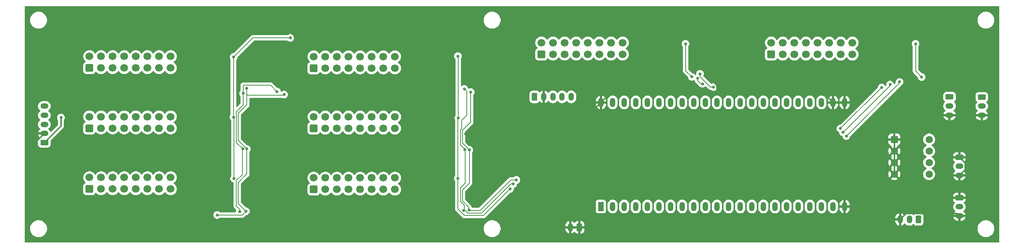
<source format=gbr>
%TF.GenerationSoftware,KiCad,Pcbnew,9.0.6*%
%TF.CreationDate,2026-01-12T11:04:55-05:00*%
%TF.ProjectId,OrganKeyswitchBreakout,4f726761-6e4b-4657-9973-776974636842,rev?*%
%TF.SameCoordinates,Original*%
%TF.FileFunction,Copper,L2,Bot*%
%TF.FilePolarity,Positive*%
%FSLAX46Y46*%
G04 Gerber Fmt 4.6, Leading zero omitted, Abs format (unit mm)*
G04 Created by KiCad (PCBNEW 9.0.6) date 2026-01-12 11:04:55*
%MOMM*%
%LPD*%
G01*
G04 APERTURE LIST*
G04 Aperture macros list*
%AMRoundRect*
0 Rectangle with rounded corners*
0 $1 Rounding radius*
0 $2 $3 $4 $5 $6 $7 $8 $9 X,Y pos of 4 corners*
0 Add a 4 corners polygon primitive as box body*
4,1,4,$2,$3,$4,$5,$6,$7,$8,$9,$2,$3,0*
0 Add four circle primitives for the rounded corners*
1,1,$1+$1,$2,$3*
1,1,$1+$1,$4,$5*
1,1,$1+$1,$6,$7*
1,1,$1+$1,$8,$9*
0 Add four rect primitives between the rounded corners*
20,1,$1+$1,$2,$3,$4,$5,0*
20,1,$1+$1,$4,$5,$6,$7,0*
20,1,$1+$1,$6,$7,$8,$9,0*
20,1,$1+$1,$8,$9,$2,$3,0*%
G04 Aperture macros list end*
%TA.AperFunction,ComponentPad*%
%ADD10RoundRect,0.250000X0.600000X-0.600000X0.600000X0.600000X-0.600000X0.600000X-0.600000X-0.600000X0*%
%TD*%
%TA.AperFunction,ComponentPad*%
%ADD11C,1.700000*%
%TD*%
%TA.AperFunction,ComponentPad*%
%ADD12RoundRect,0.250000X0.350000X0.625000X-0.350000X0.625000X-0.350000X-0.625000X0.350000X-0.625000X0*%
%TD*%
%TA.AperFunction,ComponentPad*%
%ADD13O,1.200000X1.750000*%
%TD*%
%TA.AperFunction,ComponentPad*%
%ADD14RoundRect,0.250000X0.625000X-0.350000X0.625000X0.350000X-0.625000X0.350000X-0.625000X-0.350000X0*%
%TD*%
%TA.AperFunction,ComponentPad*%
%ADD15O,1.750000X1.200000*%
%TD*%
%TA.AperFunction,ComponentPad*%
%ADD16RoundRect,0.250000X-0.625000X0.350000X-0.625000X-0.350000X0.625000X-0.350000X0.625000X0.350000X0*%
%TD*%
%TA.AperFunction,ComponentPad*%
%ADD17RoundRect,0.250000X-0.550000X-0.550000X0.550000X-0.550000X0.550000X0.550000X-0.550000X0.550000X0*%
%TD*%
%TA.AperFunction,ComponentPad*%
%ADD18C,1.600000*%
%TD*%
%TA.AperFunction,ComponentPad*%
%ADD19R,1.200000X2.000000*%
%TD*%
%TA.AperFunction,ComponentPad*%
%ADD20O,1.200000X2.000000*%
%TD*%
%TA.AperFunction,ComponentPad*%
%ADD21RoundRect,0.250000X-0.350000X-0.625000X0.350000X-0.625000X0.350000X0.625000X-0.350000X0.625000X0*%
%TD*%
%TA.AperFunction,ViaPad*%
%ADD22C,0.670000*%
%TD*%
%TA.AperFunction,Conductor*%
%ADD23C,0.200000*%
%TD*%
%TA.AperFunction,Conductor*%
%ADD24C,0.300000*%
%TD*%
G04 APERTURE END LIST*
D10*
%TO.P,J12,1,Pin_1*%
%TO.N,Net-(J12-Pin_1)*%
X97940000Y-67140007D03*
D11*
%TO.P,J12,2,Pin_2*%
%TO.N,Net-(J12-Pin_2)*%
X97940000Y-64600007D03*
%TO.P,J12,3,Pin_3*%
%TO.N,Net-(J12-Pin_3)*%
X100480000Y-67140007D03*
%TO.P,J12,4,Pin_4*%
%TO.N,Net-(J12-Pin_4)*%
X100480000Y-64600007D03*
%TO.P,J12,5,Pin_5*%
%TO.N,Net-(J12-Pin_5)*%
X103020000Y-67140007D03*
%TO.P,J12,6,Pin_6*%
%TO.N,Net-(J12-Pin_6)*%
X103020000Y-64600007D03*
%TO.P,J12,7,Pin_7*%
%TO.N,Net-(J12-Pin_7)*%
X105560000Y-67140007D03*
%TO.P,J12,8,Pin_8*%
%TO.N,Net-(J12-Pin_8)*%
X105560000Y-64600007D03*
%TO.P,J12,9,Pin_9*%
%TO.N,Net-(J12-Pin_9)*%
X108100000Y-67140007D03*
%TO.P,J12,10,Pin_10*%
%TO.N,Net-(J12-Pin_10)*%
X108100000Y-64600007D03*
%TO.P,J12,11,Pin_11*%
%TO.N,Net-(J12-Pin_11)*%
X110640000Y-67140007D03*
%TO.P,J12,12,Pin_12*%
%TO.N,Net-(J12-Pin_12)*%
X110640000Y-64600007D03*
%TO.P,J12,13,Pin_13*%
%TO.N,Net-(J12-Pin_13)*%
X113180000Y-67140007D03*
%TO.P,J12,14,Pin_14*%
%TO.N,Net-(J12-Pin_14)*%
X113180000Y-64600007D03*
%TO.P,J12,15,Pin_15*%
%TO.N,Net-(J12-Pin_15)*%
X115720000Y-67140007D03*
%TO.P,J12,16,Pin_16*%
%TO.N,Net-(J12-Pin_16)*%
X115720000Y-64600007D03*
%TD*%
D12*
%TO.P,J4,1,Pin_1*%
%TO.N,/Controller/MIDI/MIDI_THRU_P4*%
X230346000Y-100372000D03*
D13*
%TO.P,J4,2,Pin_2*%
%TO.N,/Controller/MIDI/MIDI_THRU_P5*%
X228346000Y-100372000D03*
%TO.P,J4,3,Pin_3*%
%TO.N,GND*%
X226346000Y-100372000D03*
%TD*%
D14*
%TO.P,J2,1,Pin_1*%
%TO.N,+3.3V*%
X38950000Y-83500000D03*
D15*
%TO.P,J2,2,Pin_2*%
%TO.N,GND*%
X38950000Y-81500000D03*
%TO.P,J2,3,Pin_3*%
%TO.N,INT_INOUT*%
X38950000Y-79500000D03*
%TO.P,J2,4,Pin_4*%
%TO.N,SDA_IN*%
X38950000Y-77500000D03*
%TO.P,J2,5,Pin_5*%
%TO.N,SCL_IN*%
X38950000Y-75500000D03*
%TD*%
D16*
%TO.P,J15,1,Pin_1*%
%TO.N,/Controller/CAN/CANH*%
X244200000Y-73500000D03*
D15*
%TO.P,J15,2,Pin_2*%
%TO.N,/Controller/CAN/CANL*%
X244200000Y-75500000D03*
%TO.P,J15,3,Pin_3*%
%TO.N,GND*%
X244200000Y-77500000D03*
%TD*%
D10*
%TO.P,J9,1,Pin_1*%
%TO.N,Net-(J9-Pin_1)*%
X48830375Y-67090657D03*
D11*
%TO.P,J9,2,Pin_2*%
%TO.N,Net-(J9-Pin_2)*%
X48830375Y-64550657D03*
%TO.P,J9,3,Pin_3*%
%TO.N,Net-(J9-Pin_3)*%
X51370375Y-67090657D03*
%TO.P,J9,4,Pin_4*%
%TO.N,Net-(J9-Pin_4)*%
X51370375Y-64550657D03*
%TO.P,J9,5,Pin_5*%
%TO.N,Net-(J9-Pin_5)*%
X53910375Y-67090657D03*
%TO.P,J9,6,Pin_6*%
%TO.N,Net-(J9-Pin_6)*%
X53910375Y-64550657D03*
%TO.P,J9,7,Pin_7*%
%TO.N,Net-(J9-Pin_7)*%
X56450375Y-67090657D03*
%TO.P,J9,8,Pin_8*%
%TO.N,Net-(J9-Pin_8)*%
X56450375Y-64550657D03*
%TO.P,J9,9,Pin_9*%
%TO.N,Net-(J9-Pin_9)*%
X58990375Y-67090657D03*
%TO.P,J9,10,Pin_10*%
%TO.N,Net-(J9-Pin_10)*%
X58990375Y-64550657D03*
%TO.P,J9,11,Pin_11*%
%TO.N,Net-(J9-Pin_11)*%
X61530375Y-67090657D03*
%TO.P,J9,12,Pin_12*%
%TO.N,Net-(J9-Pin_12)*%
X61530375Y-64550657D03*
%TO.P,J9,13,Pin_13*%
%TO.N,Net-(J9-Pin_13)*%
X64070375Y-67090657D03*
%TO.P,J9,14,Pin_14*%
%TO.N,Net-(J9-Pin_14)*%
X64070375Y-64550657D03*
%TO.P,J9,15,Pin_15*%
%TO.N,Net-(J9-Pin_15)*%
X66610375Y-67090657D03*
%TO.P,J9,16,Pin_16*%
%TO.N,Net-(J9-Pin_16)*%
X66610375Y-64550657D03*
%TD*%
D12*
%TO.P,J7,1,Pin_1*%
%TO.N,GND*%
X156100000Y-102100000D03*
D13*
%TO.P,J7,2,Pin_2*%
X154100000Y-102100000D03*
%TD*%
D17*
%TO.P,SW1,1*%
%TO.N,GND*%
X225044000Y-82804000D03*
D18*
%TO.P,SW1,2*%
X225044000Y-85344000D03*
%TO.P,SW1,3*%
X225044000Y-87884000D03*
%TO.P,SW1,4*%
X225044000Y-90424000D03*
%TO.P,SW1,5*%
%TO.N,Net-(U2-GPIO12{slash}ADC2_CH1)*%
X232664000Y-90424000D03*
%TO.P,SW1,6*%
%TO.N,Net-(U2-GPIO11{slash}ADC2_CH0)*%
X232664000Y-87884000D03*
%TO.P,SW1,7*%
%TO.N,Net-(U2-GPIO10{slash}ADC1_CH9)*%
X232664000Y-85344000D03*
%TO.P,SW1,8*%
%TO.N,Net-(U2-GPIO9{slash}ADC1_CH8)*%
X232664000Y-82804000D03*
%TD*%
D16*
%TO.P,J6,1,Pin_1*%
%TO.N,GND*%
X239300000Y-95600000D03*
D15*
%TO.P,J6,2,Pin_2*%
%TO.N,+5V*%
X239300000Y-97600000D03*
%TO.P,J6,3,Pin_3*%
%TO.N,GND*%
X239300000Y-99600000D03*
%TD*%
D16*
%TO.P,J5,1,Pin_1*%
%TO.N,GND*%
X239300000Y-86700000D03*
D15*
%TO.P,J5,2,Pin_2*%
%TO.N,+5V*%
X239300000Y-88700000D03*
%TO.P,J5,3,Pin_3*%
%TO.N,GND*%
X239300000Y-90700000D03*
%TD*%
D16*
%TO.P,J3,1,Pin_1*%
%TO.N,/Controller/CAN/CANH*%
X237143000Y-73457000D03*
D15*
%TO.P,J3,2,Pin_2*%
%TO.N,/Controller/CAN/CANL*%
X237143000Y-75457000D03*
%TO.P,J3,3,Pin_3*%
%TO.N,GND*%
X237143000Y-77457000D03*
%TD*%
D10*
%TO.P,J8,1,Pin_1*%
%TO.N,Net-(J8-Pin_1)*%
X198089650Y-64115700D03*
D11*
%TO.P,J8,2,Pin_2*%
%TO.N,Net-(J8-Pin_2)*%
X198089650Y-61575700D03*
%TO.P,J8,3,Pin_3*%
%TO.N,Net-(J8-Pin_3)*%
X200629650Y-64115700D03*
%TO.P,J8,4,Pin_4*%
%TO.N,Net-(J8-Pin_4)*%
X200629650Y-61575700D03*
%TO.P,J8,5,Pin_5*%
%TO.N,Net-(J8-Pin_5)*%
X203169650Y-64115700D03*
%TO.P,J8,6,Pin_6*%
%TO.N,Net-(J8-Pin_6)*%
X203169650Y-61575700D03*
%TO.P,J8,7,Pin_7*%
%TO.N,Net-(J8-Pin_7)*%
X205709650Y-64115700D03*
%TO.P,J8,8,Pin_8*%
%TO.N,Net-(J8-Pin_8)*%
X205709650Y-61575700D03*
%TO.P,J8,9,Pin_9*%
%TO.N,Net-(J8-Pin_9)*%
X208249650Y-64115700D03*
%TO.P,J8,10,Pin_10*%
%TO.N,Net-(J8-Pin_10)*%
X208249650Y-61575700D03*
%TO.P,J8,11,Pin_11*%
%TO.N,Net-(J8-Pin_11)*%
X210789650Y-64115700D03*
%TO.P,J8,12,Pin_12*%
%TO.N,Net-(J8-Pin_12)*%
X210789650Y-61575700D03*
%TO.P,J8,13,Pin_13*%
%TO.N,Net-(J8-Pin_13)*%
X213329650Y-64115700D03*
%TO.P,J8,14,Pin_14*%
%TO.N,Net-(J8-Pin_14)*%
X213329650Y-61575700D03*
%TO.P,J8,15,Pin_15*%
%TO.N,Net-(J8-Pin_15)*%
X215869650Y-64115700D03*
%TO.P,J8,16,Pin_16*%
%TO.N,Net-(J8-Pin_16)*%
X215869650Y-61575700D03*
%TD*%
D19*
%TO.P,U2,1,3V3*%
%TO.N,+3.3V*%
X160829920Y-97536000D03*
D20*
%TO.P,U2,2,3V3*%
X163369920Y-97536000D03*
%TO.P,U2,3,CHIP_PU*%
%TO.N,unconnected-(U2-CHIP_PU-Pad3)*%
X165909920Y-97536000D03*
%TO.P,U2,4,GPIO4/ADC1_CH3*%
%TO.N,SDA_IN*%
X168449920Y-97536000D03*
%TO.P,U2,5,GPIO5/ADC1_CH4*%
%TO.N,SCL_IN*%
X170989920Y-97536000D03*
%TO.P,U2,6,GPIO6/ADC1_CH5*%
%TO.N,INT_INOUT*%
X173529920Y-97536000D03*
%TO.P,U2,7,GPIO7/ADC1_CH6*%
%TO.N,/Controller/MIDI/MIDI_OUT*%
X176069920Y-97536000D03*
%TO.P,U2,8,GPIO15/ADC2_CH4/32K_P*%
%TO.N,unconnected-(U2-GPIO15{slash}ADC2_CH4{slash}32K_P-Pad8)*%
X178609920Y-97536000D03*
%TO.P,U2,9,GPIO16/ADC2_CH5/32K_N*%
%TO.N,unconnected-(U2-GPIO16{slash}ADC2_CH5{slash}32K_N-Pad9)*%
X181149920Y-97536000D03*
%TO.P,U2,10,GPIO17/ADC2_CH6*%
%TO.N,unconnected-(U2-GPIO17{slash}ADC2_CH6-Pad10)*%
X183689920Y-97536000D03*
%TO.P,U2,11,GPIO18/ADC2_CH7*%
%TO.N,unconnected-(U2-GPIO18{slash}ADC2_CH7-Pad11)*%
X186229920Y-97536000D03*
%TO.P,U2,12,GPIO8/ADC1_CH7*%
%TO.N,unconnected-(U2-GPIO8{slash}ADC1_CH7-Pad12)*%
X188769920Y-97536000D03*
%TO.P,U2,13,GPIO3/ADC1_CH2*%
%TO.N,unconnected-(U2-GPIO3{slash}ADC1_CH2-Pad13)*%
X191309920Y-97536000D03*
%TO.P,U2,14,GPIO46*%
%TO.N,unconnected-(U2-GPIO46-Pad14)*%
X193849920Y-97536000D03*
%TO.P,U2,15,GPIO9/ADC1_CH8*%
%TO.N,Net-(U2-GPIO9{slash}ADC1_CH8)*%
X196389920Y-97536000D03*
%TO.P,U2,16,GPIO10/ADC1_CH9*%
%TO.N,Net-(U2-GPIO10{slash}ADC1_CH9)*%
X198929920Y-97536000D03*
%TO.P,U2,17,GPIO11/ADC2_CH0*%
%TO.N,Net-(U2-GPIO11{slash}ADC2_CH0)*%
X201469920Y-97536000D03*
%TO.P,U2,18,GPIO12/ADC2_CH1*%
%TO.N,Net-(U2-GPIO12{slash}ADC2_CH1)*%
X204009920Y-97536000D03*
%TO.P,U2,19,GPIO13/ADC2_CH2*%
%TO.N,Net-(U2-GPIO13{slash}ADC2_CH2)*%
X206549920Y-97536000D03*
%TO.P,U2,20,GPIO14/ADC2_CH3*%
%TO.N,Net-(U2-GPIO14{slash}ADC2_CH3)*%
X209087200Y-97539680D03*
%TO.P,U2,21,5V*%
%TO.N,+5V*%
X211627200Y-97539680D03*
%TO.P,U2,22,GND*%
%TO.N,GND*%
X214167200Y-97539680D03*
%TO.P,U2,23,GND*%
X214169920Y-74676000D03*
%TO.P,U2,24,GND*%
X211629920Y-74676000D03*
%TO.P,U2,25,GPIO19/USB_D-*%
%TO.N,unconnected-(U2-GPIO19{slash}USB_D--Pad25)*%
X209089920Y-74676000D03*
%TO.P,U2,26,GPIO20/USB_D+*%
%TO.N,unconnected-(U2-GPIO20{slash}USB_D+-Pad26)*%
X206549920Y-74676000D03*
%TO.P,U2,27,GPIO21*%
%TO.N,unconnected-(U2-GPIO21-Pad27)*%
X204009920Y-74676000D03*
%TO.P,U2,28,GPIO47*%
%TO.N,unconnected-(U2-GPIO47-Pad28)*%
X201469920Y-74676000D03*
%TO.P,U2,29,GPIO48*%
%TO.N,unconnected-(U2-GPIO48-Pad29)*%
X198929920Y-74676000D03*
%TO.P,U2,30,GPIO45*%
%TO.N,unconnected-(U2-GPIO45-Pad30)*%
X196389920Y-74676000D03*
%TO.P,U2,31,GPIO0*%
%TO.N,unconnected-(U2-GPIO0-Pad31)*%
X193849920Y-74676000D03*
%TO.P,U2,32,GPIO35*%
%TO.N,/Controller/I2C_SDA2*%
X191309920Y-74676000D03*
%TO.P,U2,33,GPIO36*%
%TO.N,/Controller/I2C_SCL2*%
X188769920Y-74676000D03*
%TO.P,U2,34,GPIO37*%
%TO.N,/Controller/I2C_INT2*%
X186229920Y-74676000D03*
%TO.P,U2,35,GPIO38*%
%TO.N,unconnected-(U2-GPIO38-Pad35)*%
X183689920Y-74676000D03*
%TO.P,U2,36,GPIO39/MTCK*%
%TO.N,unconnected-(U2-GPIO39{slash}MTCK-Pad36)*%
X181149920Y-74676000D03*
%TO.P,U2,37,GPIO40/MTDO*%
%TO.N,unconnected-(U2-GPIO40{slash}MTDO-Pad37)*%
X178609920Y-74676000D03*
%TO.P,U2,38,GPIO41/MTDI*%
%TO.N,unconnected-(U2-GPIO41{slash}MTDI-Pad38)*%
X176069920Y-74676000D03*
%TO.P,U2,39,GPIO42/MTMS*%
%TO.N,unconnected-(U2-GPIO42{slash}MTMS-Pad39)*%
X173529920Y-74676000D03*
%TO.P,U2,40,GPIO2/ADC1_CH1*%
%TO.N,/Controller/CAN/CAN_TXD*%
X170989920Y-74676000D03*
%TO.P,U2,41,GPIO1/ADC1_CH0*%
%TO.N,/Controller/CAN/CAN_RXD*%
X168449920Y-74676000D03*
%TO.P,U2,42,GPIO44/U0RXD*%
%TO.N,unconnected-(U2-GPIO44{slash}U0RXD-Pad42)*%
X165909920Y-74676000D03*
%TO.P,U2,43,GPIO43/U0TXD*%
%TO.N,unconnected-(U2-GPIO43{slash}U0TXD-Pad43)*%
X163369920Y-74676000D03*
%TO.P,U2,44,GND*%
%TO.N,GND*%
X160829920Y-74676000D03*
%TD*%
D10*
%TO.P,J10,1,Pin_1*%
%TO.N,Net-(J10-Pin_1)*%
X48830375Y-93692178D03*
D11*
%TO.P,J10,2,Pin_2*%
%TO.N,Net-(J10-Pin_2)*%
X48830375Y-91152178D03*
%TO.P,J10,3,Pin_3*%
%TO.N,Net-(J10-Pin_3)*%
X51370375Y-93692178D03*
%TO.P,J10,4,Pin_4*%
%TO.N,Net-(J10-Pin_4)*%
X51370375Y-91152178D03*
%TO.P,J10,5,Pin_5*%
%TO.N,Net-(J10-Pin_5)*%
X53910375Y-93692178D03*
%TO.P,J10,6,Pin_6*%
%TO.N,Net-(J10-Pin_6)*%
X53910375Y-91152178D03*
%TO.P,J10,7,Pin_7*%
%TO.N,Net-(J10-Pin_7)*%
X56450375Y-93692178D03*
%TO.P,J10,8,Pin_8*%
%TO.N,Net-(J10-Pin_8)*%
X56450375Y-91152178D03*
%TO.P,J10,9,Pin_9*%
%TO.N,Net-(J10-Pin_9)*%
X58990375Y-93692178D03*
%TO.P,J10,10,Pin_10*%
%TO.N,Net-(J10-Pin_10)*%
X58990375Y-91152178D03*
%TO.P,J10,11,Pin_11*%
%TO.N,Net-(J10-Pin_11)*%
X61530375Y-93692178D03*
%TO.P,J10,12,Pin_12*%
%TO.N,Net-(J10-Pin_12)*%
X61530375Y-91152178D03*
%TO.P,J10,13,Pin_13*%
%TO.N,Net-(J10-Pin_13)*%
X64070375Y-93692178D03*
%TO.P,J10,14,Pin_14*%
%TO.N,Net-(J10-Pin_14)*%
X64070375Y-91152178D03*
%TO.P,J10,15,Pin_15*%
%TO.N,Net-(J10-Pin_15)*%
X66610375Y-93692178D03*
%TO.P,J10,16,Pin_16*%
%TO.N,Net-(J10-Pin_16)*%
X66610375Y-91152178D03*
%TD*%
D10*
%TO.P,J14,1,Pin_1*%
%TO.N,Net-(J14-Pin_1)*%
X147791575Y-64105629D03*
D11*
%TO.P,J14,2,Pin_2*%
%TO.N,Net-(J14-Pin_2)*%
X147791575Y-61565629D03*
%TO.P,J14,3,Pin_3*%
%TO.N,Net-(J14-Pin_3)*%
X150331575Y-64105629D03*
%TO.P,J14,4,Pin_4*%
%TO.N,Net-(J14-Pin_4)*%
X150331575Y-61565629D03*
%TO.P,J14,5,Pin_5*%
%TO.N,Net-(J14-Pin_5)*%
X152871575Y-64105629D03*
%TO.P,J14,6,Pin_6*%
%TO.N,Net-(J14-Pin_6)*%
X152871575Y-61565629D03*
%TO.P,J14,7,Pin_7*%
%TO.N,Net-(J14-Pin_7)*%
X155411575Y-64105629D03*
%TO.P,J14,8,Pin_8*%
%TO.N,Net-(J14-Pin_8)*%
X155411575Y-61565629D03*
%TO.P,J14,9,Pin_9*%
%TO.N,Net-(J14-Pin_9)*%
X157951575Y-64105629D03*
%TO.P,J14,10,Pin_10*%
%TO.N,Net-(J14-Pin_10)*%
X157951575Y-61565629D03*
%TO.P,J14,11,Pin_11*%
%TO.N,Net-(J14-Pin_11)*%
X160491575Y-64105629D03*
%TO.P,J14,12,Pin_12*%
%TO.N,Net-(J14-Pin_12)*%
X160491575Y-61565629D03*
%TO.P,J14,13,Pin_13*%
%TO.N,Net-(J14-Pin_13)*%
X163031575Y-64105629D03*
%TO.P,J14,14,Pin_14*%
%TO.N,Net-(J14-Pin_14)*%
X163031575Y-61565629D03*
%TO.P,J14,15,Pin_15*%
%TO.N,Net-(J14-Pin_15)*%
X165571575Y-64105629D03*
%TO.P,J14,16,Pin_16*%
%TO.N,Net-(J14-Pin_16)*%
X165571575Y-61565629D03*
%TD*%
D10*
%TO.P,J1,1,Pin_1*%
%TO.N,Net-(J1-Pin_1)*%
X97940000Y-93779600D03*
D11*
%TO.P,J1,2,Pin_2*%
%TO.N,Net-(J1-Pin_2)*%
X97940000Y-91239600D03*
%TO.P,J1,3,Pin_3*%
%TO.N,Net-(J1-Pin_3)*%
X100480000Y-93779600D03*
%TO.P,J1,4,Pin_4*%
%TO.N,Net-(J1-Pin_4)*%
X100480000Y-91239600D03*
%TO.P,J1,5,Pin_5*%
%TO.N,Net-(J1-Pin_5)*%
X103020000Y-93779600D03*
%TO.P,J1,6,Pin_6*%
%TO.N,Net-(J1-Pin_6)*%
X103020000Y-91239600D03*
%TO.P,J1,7,Pin_7*%
%TO.N,Net-(J1-Pin_7)*%
X105560000Y-93779600D03*
%TO.P,J1,8,Pin_8*%
%TO.N,Net-(J1-Pin_8)*%
X105560000Y-91239600D03*
%TO.P,J1,9,Pin_9*%
%TO.N,Net-(J1-Pin_9)*%
X108100000Y-93779600D03*
%TO.P,J1,10,Pin_10*%
%TO.N,Net-(J1-Pin_10)*%
X108100000Y-91239600D03*
%TO.P,J1,11,Pin_11*%
%TO.N,Net-(J1-Pin_11)*%
X110640000Y-93779600D03*
%TO.P,J1,12,Pin_12*%
%TO.N,Net-(J1-Pin_12)*%
X110640000Y-91239600D03*
%TO.P,J1,13,Pin_13*%
%TO.N,Net-(J1-Pin_13)*%
X113180000Y-93779600D03*
%TO.P,J1,14,Pin_14*%
%TO.N,Net-(J1-Pin_14)*%
X113180000Y-91239600D03*
%TO.P,J1,15,Pin_15*%
%TO.N,Net-(J1-Pin_15)*%
X115720000Y-93779600D03*
%TO.P,J1,16,Pin_16*%
%TO.N,Net-(J1-Pin_16)*%
X115720000Y-91239600D03*
%TD*%
D10*
%TO.P,J11,1,Pin_1*%
%TO.N,Net-(J11-Pin_1)*%
X97940000Y-80371431D03*
D11*
%TO.P,J11,2,Pin_2*%
%TO.N,Net-(J11-Pin_2)*%
X97940000Y-77831431D03*
%TO.P,J11,3,Pin_3*%
%TO.N,Net-(J11-Pin_3)*%
X100480000Y-80371431D03*
%TO.P,J11,4,Pin_4*%
%TO.N,Net-(J11-Pin_4)*%
X100480000Y-77831431D03*
%TO.P,J11,5,Pin_5*%
%TO.N,Net-(J11-Pin_5)*%
X103020000Y-80371431D03*
%TO.P,J11,6,Pin_6*%
%TO.N,Net-(J11-Pin_6)*%
X103020000Y-77831431D03*
%TO.P,J11,7,Pin_7*%
%TO.N,Net-(J11-Pin_7)*%
X105560000Y-80371431D03*
%TO.P,J11,8,Pin_8*%
%TO.N,Net-(J11-Pin_8)*%
X105560000Y-77831431D03*
%TO.P,J11,9,Pin_9*%
%TO.N,Net-(J11-Pin_9)*%
X108100000Y-80371431D03*
%TO.P,J11,10,Pin_10*%
%TO.N,Net-(J11-Pin_10)*%
X108100000Y-77831431D03*
%TO.P,J11,11,Pin_11*%
%TO.N,Net-(J11-Pin_11)*%
X110640000Y-80371431D03*
%TO.P,J11,12,Pin_12*%
%TO.N,Net-(J11-Pin_12)*%
X110640000Y-77831431D03*
%TO.P,J11,13,Pin_13*%
%TO.N,Net-(J11-Pin_13)*%
X113180000Y-80371431D03*
%TO.P,J11,14,Pin_14*%
%TO.N,Net-(J11-Pin_14)*%
X113180000Y-77831431D03*
%TO.P,J11,15,Pin_15*%
%TO.N,Net-(J11-Pin_15)*%
X115720000Y-80371431D03*
%TO.P,J11,16,Pin_16*%
%TO.N,Net-(J11-Pin_16)*%
X115720000Y-77831431D03*
%TD*%
D10*
%TO.P,J13,1,Pin_1*%
%TO.N,Net-(J13-Pin_1)*%
X48830375Y-80337009D03*
D11*
%TO.P,J13,2,Pin_2*%
%TO.N,Net-(J13-Pin_2)*%
X48830375Y-77797009D03*
%TO.P,J13,3,Pin_3*%
%TO.N,Net-(J13-Pin_3)*%
X51370375Y-80337009D03*
%TO.P,J13,4,Pin_4*%
%TO.N,Net-(J13-Pin_4)*%
X51370375Y-77797009D03*
%TO.P,J13,5,Pin_5*%
%TO.N,Net-(J13-Pin_5)*%
X53910375Y-80337009D03*
%TO.P,J13,6,Pin_6*%
%TO.N,Net-(J13-Pin_6)*%
X53910375Y-77797009D03*
%TO.P,J13,7,Pin_7*%
%TO.N,Net-(J13-Pin_7)*%
X56450375Y-80337009D03*
%TO.P,J13,8,Pin_8*%
%TO.N,Net-(J13-Pin_8)*%
X56450375Y-77797009D03*
%TO.P,J13,9,Pin_9*%
%TO.N,Net-(J13-Pin_9)*%
X58990375Y-80337009D03*
%TO.P,J13,10,Pin_10*%
%TO.N,Net-(J13-Pin_10)*%
X58990375Y-77797009D03*
%TO.P,J13,11,Pin_11*%
%TO.N,Net-(J13-Pin_11)*%
X61530375Y-80337009D03*
%TO.P,J13,12,Pin_12*%
%TO.N,Net-(J13-Pin_12)*%
X61530375Y-77797009D03*
%TO.P,J13,13,Pin_13*%
%TO.N,Net-(J13-Pin_13)*%
X64070375Y-80337009D03*
%TO.P,J13,14,Pin_14*%
%TO.N,Net-(J13-Pin_14)*%
X64070375Y-77797009D03*
%TO.P,J13,15,Pin_15*%
%TO.N,Net-(J13-Pin_15)*%
X66610375Y-80337009D03*
%TO.P,J13,16,Pin_16*%
%TO.N,Net-(J13-Pin_16)*%
X66610375Y-77797009D03*
%TD*%
D21*
%TO.P,J16,1,Pin_1*%
%TO.N,+3.3V*%
X146300000Y-73450000D03*
D13*
%TO.P,J16,2,Pin_2*%
%TO.N,GND*%
X148300000Y-73450000D03*
%TO.P,J16,3,Pin_3*%
%TO.N,/Controller/I2C_INT2*%
X150300000Y-73450000D03*
%TO.P,J16,4,Pin_4*%
%TO.N,/Controller/I2C_SDA2*%
X152300000Y-73450000D03*
%TO.P,J16,5,Pin_5*%
%TO.N,/Controller/I2C_SCL2*%
X154300000Y-73450000D03*
%TD*%
D22*
%TO.N,GND*%
X81600000Y-68300000D03*
X197500000Y-85000000D03*
X212500000Y-55000000D03*
X84258975Y-75980652D03*
X160000000Y-90000000D03*
X182500000Y-55000000D03*
X245000000Y-92500000D03*
X185000000Y-90000000D03*
X192500000Y-55000000D03*
X42500000Y-87500000D03*
X152500000Y-87500000D03*
X172500000Y-55000000D03*
X133527045Y-67632216D03*
X162500000Y-102500000D03*
X95000000Y-85000000D03*
X202500000Y-55000000D03*
X84454151Y-80943722D03*
X50000000Y-60000000D03*
X77500000Y-57500000D03*
X237500000Y-55000000D03*
X87500000Y-57500000D03*
X231000000Y-104000000D03*
X200000000Y-104000000D03*
X233837533Y-64540476D03*
X157500000Y-55000000D03*
X82300000Y-94889678D03*
X222000000Y-104000000D03*
X84341790Y-94151319D03*
X225000000Y-104000000D03*
X222500000Y-55000000D03*
X95000000Y-55000000D03*
X170000000Y-90000000D03*
X120000000Y-55000000D03*
X102500000Y-87500000D03*
X100000000Y-55000000D03*
X157500000Y-85000000D03*
X194000000Y-104000000D03*
X217500000Y-55000000D03*
X173000000Y-103000000D03*
X187500000Y-55000000D03*
X133691307Y-94180886D03*
X177500000Y-55000000D03*
X145000000Y-75000000D03*
X125000000Y-55000000D03*
X45000000Y-72500000D03*
X50000000Y-55000000D03*
X90000000Y-55000000D03*
X85000000Y-102500000D03*
X130000000Y-102500000D03*
X202500000Y-85000000D03*
X152500000Y-102500000D03*
X192500000Y-85000000D03*
X233000000Y-70400000D03*
X131199000Y-81568931D03*
X152500000Y-82500000D03*
X84277200Y-62737657D03*
X40000000Y-65000000D03*
X85000000Y-85000000D03*
X147500000Y-87500000D03*
X227500000Y-55000000D03*
X95000000Y-97500000D03*
X207500000Y-85000000D03*
X205000000Y-90000000D03*
X230800000Y-65300000D03*
X40000000Y-70000000D03*
X133361425Y-65321393D03*
X110000000Y-102500000D03*
X190000000Y-90000000D03*
X175000000Y-80000000D03*
X50000000Y-102500000D03*
X130600000Y-68300000D03*
X105000000Y-55000000D03*
X80000000Y-55000000D03*
X182500000Y-92500000D03*
X84258975Y-78520652D03*
X212500000Y-85000000D03*
X215000000Y-90000000D03*
X60000000Y-55000000D03*
X115000000Y-102500000D03*
X65000000Y-102500000D03*
X200000000Y-90000000D03*
X65000000Y-55000000D03*
X133361425Y-62781393D03*
X157500000Y-102500000D03*
X167500000Y-85000000D03*
X85000000Y-55000000D03*
X142500000Y-97500000D03*
X133398400Y-76003845D03*
X67500000Y-57500000D03*
X60000000Y-102500000D03*
X245000000Y-82500000D03*
X133373000Y-89381000D03*
X37500000Y-97500000D03*
X133581204Y-80931766D03*
X142500000Y-55000000D03*
X55000000Y-87500000D03*
X147500000Y-55000000D03*
X160000000Y-80000000D03*
X100000000Y-102500000D03*
X125000000Y-102500000D03*
X170000000Y-80000000D03*
X162500000Y-55000000D03*
X120000000Y-102500000D03*
X245000000Y-67500000D03*
X182880000Y-102362000D03*
X233518250Y-59771257D03*
X232500000Y-55000000D03*
X84236875Y-89339807D03*
X147500000Y-97500000D03*
X183444625Y-64547569D03*
X92500000Y-97500000D03*
X165000000Y-90000000D03*
X94000000Y-75000000D03*
X95000000Y-102500000D03*
X102500000Y-75000000D03*
X197000000Y-104000000D03*
X192500000Y-95000000D03*
X55000000Y-55000000D03*
X152500000Y-97500000D03*
X245000000Y-97500000D03*
X131800000Y-94979234D03*
X183230775Y-59759175D03*
X147500000Y-90000000D03*
X70000000Y-55000000D03*
X84336459Y-67639403D03*
X228000000Y-104000000D03*
X75000000Y-55000000D03*
X187500000Y-95000000D03*
X60000000Y-87500000D03*
X245000000Y-87500000D03*
X195000000Y-90000000D03*
X80000000Y-102500000D03*
X55000000Y-60000000D03*
X172500000Y-85000000D03*
X180500000Y-65200000D03*
X152500000Y-90000000D03*
X207500000Y-55000000D03*
X110000000Y-55000000D03*
X217500000Y-85000000D03*
X84277200Y-65277657D03*
X210000000Y-90000000D03*
X45000000Y-102500000D03*
X70000000Y-102500000D03*
X107500000Y-75000000D03*
X147500000Y-82500000D03*
X107500000Y-87500000D03*
X42500000Y-85000000D03*
X197500000Y-55000000D03*
X75000000Y-102500000D03*
X45000000Y-55000000D03*
X105000000Y-102500000D03*
X162500000Y-85000000D03*
X115000000Y-55000000D03*
X130000000Y-55000000D03*
X133373000Y-91921000D03*
X183213000Y-62281400D03*
X55000000Y-102500000D03*
X198628000Y-100330000D03*
X84236875Y-91879807D03*
X152500000Y-55000000D03*
X60000000Y-60000000D03*
X167500000Y-55000000D03*
X133398400Y-78543845D03*
X175000000Y-103000000D03*
X92500000Y-87500000D03*
X45000000Y-60000000D03*
X82300000Y-80863759D03*
X191000000Y-104000000D03*
X90000000Y-102500000D03*
X233518250Y-62311257D03*
X37500000Y-67500000D03*
X245000000Y-62500000D03*
%TO.N,SCL_IN*%
X141600000Y-92600000D03*
X130900000Y-71700000D03*
X130800000Y-98400000D03*
%TO.N,GND*%
X165000000Y-80000000D03*
%TO.N,SCL_IN*%
X81700000Y-98700000D03*
X82400000Y-84900000D03*
X82500000Y-72700000D03*
%TO.N,+3.3V*%
X42600000Y-78000000D03*
%TO.N,SCL_IN*%
X213800000Y-81200000D03*
X131040380Y-85059620D03*
X224130796Y-70750000D03*
X183050000Y-70600000D03*
%TO.N,SDA_IN*%
X83100000Y-98600000D03*
%TO.N,INT_INOUT*%
X80400000Y-64700000D03*
%TO.N,SDA_IN*%
X222300000Y-71400000D03*
%TO.N,INT_INOUT*%
X180723800Y-69063200D03*
%TO.N,SDA_IN*%
X76800000Y-99400000D03*
%TO.N,INT_INOUT*%
X231029050Y-69093057D03*
%TO.N,SDA_IN*%
X132300000Y-72400000D03*
X132000000Y-85100000D03*
%TO.N,INT_INOUT*%
X129500000Y-64500000D03*
%TO.N,SDA_IN*%
X185500000Y-71300000D03*
X83300000Y-84900000D03*
%TO.N,SCL_IN*%
X182000000Y-69400000D03*
%TO.N,INT_INOUT*%
X140900000Y-93700000D03*
%TO.N,SDA_IN*%
X91454127Y-72950000D03*
%TO.N,INT_INOUT*%
X214550000Y-82050000D03*
X179341102Y-61800000D03*
X92800000Y-60500000D03*
%TO.N,SDA_IN*%
X182500000Y-68400000D03*
X131934620Y-98315380D03*
X83300000Y-71600000D03*
%TO.N,INT_INOUT*%
X229700000Y-61800000D03*
X80350000Y-77884425D03*
X129600000Y-78100000D03*
%TO.N,SDA_IN*%
X213250000Y-80400000D03*
%TO.N,SCL_IN*%
X89900000Y-72300000D03*
%TO.N,SDA_IN*%
X142300000Y-91700000D03*
%TO.N,INT_INOUT*%
X129500000Y-91400000D03*
X226200000Y-70161557D03*
X80500000Y-91400000D03*
%TD*%
D23*
%TO.N,SCL_IN*%
X182975000Y-70675000D02*
X182775000Y-70675000D01*
X183050000Y-70600000D02*
X182975000Y-70675000D01*
X182775000Y-70675000D02*
X182000000Y-69900000D01*
X182000000Y-69900000D02*
X182000000Y-69400000D01*
D24*
%TO.N,GND*%
X186235000Y-71965000D02*
X185800000Y-72400000D01*
X186235000Y-70995553D02*
X186235000Y-71965000D01*
X185800000Y-70560553D02*
X186235000Y-70995553D01*
X185800000Y-66902944D02*
X185800000Y-70560553D01*
X183444625Y-64547569D02*
X185800000Y-66902944D01*
D23*
%TO.N,SDA_IN*%
X182500000Y-68400000D02*
X182500000Y-69000000D01*
X182500000Y-69000000D02*
X184800000Y-71300000D01*
X184800000Y-71300000D02*
X185500000Y-71300000D01*
%TO.N,INT_INOUT*%
X80350000Y-77884425D02*
X80500000Y-78034425D01*
X80500000Y-78034425D02*
X80500000Y-91400000D01*
X129500000Y-98100000D02*
X129500000Y-91400000D01*
X130900000Y-99500000D02*
X129500000Y-98100000D01*
X140900000Y-93700000D02*
X135100000Y-99500000D01*
X135100000Y-99500000D02*
X130900000Y-99500000D01*
X129500000Y-78200000D02*
X129500000Y-91400000D01*
X129600000Y-78100000D02*
X129500000Y-78200000D01*
%TO.N,SDA_IN*%
X91454127Y-72944507D02*
X91454127Y-72950000D01*
X91298634Y-73100000D02*
X91454127Y-72944507D01*
X83500000Y-73100000D02*
X91298634Y-73100000D01*
X83300000Y-72900000D02*
X83500000Y-73100000D01*
%TO.N,INT_INOUT*%
X129600000Y-64600000D02*
X129600000Y-78100000D01*
X129500000Y-64500000D02*
X129600000Y-64600000D01*
X229700000Y-67764007D02*
X229700000Y-61800000D01*
X231029050Y-69093057D02*
X229700000Y-67764007D01*
X179341102Y-67680502D02*
X179341102Y-61800000D01*
X179555400Y-67894800D02*
X179341102Y-67680502D01*
X80350000Y-64750000D02*
X80400000Y-64700000D01*
X80350000Y-77884425D02*
X80350000Y-64750000D01*
X84600000Y-60500000D02*
X80400000Y-64700000D01*
X92800000Y-60500000D02*
X84600000Y-60500000D01*
%TO.N,SDA_IN*%
X81400000Y-92300000D02*
X81400000Y-96900000D01*
X83300000Y-84900000D02*
X83300000Y-90400000D01*
X76800000Y-99400000D02*
X82300000Y-99400000D01*
X81400000Y-96900000D02*
X83100000Y-98600000D01*
X83300000Y-90400000D02*
X81400000Y-92300000D01*
X82300000Y-99400000D02*
X83100000Y-98600000D01*
%TO.N,SCL_IN*%
X82300000Y-85000000D02*
X82400000Y-84900000D01*
X82300000Y-90500000D02*
X82300000Y-85000000D01*
X81000000Y-91800000D02*
X82300000Y-90500000D01*
X81700000Y-98150003D02*
X81000000Y-97450003D01*
X81700000Y-98700000D02*
X81700000Y-98150003D01*
X81000000Y-97450003D02*
X81000000Y-91800000D01*
X130115400Y-93418914D02*
X131100000Y-92434314D01*
X131100000Y-92434314D02*
X131100000Y-85119240D01*
X130115400Y-96481085D02*
X130115400Y-93418914D01*
X130900000Y-97265685D02*
X130115400Y-96481085D01*
X130900000Y-98300000D02*
X130900000Y-97265685D01*
X131100000Y-85119240D02*
X131040380Y-85059620D01*
X130800000Y-98400000D02*
X130900000Y-98300000D01*
X141100000Y-92600000D02*
X141600000Y-92600000D01*
X134700000Y-99000000D02*
X141100000Y-92600000D01*
X131100000Y-98400000D02*
X131700000Y-99000000D01*
X130800000Y-98400000D02*
X131100000Y-98400000D01*
X131700000Y-99000000D02*
X134700000Y-99000000D01*
%TO.N,SDA_IN*%
X132300000Y-79000000D02*
X132300000Y-72400000D01*
X130499000Y-83599000D02*
X130499000Y-80801000D01*
X132000000Y-85100000D02*
X130499000Y-83599000D01*
X130499000Y-80801000D02*
X132300000Y-79000000D01*
%TO.N,SCL_IN*%
X130099000Y-80635315D02*
X130099000Y-83999000D01*
X130300000Y-80434314D02*
X130099000Y-80635315D01*
X130300000Y-78600000D02*
X130300000Y-80434314D01*
X131400000Y-77500000D02*
X130300000Y-78600000D01*
X131400000Y-72100000D02*
X131400000Y-77500000D01*
X131000000Y-71800000D02*
X131100000Y-71800000D01*
X130900000Y-71700000D02*
X131000000Y-71800000D01*
X130099000Y-83999000D02*
X131040380Y-84940380D01*
X131100000Y-71800000D02*
X131400000Y-72100000D01*
X131040380Y-84940380D02*
X131040380Y-85059620D01*
X81100000Y-83600000D02*
X82400000Y-84900000D01*
X81100000Y-83265686D02*
X81100000Y-83600000D01*
X81000000Y-83165685D02*
X81100000Y-83265686D01*
X81000000Y-76700000D02*
X81000000Y-83165685D01*
X82500000Y-75200000D02*
X81000000Y-76700000D01*
X82500000Y-72700000D02*
X82500000Y-75200000D01*
X82500000Y-70900000D02*
X88500000Y-70900000D01*
X88500000Y-70900000D02*
X89900000Y-72300000D01*
X82500000Y-72700000D02*
X82500000Y-70900000D01*
D24*
%TO.N,GND*%
X148241000Y-74126000D02*
X148241000Y-75914000D01*
X148241000Y-75914000D02*
X148209000Y-75946000D01*
X148209000Y-75946000D02*
X159559920Y-75946000D01*
X133456245Y-75946000D02*
X148209000Y-75946000D01*
X133398400Y-76003845D02*
X133456245Y-75946000D01*
X159559920Y-75946000D02*
X160829920Y-74676000D01*
X239300000Y-86700000D02*
X240576000Y-87976000D01*
X226346000Y-100372000D02*
X226346000Y-91726000D01*
X133373000Y-91921000D02*
X133373000Y-94256702D01*
X133521349Y-94245200D02*
X133516626Y-94249923D01*
X133678838Y-94182552D02*
X133689641Y-94182552D01*
X88839403Y-67639403D02*
X94000000Y-72800000D01*
X183342129Y-64650066D02*
X183444625Y-64547569D01*
X133398721Y-80931766D02*
X133581204Y-80931766D01*
X133521349Y-94245200D02*
X133525754Y-94245200D01*
X133398400Y-78543845D02*
X133398400Y-80931445D01*
X131213792Y-81583723D02*
X131199000Y-81568931D01*
X238796000Y-99096000D02*
X239300000Y-99600000D01*
X230800000Y-65300000D02*
X230859257Y-65359257D01*
X196596000Y-102362000D02*
X198628000Y-100330000D01*
X133620316Y-94219507D02*
X133638085Y-94201738D01*
X225044000Y-85344000D02*
X225044000Y-82804000D01*
X133521349Y-94245200D02*
X133525754Y-94245200D01*
X133361425Y-65321393D02*
X133361425Y-67628528D01*
X133654866Y-94189733D02*
X133642861Y-94201738D01*
X133493159Y-94249923D02*
X133470882Y-94272200D01*
X84341790Y-94162492D02*
X84100000Y-94404282D01*
X133678838Y-94182552D02*
X133689641Y-94182552D01*
X226346000Y-100372000D02*
X227622000Y-99096000D01*
X133620316Y-94219507D02*
X133596105Y-94219507D01*
X133493159Y-94249923D02*
X133516626Y-94249923D01*
X233018752Y-65359257D02*
X233018752Y-66118752D01*
X133493159Y-94249923D02*
X133470882Y-94272200D01*
X183227393Y-64650066D02*
X183342129Y-64650066D01*
X84258975Y-75980652D02*
X84258975Y-78520652D01*
X180500000Y-65200000D02*
X180629400Y-65329400D01*
X233518250Y-62311257D02*
X233518250Y-64428080D01*
X240576000Y-87976000D02*
X240576000Y-89424000D01*
X233518250Y-64428080D02*
X233630646Y-64540476D01*
X83829221Y-81568652D02*
X83004893Y-81568652D01*
X233018752Y-66118752D02*
X233000000Y-66137504D01*
X94000000Y-80700000D02*
X94000000Y-84493109D01*
X225044000Y-90424000D02*
X225044000Y-87884000D01*
X240576000Y-89424000D02*
X239300000Y-90700000D01*
X180629400Y-65329400D02*
X182662795Y-65329400D01*
X94000000Y-72800000D02*
X94000000Y-75000000D01*
X133521349Y-94245200D02*
X133516626Y-94249923D01*
X84100000Y-98900000D02*
X84100000Y-94404282D01*
X226346000Y-91726000D02*
X225044000Y-90424000D01*
X133493159Y-94249923D02*
X133516626Y-94249923D01*
X50500000Y-100400000D02*
X82600000Y-100400000D01*
X84277200Y-65277657D02*
X84277200Y-67581582D01*
X233018752Y-65359257D02*
X233837533Y-64540476D01*
X133527045Y-67632216D02*
X133398400Y-67760861D01*
X133594255Y-94221357D02*
X133583515Y-94221357D01*
X133594255Y-94221357D02*
X133596105Y-94219507D01*
X133581204Y-80931766D02*
X132929247Y-81583723D01*
X133560663Y-94244209D02*
X133526745Y-94244209D01*
X133560663Y-94244209D02*
X133583515Y-94221357D01*
X133398400Y-76003845D02*
X133398400Y-78543845D01*
X84275128Y-80943722D02*
X84454151Y-80943722D01*
X133671657Y-94189733D02*
X133678838Y-94182552D01*
X81600000Y-68300000D02*
X81600000Y-68132657D01*
X81632657Y-68100000D02*
X83875862Y-68100000D01*
X84335021Y-67639403D02*
X84336459Y-67639403D01*
X132929247Y-81583723D02*
X131213792Y-81583723D01*
X93756278Y-80943722D02*
X94000000Y-80700000D01*
X133581204Y-89172796D02*
X133373000Y-89381000D01*
X84277200Y-62737657D02*
X133317689Y-62737657D01*
X183213000Y-62281400D02*
X183213000Y-64635673D01*
X183213000Y-62281400D02*
X183213000Y-59776950D01*
X183213000Y-64635673D02*
X183227393Y-64650066D01*
X83614604Y-94889678D02*
X82300000Y-94889678D01*
X225044000Y-87884000D02*
X225044000Y-85344000D01*
X133671657Y-94189733D02*
X133678838Y-94182552D01*
X133689641Y-94182552D02*
X133691307Y-94180886D01*
X233630646Y-64540476D02*
X233837533Y-64540476D01*
X133581204Y-80931766D02*
X133581204Y-89172796D01*
X84236875Y-91879807D02*
X84236875Y-94142779D01*
X84454151Y-80943722D02*
X83829221Y-81568652D01*
X83004893Y-81568652D02*
X82300000Y-80863759D01*
X133525754Y-94245200D02*
X133526745Y-94244209D01*
X84245415Y-94151319D02*
X84341790Y-94151319D01*
X38950000Y-81500000D02*
X36900000Y-83550000D01*
X94000000Y-75000000D02*
X94000000Y-80700000D01*
X133620316Y-94219507D02*
X133596105Y-94219507D01*
X214169920Y-74676000D02*
X211629920Y-74676000D01*
X133638085Y-94201738D02*
X133642861Y-94201738D01*
X133361425Y-62781393D02*
X133361425Y-65321393D01*
X230859257Y-65359257D02*
X233018752Y-65359257D01*
X132789868Y-68369393D02*
X133527045Y-67632216D01*
X133654866Y-94189733D02*
X133642861Y-94201738D01*
X133560663Y-94244209D02*
X133583515Y-94221357D01*
X84454151Y-80943722D02*
X93756278Y-80943722D01*
X133654866Y-94189733D02*
X133671657Y-94189733D01*
X131800000Y-94955216D02*
X131800000Y-94979234D01*
X233000000Y-66137504D02*
X233000000Y-70400000D01*
X132483016Y-94272200D02*
X131800000Y-94955216D01*
X209353920Y-72400000D02*
X211629920Y-74676000D01*
X133398400Y-67760861D02*
X133398400Y-76003845D01*
X182662795Y-65329400D02*
X183444625Y-64547569D01*
X84277200Y-62737657D02*
X84277200Y-65277657D01*
X84277200Y-67581582D02*
X84335021Y-67639403D01*
X130669393Y-68369393D02*
X132789868Y-68369393D01*
X36900000Y-83550000D02*
X36900000Y-86800000D01*
X84236875Y-94142779D02*
X84245415Y-94151319D01*
X82600000Y-100400000D02*
X84100000Y-98900000D01*
X185800000Y-72400000D02*
X209353920Y-72400000D01*
X84258975Y-78520652D02*
X84258975Y-80927569D01*
X183213000Y-59776950D02*
X183230775Y-59759175D01*
X133560663Y-94244209D02*
X133526745Y-94244209D01*
X84341790Y-94151319D02*
X84341790Y-94162492D01*
X133373000Y-94256702D02*
X133388498Y-94272200D01*
X83875862Y-68100000D02*
X84336459Y-67639403D01*
X36900000Y-86800000D02*
X50500000Y-100400000D01*
X160829920Y-74676000D02*
X163105920Y-72400000D01*
X133361425Y-67628528D02*
X133365113Y-67632216D01*
X163105920Y-72400000D02*
X185800000Y-72400000D01*
X130600000Y-68300000D02*
X130669393Y-68369393D01*
X84100000Y-94404282D02*
X83614604Y-94889678D01*
X133689641Y-94182552D02*
X133691307Y-94180886D01*
X94000000Y-84493109D02*
X84341790Y-94151319D01*
X133638085Y-94201738D02*
X133642861Y-94201738D01*
X182880000Y-102362000D02*
X196596000Y-102362000D01*
X133525754Y-94245200D02*
X133526745Y-94244209D01*
X133398400Y-80931445D02*
X133398721Y-80931766D01*
X84236875Y-89339807D02*
X84236875Y-91879807D01*
X84336459Y-67639403D02*
X88839403Y-67639403D01*
X133373000Y-89381000D02*
X133373000Y-91921000D01*
X133654866Y-94189733D02*
X133671657Y-94189733D01*
X133470882Y-94272200D02*
X132483016Y-94272200D01*
X133620316Y-94219507D02*
X133638085Y-94201738D01*
X84258975Y-80927569D02*
X84275128Y-80943722D01*
X133594255Y-94221357D02*
X133596105Y-94219507D01*
X81600000Y-68132657D02*
X81632657Y-68100000D01*
X133365113Y-67632216D02*
X133527045Y-67632216D01*
X233518250Y-59771257D02*
X233518250Y-62311257D01*
X133317689Y-62737657D02*
X133361425Y-62781393D01*
X133388498Y-94272200D02*
X133470882Y-94272200D01*
X133594255Y-94221357D02*
X133583515Y-94221357D01*
X227622000Y-99096000D02*
X238796000Y-99096000D01*
%TO.N,+3.3V*%
X42600000Y-79850000D02*
X38950000Y-83500000D01*
X42600000Y-78000000D02*
X42600000Y-79850000D01*
D23*
%TO.N,SCL_IN*%
X224130796Y-70750000D02*
X224130796Y-70969204D01*
X224130796Y-70969204D02*
X213900000Y-81200000D01*
X213900000Y-81200000D02*
X213800000Y-81200000D01*
%TO.N,SDA_IN*%
X81400000Y-83000000D02*
X81400000Y-77100000D01*
X83300000Y-75200000D02*
X83300000Y-72900000D01*
X134400000Y-98400000D02*
X132019240Y-98400000D01*
X142300000Y-91700000D02*
X141100000Y-91700000D01*
X83300000Y-84900000D02*
X81400000Y-83000000D01*
X222250000Y-71400000D02*
X213250000Y-80400000D01*
X132000000Y-92400000D02*
X130515400Y-93884600D01*
X130515400Y-93884600D02*
X130515400Y-96315399D01*
X131900000Y-98280760D02*
X131934620Y-98315380D01*
X141100000Y-91700000D02*
X134400000Y-98400000D01*
X131900000Y-97700000D02*
X131900000Y-98280760D01*
X81400000Y-77100000D02*
X83300000Y-75200000D01*
X132000000Y-85100000D02*
X132000000Y-92400000D01*
X130515400Y-96315399D02*
X131900000Y-97700000D01*
X132019240Y-98400000D02*
X131934620Y-98315380D01*
X83300000Y-72900000D02*
X83300000Y-71600000D01*
X222300000Y-71400000D02*
X222250000Y-71400000D01*
%TO.N,INT_INOUT*%
X179555400Y-67894800D02*
X180723800Y-69063200D01*
X226200000Y-70400000D02*
X214550000Y-82050000D01*
X226200000Y-70161557D02*
X226200000Y-70400000D01*
%TD*%
%TA.AperFunction,Conductor*%
%TO.N,GND*%
G36*
X155799925Y-101869745D02*
G01*
X155750556Y-101955255D01*
X155725000Y-102050630D01*
X155725000Y-102149370D01*
X155750556Y-102244745D01*
X155799925Y-102330255D01*
X155819670Y-102350000D01*
X154380330Y-102350000D01*
X154400075Y-102330255D01*
X154449444Y-102244745D01*
X154475000Y-102149370D01*
X154475000Y-102050630D01*
X154449444Y-101955255D01*
X154400075Y-101869745D01*
X154380330Y-101850000D01*
X155819670Y-101850000D01*
X155799925Y-101869745D01*
G37*
%TD.AperFunction*%
%TA.AperFunction,Conductor*%
G36*
X248006939Y-53580785D02*
G01*
X248052694Y-53633589D01*
X248063900Y-53685100D01*
X248063900Y-105344300D01*
X248044215Y-105411339D01*
X247991411Y-105457094D01*
X247939900Y-105468300D01*
X34812900Y-105468300D01*
X34745861Y-105448615D01*
X34700106Y-105395811D01*
X34688900Y-105344300D01*
X34688900Y-102278711D01*
X35849500Y-102278711D01*
X35849500Y-102521288D01*
X35881161Y-102761785D01*
X35943947Y-102996104D01*
X35983504Y-103091602D01*
X36036776Y-103220212D01*
X36158064Y-103430289D01*
X36158066Y-103430292D01*
X36158067Y-103430293D01*
X36305733Y-103622736D01*
X36305739Y-103622743D01*
X36477256Y-103794260D01*
X36477262Y-103794265D01*
X36669711Y-103941936D01*
X36879788Y-104063224D01*
X37103900Y-104156054D01*
X37338211Y-104218838D01*
X37518586Y-104242584D01*
X37578711Y-104250500D01*
X37578712Y-104250500D01*
X37821289Y-104250500D01*
X37869388Y-104244167D01*
X38061789Y-104218838D01*
X38296100Y-104156054D01*
X38520212Y-104063224D01*
X38730289Y-103941936D01*
X38922738Y-103794265D01*
X39094265Y-103622738D01*
X39241936Y-103430289D01*
X39363224Y-103220212D01*
X39456054Y-102996100D01*
X39518838Y-102761789D01*
X39550500Y-102521288D01*
X39550500Y-102278712D01*
X39550500Y-102278711D01*
X135149500Y-102278711D01*
X135149500Y-102521288D01*
X135181161Y-102761785D01*
X135243947Y-102996104D01*
X135283504Y-103091602D01*
X135336776Y-103220212D01*
X135458064Y-103430289D01*
X135458066Y-103430292D01*
X135458067Y-103430293D01*
X135605733Y-103622736D01*
X135605739Y-103622743D01*
X135777256Y-103794260D01*
X135777262Y-103794265D01*
X135969711Y-103941936D01*
X136179788Y-104063224D01*
X136403900Y-104156054D01*
X136638211Y-104218838D01*
X136818586Y-104242584D01*
X136878711Y-104250500D01*
X136878712Y-104250500D01*
X137121289Y-104250500D01*
X137169388Y-104244167D01*
X137361789Y-104218838D01*
X137596100Y-104156054D01*
X137820212Y-104063224D01*
X138030289Y-103941936D01*
X138222738Y-103794265D01*
X138394265Y-103622738D01*
X138541936Y-103430289D01*
X138663224Y-103220212D01*
X138756054Y-102996100D01*
X138818838Y-102761789D01*
X138850500Y-102521288D01*
X138850500Y-102278712D01*
X138818838Y-102038211D01*
X138756054Y-101803900D01*
X138752480Y-101795271D01*
X138746572Y-101781007D01*
X138746571Y-101781006D01*
X138728935Y-101738428D01*
X153000000Y-101738428D01*
X153000000Y-101850000D01*
X153819670Y-101850000D01*
X153799925Y-101869745D01*
X153750556Y-101955255D01*
X153725000Y-102050630D01*
X153725000Y-102149370D01*
X153750556Y-102244745D01*
X153799925Y-102330255D01*
X153819670Y-102350000D01*
X153000000Y-102350000D01*
X153000000Y-102461571D01*
X153027085Y-102632584D01*
X153080591Y-102797257D01*
X153159195Y-102951524D01*
X153260967Y-103091602D01*
X153383397Y-103214032D01*
X153523475Y-103315804D01*
X153677744Y-103394408D01*
X153842415Y-103447914D01*
X153842414Y-103447914D01*
X153849999Y-103449115D01*
X153850000Y-103449114D01*
X153850000Y-102380330D01*
X153869745Y-102400075D01*
X153955255Y-102449444D01*
X154050630Y-102475000D01*
X154149370Y-102475000D01*
X154244745Y-102449444D01*
X154330255Y-102400075D01*
X154350000Y-102380330D01*
X154350000Y-103449115D01*
X154357584Y-103447914D01*
X154522255Y-103394408D01*
X154676524Y-103315804D01*
X154816598Y-103214035D01*
X154924562Y-103106071D01*
X154985885Y-103072586D01*
X155055577Y-103077570D01*
X155111511Y-103119441D01*
X155117783Y-103128655D01*
X155157684Y-103193345D01*
X155281654Y-103317315D01*
X155430875Y-103409356D01*
X155430880Y-103409358D01*
X155597302Y-103464505D01*
X155597309Y-103464506D01*
X155700019Y-103474999D01*
X155849999Y-103474999D01*
X155850000Y-103474998D01*
X155850000Y-102380330D01*
X155869745Y-102400075D01*
X155955255Y-102449444D01*
X156050630Y-102475000D01*
X156149370Y-102475000D01*
X156244745Y-102449444D01*
X156330255Y-102400075D01*
X156350000Y-102380330D01*
X156350000Y-103474999D01*
X156499972Y-103474999D01*
X156499986Y-103474998D01*
X156602697Y-103464505D01*
X156769119Y-103409358D01*
X156769124Y-103409356D01*
X156918345Y-103317315D01*
X157042315Y-103193345D01*
X157134356Y-103044124D01*
X157134358Y-103044119D01*
X157189505Y-102877697D01*
X157189506Y-102877690D01*
X157199999Y-102774986D01*
X157200000Y-102774973D01*
X157200000Y-102350000D01*
X156380330Y-102350000D01*
X156400075Y-102330255D01*
X156429834Y-102278711D01*
X243249500Y-102278711D01*
X243249500Y-102521288D01*
X243281161Y-102761785D01*
X243343947Y-102996104D01*
X243383504Y-103091602D01*
X243436776Y-103220212D01*
X243558064Y-103430289D01*
X243558066Y-103430292D01*
X243558067Y-103430293D01*
X243705733Y-103622736D01*
X243705739Y-103622743D01*
X243877256Y-103794260D01*
X243877262Y-103794265D01*
X244069711Y-103941936D01*
X244279788Y-104063224D01*
X244503900Y-104156054D01*
X244738211Y-104218838D01*
X244918586Y-104242584D01*
X244978711Y-104250500D01*
X244978712Y-104250500D01*
X245221289Y-104250500D01*
X245269388Y-104244167D01*
X245461789Y-104218838D01*
X245696100Y-104156054D01*
X245920212Y-104063224D01*
X246130289Y-103941936D01*
X246322738Y-103794265D01*
X246494265Y-103622738D01*
X246641936Y-103430289D01*
X246763224Y-103220212D01*
X246856054Y-102996100D01*
X246918838Y-102761789D01*
X246950500Y-102521288D01*
X246950500Y-102278712D01*
X246918838Y-102038211D01*
X246856054Y-101803900D01*
X246763224Y-101579788D01*
X246641936Y-101369711D01*
X246494265Y-101177262D01*
X246494260Y-101177256D01*
X246322743Y-101005739D01*
X246322736Y-101005733D01*
X246130293Y-100858067D01*
X246130292Y-100858066D01*
X246130289Y-100858064D01*
X245958661Y-100758974D01*
X245920214Y-100736777D01*
X245920205Y-100736773D01*
X245696104Y-100643947D01*
X245461785Y-100581161D01*
X245221289Y-100549500D01*
X245221288Y-100549500D01*
X244978712Y-100549500D01*
X244978711Y-100549500D01*
X244738214Y-100581161D01*
X244503895Y-100643947D01*
X244279794Y-100736773D01*
X244279785Y-100736777D01*
X244069706Y-100858067D01*
X243877263Y-101005733D01*
X243877256Y-101005739D01*
X243705739Y-101177256D01*
X243705733Y-101177263D01*
X243558067Y-101369706D01*
X243436777Y-101579785D01*
X243436773Y-101579794D01*
X243343947Y-101803895D01*
X243281161Y-102038214D01*
X243249500Y-102278711D01*
X156429834Y-102278711D01*
X156449444Y-102244745D01*
X156475000Y-102149370D01*
X156475000Y-102050630D01*
X156449444Y-101955255D01*
X156400075Y-101869745D01*
X156380330Y-101850000D01*
X157199999Y-101850000D01*
X157199999Y-101425028D01*
X157199998Y-101425013D01*
X157189505Y-101322302D01*
X157134358Y-101155880D01*
X157134356Y-101155875D01*
X157042315Y-101006654D01*
X156918345Y-100882684D01*
X156769124Y-100790643D01*
X156769119Y-100790641D01*
X156602697Y-100735494D01*
X156602690Y-100735493D01*
X156499986Y-100725000D01*
X156350000Y-100725000D01*
X156350000Y-101819670D01*
X156330255Y-101799925D01*
X156244745Y-101750556D01*
X156149370Y-101725000D01*
X156050630Y-101725000D01*
X155955255Y-101750556D01*
X155869745Y-101799925D01*
X155850000Y-101819670D01*
X155850000Y-100725000D01*
X155700027Y-100725000D01*
X155700012Y-100725001D01*
X155597302Y-100735494D01*
X155430880Y-100790641D01*
X155430875Y-100790643D01*
X155281654Y-100882684D01*
X155157683Y-101006655D01*
X155157680Y-101006659D01*
X155117782Y-101071344D01*
X155065834Y-101118069D01*
X154996871Y-101129290D01*
X154932789Y-101101447D01*
X154924563Y-101093928D01*
X154816602Y-100985967D01*
X154676524Y-100884195D01*
X154522257Y-100805591D01*
X154357589Y-100752087D01*
X154357581Y-100752085D01*
X154350000Y-100750884D01*
X154350000Y-101819670D01*
X154330255Y-101799925D01*
X154244745Y-101750556D01*
X154149370Y-101725000D01*
X154050630Y-101725000D01*
X153955255Y-101750556D01*
X153869745Y-101799925D01*
X153850000Y-101819670D01*
X153850000Y-100750884D01*
X153849999Y-100750884D01*
X153842418Y-100752085D01*
X153842410Y-100752087D01*
X153677742Y-100805591D01*
X153523475Y-100884195D01*
X153383397Y-100985967D01*
X153260967Y-101108397D01*
X153159195Y-101248475D01*
X153080591Y-101402742D01*
X153027085Y-101567415D01*
X153000000Y-101738428D01*
X138728935Y-101738428D01*
X138663227Y-101579794D01*
X138663222Y-101579785D01*
X138656080Y-101567415D01*
X138541936Y-101369711D01*
X138394265Y-101177262D01*
X138394260Y-101177256D01*
X138222743Y-101005739D01*
X138222736Y-101005733D01*
X138030293Y-100858067D01*
X138030292Y-100858066D01*
X138030289Y-100858064D01*
X137858661Y-100758974D01*
X137820214Y-100736777D01*
X137820205Y-100736772D01*
X137695695Y-100685199D01*
X137695693Y-100685198D01*
X137596107Y-100643948D01*
X137504523Y-100619408D01*
X137361789Y-100581162D01*
X137361788Y-100581161D01*
X137361785Y-100581161D01*
X137121289Y-100549500D01*
X137121288Y-100549500D01*
X136878712Y-100549500D01*
X136878711Y-100549500D01*
X136638214Y-100581161D01*
X136403895Y-100643947D01*
X136179794Y-100736773D01*
X136179785Y-100736777D01*
X135969706Y-100858067D01*
X135777263Y-101005733D01*
X135777256Y-101005739D01*
X135605739Y-101177256D01*
X135605733Y-101177263D01*
X135458067Y-101369706D01*
X135336777Y-101579785D01*
X135336773Y-101579794D01*
X135243947Y-101803895D01*
X135181161Y-102038214D01*
X135149500Y-102278711D01*
X39550500Y-102278711D01*
X39518838Y-102038211D01*
X39456054Y-101803900D01*
X39363224Y-101579788D01*
X39241936Y-101369711D01*
X39094265Y-101177262D01*
X39094260Y-101177256D01*
X38922743Y-101005739D01*
X38922736Y-101005733D01*
X38730293Y-100858067D01*
X38730292Y-100858066D01*
X38730289Y-100858064D01*
X38558661Y-100758974D01*
X38520214Y-100736777D01*
X38520205Y-100736773D01*
X38296104Y-100643947D01*
X38061785Y-100581161D01*
X37821289Y-100549500D01*
X37821288Y-100549500D01*
X37578712Y-100549500D01*
X37578711Y-100549500D01*
X37338214Y-100581161D01*
X37103895Y-100643947D01*
X36879794Y-100736773D01*
X36879785Y-100736777D01*
X36669706Y-100858067D01*
X36477263Y-101005733D01*
X36477256Y-101005739D01*
X36305739Y-101177256D01*
X36305733Y-101177263D01*
X36158067Y-101369706D01*
X36036777Y-101579785D01*
X36036773Y-101579794D01*
X35943947Y-101803895D01*
X35881161Y-102038214D01*
X35849500Y-102278711D01*
X34688900Y-102278711D01*
X34688900Y-99317705D01*
X75964500Y-99317705D01*
X75964500Y-99482294D01*
X75996605Y-99643698D01*
X75996607Y-99643706D01*
X76059587Y-99795755D01*
X76059592Y-99795764D01*
X76151023Y-99932599D01*
X76151026Y-99932603D01*
X76267396Y-100048973D01*
X76267400Y-100048976D01*
X76404235Y-100140407D01*
X76404244Y-100140412D01*
X76438689Y-100154679D01*
X76556294Y-100203393D01*
X76676259Y-100227255D01*
X76717705Y-100235499D01*
X76717709Y-100235500D01*
X76717710Y-100235500D01*
X76882291Y-100235500D01*
X76882292Y-100235499D01*
X77043706Y-100203393D01*
X77195758Y-100140411D01*
X77332600Y-100048976D01*
X77332603Y-100048973D01*
X77344758Y-100036819D01*
X77406081Y-100003334D01*
X77432439Y-100000500D01*
X82213331Y-100000500D01*
X82213347Y-100000501D01*
X82220943Y-100000501D01*
X82379054Y-100000501D01*
X82379057Y-100000501D01*
X82531785Y-99959577D01*
X82581904Y-99930639D01*
X82668716Y-99880520D01*
X82780520Y-99768716D01*
X82780521Y-99768713D01*
X83077417Y-99471816D01*
X83138739Y-99438334D01*
X83165097Y-99435500D01*
X83182291Y-99435500D01*
X83182292Y-99435499D01*
X83343706Y-99403393D01*
X83495758Y-99340411D01*
X83632600Y-99248976D01*
X83748976Y-99132600D01*
X83840411Y-98995758D01*
X83903393Y-98843706D01*
X83935500Y-98682290D01*
X83935500Y-98517710D01*
X83903393Y-98356294D01*
X83840411Y-98204242D01*
X83840410Y-98204241D01*
X83840407Y-98204235D01*
X83748976Y-98067400D01*
X83748973Y-98067396D01*
X83632603Y-97951026D01*
X83632599Y-97951023D01*
X83495764Y-97859592D01*
X83495755Y-97859587D01*
X83343706Y-97796607D01*
X83343698Y-97796605D01*
X83182294Y-97764500D01*
X83182290Y-97764500D01*
X83165097Y-97764500D01*
X83098058Y-97744815D01*
X83077416Y-97728181D01*
X82036819Y-96687584D01*
X82003334Y-96626261D01*
X82000500Y-96599903D01*
X82000500Y-92600097D01*
X82020185Y-92533058D01*
X82036819Y-92512416D01*
X83415923Y-91133313D01*
X96589500Y-91133313D01*
X96589500Y-91345886D01*
X96619656Y-91536287D01*
X96622754Y-91555843D01*
X96681988Y-91738147D01*
X96688444Y-91758014D01*
X96784951Y-91947420D01*
X96909890Y-92119386D01*
X97060209Y-92269705D01*
X97065106Y-92273263D01*
X97107771Y-92328594D01*
X97113750Y-92398207D01*
X97081144Y-92460002D01*
X97031229Y-92491285D01*
X97020673Y-92494783D01*
X97020663Y-92494787D01*
X96871342Y-92586889D01*
X96747289Y-92710942D01*
X96655187Y-92860263D01*
X96655185Y-92860268D01*
X96627349Y-92944270D01*
X96600001Y-93026803D01*
X96600001Y-93026804D01*
X96600000Y-93026804D01*
X96589500Y-93129583D01*
X96589500Y-94429601D01*
X96589501Y-94429618D01*
X96600000Y-94532396D01*
X96600001Y-94532399D01*
X96627844Y-94616421D01*
X96655186Y-94698934D01*
X96747288Y-94848256D01*
X96871344Y-94972312D01*
X97020666Y-95064414D01*
X97187203Y-95119599D01*
X97289991Y-95130100D01*
X98590008Y-95130099D01*
X98692797Y-95119599D01*
X98859334Y-95064414D01*
X99008656Y-94972312D01*
X99132712Y-94848256D01*
X99224814Y-94698934D01*
X99228312Y-94688375D01*
X99268082Y-94630932D01*
X99332598Y-94604107D01*
X99401374Y-94616421D01*
X99446334Y-94654491D01*
X99449890Y-94659385D01*
X99449894Y-94659390D01*
X99600213Y-94809709D01*
X99772179Y-94934648D01*
X99772181Y-94934649D01*
X99772184Y-94934651D01*
X99961588Y-95031157D01*
X100163757Y-95096846D01*
X100373713Y-95130100D01*
X100373714Y-95130100D01*
X100586286Y-95130100D01*
X100586287Y-95130100D01*
X100796243Y-95096846D01*
X100998412Y-95031157D01*
X101187816Y-94934651D01*
X101256307Y-94884890D01*
X101359786Y-94809709D01*
X101359788Y-94809706D01*
X101359792Y-94809704D01*
X101510104Y-94659392D01*
X101510106Y-94659388D01*
X101510109Y-94659386D01*
X101623444Y-94503392D01*
X101635051Y-94487416D01*
X101639514Y-94478654D01*
X101687488Y-94427859D01*
X101755308Y-94411063D01*
X101821444Y-94433599D01*
X101860486Y-94478656D01*
X101864951Y-94487420D01*
X101989890Y-94659386D01*
X102140213Y-94809709D01*
X102312179Y-94934648D01*
X102312181Y-94934649D01*
X102312184Y-94934651D01*
X102501588Y-95031157D01*
X102703757Y-95096846D01*
X102913713Y-95130100D01*
X102913714Y-95130100D01*
X103126286Y-95130100D01*
X103126287Y-95130100D01*
X103336243Y-95096846D01*
X103538412Y-95031157D01*
X103727816Y-94934651D01*
X103796307Y-94884890D01*
X103899786Y-94809709D01*
X103899788Y-94809706D01*
X103899792Y-94809704D01*
X104050104Y-94659392D01*
X104050106Y-94659388D01*
X104050109Y-94659386D01*
X104163444Y-94503392D01*
X104175051Y-94487416D01*
X104179514Y-94478654D01*
X104227488Y-94427859D01*
X104295308Y-94411063D01*
X104361444Y-94433599D01*
X104400486Y-94478656D01*
X104404951Y-94487420D01*
X104529890Y-94659386D01*
X104680213Y-94809709D01*
X104852179Y-94934648D01*
X104852181Y-94934649D01*
X104852184Y-94934651D01*
X105041588Y-95031157D01*
X105243757Y-95096846D01*
X105453713Y-95130100D01*
X105453714Y-95130100D01*
X105666286Y-95130100D01*
X105666287Y-95130100D01*
X105876243Y-95096846D01*
X106078412Y-95031157D01*
X106267816Y-94934651D01*
X106336307Y-94884890D01*
X106439786Y-94809709D01*
X106439788Y-94809706D01*
X106439792Y-94809704D01*
X106590104Y-94659392D01*
X106590106Y-94659388D01*
X106590109Y-94659386D01*
X106703444Y-94503392D01*
X106715051Y-94487416D01*
X106719514Y-94478654D01*
X106767488Y-94427859D01*
X106835308Y-94411063D01*
X106901444Y-94433599D01*
X106940486Y-94478656D01*
X106944951Y-94487420D01*
X107069890Y-94659386D01*
X107220213Y-94809709D01*
X107392179Y-94934648D01*
X107392181Y-94934649D01*
X107392184Y-94934651D01*
X107581588Y-95031157D01*
X107783757Y-95096846D01*
X107993713Y-95130100D01*
X107993714Y-95130100D01*
X108206286Y-95130100D01*
X108206287Y-95130100D01*
X108416243Y-95096846D01*
X108618412Y-95031157D01*
X108807816Y-94934651D01*
X108876307Y-94884890D01*
X108979786Y-94809709D01*
X108979788Y-94809706D01*
X108979792Y-94809704D01*
X109130104Y-94659392D01*
X109130106Y-94659388D01*
X109130109Y-94659386D01*
X109243444Y-94503392D01*
X109255051Y-94487416D01*
X109259514Y-94478654D01*
X109307488Y-94427859D01*
X109375308Y-94411063D01*
X109441444Y-94433599D01*
X109480486Y-94478656D01*
X109484951Y-94487420D01*
X109609890Y-94659386D01*
X109760213Y-94809709D01*
X109932179Y-94934648D01*
X109932181Y-94934649D01*
X109932184Y-94934651D01*
X110121588Y-95031157D01*
X110323757Y-95096846D01*
X110533713Y-95130100D01*
X110533714Y-95130100D01*
X110746286Y-95130100D01*
X110746287Y-95130100D01*
X110956243Y-95096846D01*
X111158412Y-95031157D01*
X111347816Y-94934651D01*
X111416307Y-94884890D01*
X111519786Y-94809709D01*
X111519788Y-94809706D01*
X111519792Y-94809704D01*
X111670104Y-94659392D01*
X111670106Y-94659388D01*
X111670109Y-94659386D01*
X111783444Y-94503392D01*
X111795051Y-94487416D01*
X111799514Y-94478654D01*
X111847488Y-94427859D01*
X111915308Y-94411063D01*
X111981444Y-94433599D01*
X112020486Y-94478656D01*
X112024951Y-94487420D01*
X112149890Y-94659386D01*
X112300213Y-94809709D01*
X112472179Y-94934648D01*
X112472181Y-94934649D01*
X112472184Y-94934651D01*
X112661588Y-95031157D01*
X112863757Y-95096846D01*
X113073713Y-95130100D01*
X113073714Y-95130100D01*
X113286286Y-95130100D01*
X113286287Y-95130100D01*
X113496243Y-95096846D01*
X113698412Y-95031157D01*
X113887816Y-94934651D01*
X113956307Y-94884890D01*
X114059786Y-94809709D01*
X114059788Y-94809706D01*
X114059792Y-94809704D01*
X114210104Y-94659392D01*
X114210106Y-94659388D01*
X114210109Y-94659386D01*
X114323444Y-94503392D01*
X114335051Y-94487416D01*
X114339514Y-94478654D01*
X114387488Y-94427859D01*
X114455308Y-94411063D01*
X114521444Y-94433599D01*
X114560486Y-94478656D01*
X114564951Y-94487420D01*
X114689890Y-94659386D01*
X114840213Y-94809709D01*
X115012179Y-94934648D01*
X115012181Y-94934649D01*
X115012184Y-94934651D01*
X115201588Y-95031157D01*
X115403757Y-95096846D01*
X115613713Y-95130100D01*
X115613714Y-95130100D01*
X115826286Y-95130100D01*
X115826287Y-95130100D01*
X116036243Y-95096846D01*
X116238412Y-95031157D01*
X116427816Y-94934651D01*
X116496307Y-94884890D01*
X116599786Y-94809709D01*
X116599788Y-94809706D01*
X116599792Y-94809704D01*
X116750104Y-94659392D01*
X116750106Y-94659388D01*
X116750109Y-94659386D01*
X116863444Y-94503392D01*
X116875051Y-94487416D01*
X116971557Y-94298012D01*
X117037246Y-94095843D01*
X117070500Y-93885887D01*
X117070500Y-93673313D01*
X117037246Y-93463357D01*
X116971557Y-93261188D01*
X116875051Y-93071784D01*
X116875049Y-93071781D01*
X116875048Y-93071779D01*
X116750109Y-92899813D01*
X116599786Y-92749490D01*
X116427820Y-92624551D01*
X116425796Y-92623520D01*
X116419054Y-92620085D01*
X116368259Y-92572112D01*
X116351463Y-92504292D01*
X116373999Y-92438156D01*
X116419054Y-92399115D01*
X116427816Y-92394651D01*
X116490687Y-92348973D01*
X116599786Y-92269709D01*
X116599788Y-92269706D01*
X116599792Y-92269704D01*
X116750104Y-92119392D01*
X116750106Y-92119388D01*
X116750109Y-92119386D01*
X116875048Y-91947420D01*
X116875047Y-91947420D01*
X116875051Y-91947416D01*
X116971557Y-91758012D01*
X117037246Y-91555843D01*
X117070500Y-91345887D01*
X117070500Y-91133313D01*
X117037246Y-90923357D01*
X116971557Y-90721188D01*
X116875051Y-90531784D01*
X116875049Y-90531781D01*
X116875048Y-90531779D01*
X116750109Y-90359813D01*
X116599786Y-90209490D01*
X116427820Y-90084551D01*
X116238414Y-89988044D01*
X116238413Y-89988043D01*
X116238412Y-89988043D01*
X116036243Y-89922354D01*
X116036241Y-89922353D01*
X116036240Y-89922353D01*
X115874957Y-89896808D01*
X115826287Y-89889100D01*
X115613713Y-89889100D01*
X115565042Y-89896808D01*
X115403760Y-89922353D01*
X115201585Y-89988044D01*
X115012179Y-90084551D01*
X114840213Y-90209490D01*
X114689890Y-90359813D01*
X114564949Y-90531782D01*
X114560484Y-90540546D01*
X114512509Y-90591342D01*
X114444688Y-90608136D01*
X114378553Y-90585598D01*
X114339516Y-90540546D01*
X114335050Y-90531782D01*
X114210109Y-90359813D01*
X114059786Y-90209490D01*
X113887820Y-90084551D01*
X113698414Y-89988044D01*
X113698413Y-89988043D01*
X113698412Y-89988043D01*
X113496243Y-89922354D01*
X113496241Y-89922353D01*
X113496240Y-89922353D01*
X113334957Y-89896808D01*
X113286287Y-89889100D01*
X113073713Y-89889100D01*
X113025042Y-89896808D01*
X112863760Y-89922353D01*
X112661585Y-89988044D01*
X112472179Y-90084551D01*
X112300213Y-90209490D01*
X112149890Y-90359813D01*
X112024949Y-90531782D01*
X112020484Y-90540546D01*
X111972509Y-90591342D01*
X111904688Y-90608136D01*
X111838553Y-90585598D01*
X111799516Y-90540546D01*
X111795050Y-90531782D01*
X111670109Y-90359813D01*
X111519786Y-90209490D01*
X111347820Y-90084551D01*
X111158414Y-89988044D01*
X111158413Y-89988043D01*
X111158412Y-89988043D01*
X110956243Y-89922354D01*
X110956241Y-89922353D01*
X110956240Y-89922353D01*
X110794957Y-89896808D01*
X110746287Y-89889100D01*
X110533713Y-89889100D01*
X110485042Y-89896808D01*
X110323760Y-89922353D01*
X110121585Y-89988044D01*
X109932179Y-90084551D01*
X109760213Y-90209490D01*
X109609890Y-90359813D01*
X109484949Y-90531782D01*
X109480484Y-90540546D01*
X109432509Y-90591342D01*
X109364688Y-90608136D01*
X109298553Y-90585598D01*
X109259516Y-90540546D01*
X109255050Y-90531782D01*
X109130109Y-90359813D01*
X108979786Y-90209490D01*
X108807820Y-90084551D01*
X108618414Y-89988044D01*
X108618413Y-89988043D01*
X108618412Y-89988043D01*
X108416243Y-89922354D01*
X108416241Y-89922353D01*
X108416240Y-89922353D01*
X108254957Y-89896808D01*
X108206287Y-89889100D01*
X107993713Y-89889100D01*
X107945042Y-89896808D01*
X107783760Y-89922353D01*
X107581585Y-89988044D01*
X107392179Y-90084551D01*
X107220213Y-90209490D01*
X107069890Y-90359813D01*
X106944949Y-90531782D01*
X106940484Y-90540546D01*
X106892509Y-90591342D01*
X106824688Y-90608136D01*
X106758553Y-90585598D01*
X106719516Y-90540546D01*
X106715050Y-90531782D01*
X106590109Y-90359813D01*
X106439786Y-90209490D01*
X106267820Y-90084551D01*
X106078414Y-89988044D01*
X106078413Y-89988043D01*
X106078412Y-89988043D01*
X105876243Y-89922354D01*
X105876241Y-89922353D01*
X105876240Y-89922353D01*
X105714957Y-89896808D01*
X105666287Y-89889100D01*
X105453713Y-89889100D01*
X105405042Y-89896808D01*
X105243760Y-89922353D01*
X105041585Y-89988044D01*
X104852179Y-90084551D01*
X104680213Y-90209490D01*
X104529890Y-90359813D01*
X104404949Y-90531782D01*
X104400484Y-90540546D01*
X104352509Y-90591342D01*
X104284688Y-90608136D01*
X104218553Y-90585598D01*
X104179516Y-90540546D01*
X104175050Y-90531782D01*
X104050109Y-90359813D01*
X103899786Y-90209490D01*
X103727820Y-90084551D01*
X103538414Y-89988044D01*
X103538413Y-89988043D01*
X103538412Y-89988043D01*
X103336243Y-89922354D01*
X103336241Y-89922353D01*
X103336240Y-89922353D01*
X103174957Y-89896808D01*
X103126287Y-89889100D01*
X102913713Y-89889100D01*
X102865042Y-89896808D01*
X102703760Y-89922353D01*
X102501585Y-89988044D01*
X102312179Y-90084551D01*
X102140213Y-90209490D01*
X101989890Y-90359813D01*
X101864949Y-90531782D01*
X101860484Y-90540546D01*
X101812509Y-90591342D01*
X101744688Y-90608136D01*
X101678553Y-90585598D01*
X101639516Y-90540546D01*
X101635050Y-90531782D01*
X101510109Y-90359813D01*
X101359786Y-90209490D01*
X101187820Y-90084551D01*
X100998414Y-89988044D01*
X100998413Y-89988043D01*
X100998412Y-89988043D01*
X100796243Y-89922354D01*
X100796241Y-89922353D01*
X100796240Y-89922353D01*
X100634957Y-89896808D01*
X100586287Y-89889100D01*
X100373713Y-89889100D01*
X100325042Y-89896808D01*
X100163760Y-89922353D01*
X99961585Y-89988044D01*
X99772179Y-90084551D01*
X99600213Y-90209490D01*
X99449890Y-90359813D01*
X99324949Y-90531782D01*
X99320484Y-90540546D01*
X99272509Y-90591342D01*
X99204688Y-90608136D01*
X99138553Y-90585598D01*
X99099516Y-90540546D01*
X99095050Y-90531782D01*
X98970109Y-90359813D01*
X98819786Y-90209490D01*
X98647820Y-90084551D01*
X98458414Y-89988044D01*
X98458413Y-89988043D01*
X98458412Y-89988043D01*
X98256243Y-89922354D01*
X98256241Y-89922353D01*
X98256240Y-89922353D01*
X98094957Y-89896808D01*
X98046287Y-89889100D01*
X97833713Y-89889100D01*
X97785042Y-89896808D01*
X97623760Y-89922353D01*
X97421585Y-89988044D01*
X97232179Y-90084551D01*
X97060213Y-90209490D01*
X96909890Y-90359813D01*
X96784951Y-90531779D01*
X96688444Y-90721185D01*
X96622753Y-90923360D01*
X96589500Y-91133313D01*
X83415923Y-91133313D01*
X83508476Y-91040760D01*
X83626205Y-90923031D01*
X83780520Y-90768716D01*
X83859577Y-90631784D01*
X83900501Y-90479057D01*
X83900501Y-90320942D01*
X83900501Y-90313347D01*
X83900500Y-90313329D01*
X83900500Y-85532438D01*
X83920185Y-85465399D01*
X83936816Y-85444759D01*
X83948976Y-85432600D01*
X84040411Y-85295758D01*
X84103393Y-85143706D01*
X84135500Y-84982290D01*
X84135500Y-84817710D01*
X84103393Y-84656294D01*
X84040411Y-84504242D01*
X84040410Y-84504241D01*
X84040407Y-84504235D01*
X83948976Y-84367400D01*
X83948973Y-84367396D01*
X83832603Y-84251026D01*
X83832599Y-84251023D01*
X83695764Y-84159592D01*
X83695755Y-84159587D01*
X83543706Y-84096607D01*
X83543698Y-84096605D01*
X83382294Y-84064500D01*
X83382290Y-84064500D01*
X83365098Y-84064500D01*
X83298059Y-84044815D01*
X83277417Y-84028181D01*
X82036819Y-82787583D01*
X82003334Y-82726260D01*
X82000500Y-82699902D01*
X82000500Y-77725144D01*
X96589500Y-77725144D01*
X96589500Y-77937717D01*
X96619658Y-78128131D01*
X96622754Y-78147674D01*
X96686446Y-78343698D01*
X96688444Y-78349845D01*
X96784951Y-78539251D01*
X96909890Y-78711217D01*
X97060209Y-78861536D01*
X97065106Y-78865094D01*
X97107771Y-78920425D01*
X97113750Y-78990038D01*
X97081144Y-79051833D01*
X97031229Y-79083116D01*
X97020673Y-79086614D01*
X97020663Y-79086618D01*
X96871342Y-79178720D01*
X96747289Y-79302773D01*
X96655187Y-79452094D01*
X96655185Y-79452099D01*
X96646554Y-79478146D01*
X96600001Y-79618634D01*
X96600001Y-79618635D01*
X96600000Y-79618635D01*
X96589500Y-79721414D01*
X96589500Y-81021432D01*
X96589501Y-81021449D01*
X96600000Y-81124227D01*
X96600001Y-81124230D01*
X96632652Y-81222763D01*
X96655186Y-81290765D01*
X96747288Y-81440087D01*
X96871344Y-81564143D01*
X97020666Y-81656245D01*
X97187203Y-81711430D01*
X97289991Y-81721931D01*
X98590008Y-81721930D01*
X98692797Y-81711430D01*
X98859334Y-81656245D01*
X99008656Y-81564143D01*
X99132712Y-81440087D01*
X99224814Y-81290765D01*
X99228312Y-81280206D01*
X99268082Y-81222763D01*
X99332598Y-81195938D01*
X99401374Y-81208252D01*
X99446334Y-81246322D01*
X99449890Y-81251216D01*
X99449894Y-81251221D01*
X99600213Y-81401540D01*
X99772179Y-81526479D01*
X99772181Y-81526480D01*
X99772184Y-81526482D01*
X99961588Y-81622988D01*
X100163757Y-81688677D01*
X100373713Y-81721931D01*
X100373714Y-81721931D01*
X100586286Y-81721931D01*
X100586287Y-81721931D01*
X100796243Y-81688677D01*
X100998412Y-81622988D01*
X101187816Y-81526482D01*
X101235198Y-81492057D01*
X101359786Y-81401540D01*
X101359788Y-81401537D01*
X101359792Y-81401535D01*
X101510104Y-81251223D01*
X101510106Y-81251219D01*
X101510109Y-81251217D01*
X101635048Y-81079251D01*
X101635047Y-81079251D01*
X101635051Y-81079247D01*
X101639514Y-81070485D01*
X101687488Y-81019690D01*
X101755308Y-81002894D01*
X101821444Y-81025430D01*
X101860486Y-81070487D01*
X101864951Y-81079251D01*
X101989890Y-81251217D01*
X102140213Y-81401540D01*
X102312179Y-81526479D01*
X102312181Y-81526480D01*
X102312184Y-81526482D01*
X102501588Y-81622988D01*
X102703757Y-81688677D01*
X102913713Y-81721931D01*
X102913714Y-81721931D01*
X103126286Y-81721931D01*
X103126287Y-81721931D01*
X103336243Y-81688677D01*
X103538412Y-81622988D01*
X103727816Y-81526482D01*
X103775198Y-81492057D01*
X103899786Y-81401540D01*
X103899788Y-81401537D01*
X103899792Y-81401535D01*
X104050104Y-81251223D01*
X104050106Y-81251219D01*
X104050109Y-81251217D01*
X104175048Y-81079251D01*
X104175047Y-81079251D01*
X104175051Y-81079247D01*
X104179514Y-81070485D01*
X104227488Y-81019690D01*
X104295308Y-81002894D01*
X104361444Y-81025430D01*
X104400486Y-81070487D01*
X104404951Y-81079251D01*
X104529890Y-81251217D01*
X104680213Y-81401540D01*
X104852179Y-81526479D01*
X104852181Y-81526480D01*
X104852184Y-81526482D01*
X105041588Y-81622988D01*
X105243757Y-81688677D01*
X105453713Y-81721931D01*
X105453714Y-81721931D01*
X105666286Y-81721931D01*
X105666287Y-81721931D01*
X105876243Y-81688677D01*
X106078412Y-81622988D01*
X106267816Y-81526482D01*
X106315198Y-81492057D01*
X106439786Y-81401540D01*
X106439788Y-81401537D01*
X106439792Y-81401535D01*
X106590104Y-81251223D01*
X106590106Y-81251219D01*
X106590109Y-81251217D01*
X106715048Y-81079251D01*
X106715047Y-81079251D01*
X106715051Y-81079247D01*
X106719514Y-81070485D01*
X106767488Y-81019690D01*
X106835308Y-81002894D01*
X106901444Y-81025430D01*
X106940486Y-81070487D01*
X106944951Y-81079251D01*
X107069890Y-81251217D01*
X107220213Y-81401540D01*
X107392179Y-81526479D01*
X107392181Y-81526480D01*
X107392184Y-81526482D01*
X107581588Y-81622988D01*
X107783757Y-81688677D01*
X107993713Y-81721931D01*
X107993714Y-81721931D01*
X108206286Y-81721931D01*
X108206287Y-81721931D01*
X108416243Y-81688677D01*
X108618412Y-81622988D01*
X108807816Y-81526482D01*
X108855198Y-81492057D01*
X108979786Y-81401540D01*
X108979788Y-81401537D01*
X108979792Y-81401535D01*
X109130104Y-81251223D01*
X109130106Y-81251219D01*
X109130109Y-81251217D01*
X109255048Y-81079251D01*
X109255047Y-81079251D01*
X109255051Y-81079247D01*
X109259514Y-81070485D01*
X109307488Y-81019690D01*
X109375308Y-81002894D01*
X109441444Y-81025430D01*
X109480486Y-81070487D01*
X109484951Y-81079251D01*
X109609890Y-81251217D01*
X109760213Y-81401540D01*
X109932179Y-81526479D01*
X109932181Y-81526480D01*
X109932184Y-81526482D01*
X110121588Y-81622988D01*
X110323757Y-81688677D01*
X110533713Y-81721931D01*
X110533714Y-81721931D01*
X110746286Y-81721931D01*
X110746287Y-81721931D01*
X110956243Y-81688677D01*
X111158412Y-81622988D01*
X111347816Y-81526482D01*
X111395198Y-81492057D01*
X111519786Y-81401540D01*
X111519788Y-81401537D01*
X111519792Y-81401535D01*
X111670104Y-81251223D01*
X111670106Y-81251219D01*
X111670109Y-81251217D01*
X111795048Y-81079251D01*
X111795047Y-81079251D01*
X111795051Y-81079247D01*
X111799514Y-81070485D01*
X111847488Y-81019690D01*
X111915308Y-81002894D01*
X111981444Y-81025430D01*
X112020486Y-81070487D01*
X112024951Y-81079251D01*
X112149890Y-81251217D01*
X112300213Y-81401540D01*
X112472179Y-81526479D01*
X112472181Y-81526480D01*
X112472184Y-81526482D01*
X112661588Y-81622988D01*
X112863757Y-81688677D01*
X113073713Y-81721931D01*
X113073714Y-81721931D01*
X113286286Y-81721931D01*
X113286287Y-81721931D01*
X113496243Y-81688677D01*
X113698412Y-81622988D01*
X113887816Y-81526482D01*
X113935198Y-81492057D01*
X114059786Y-81401540D01*
X114059788Y-81401537D01*
X114059792Y-81401535D01*
X114210104Y-81251223D01*
X114210106Y-81251219D01*
X114210109Y-81251217D01*
X114335048Y-81079251D01*
X114335047Y-81079251D01*
X114335051Y-81079247D01*
X114339514Y-81070485D01*
X114387488Y-81019690D01*
X114455308Y-81002894D01*
X114521444Y-81025430D01*
X114560486Y-81070487D01*
X114564951Y-81079251D01*
X114689890Y-81251217D01*
X114840213Y-81401540D01*
X115012179Y-81526479D01*
X115012181Y-81526480D01*
X115012184Y-81526482D01*
X115201588Y-81622988D01*
X115403757Y-81688677D01*
X115613713Y-81721931D01*
X115613714Y-81721931D01*
X115826286Y-81721931D01*
X115826287Y-81721931D01*
X116036243Y-81688677D01*
X116238412Y-81622988D01*
X116427816Y-81526482D01*
X116475198Y-81492057D01*
X116599786Y-81401540D01*
X116599788Y-81401537D01*
X116599792Y-81401535D01*
X116750104Y-81251223D01*
X116750106Y-81251219D01*
X116750109Y-81251217D01*
X116875048Y-81079251D01*
X116875047Y-81079251D01*
X116875051Y-81079247D01*
X116971557Y-80889843D01*
X117037246Y-80687674D01*
X117070500Y-80477718D01*
X117070500Y-80265144D01*
X117037246Y-80055188D01*
X116971557Y-79853019D01*
X116875051Y-79663615D01*
X116875049Y-79663612D01*
X116875048Y-79663610D01*
X116750109Y-79491644D01*
X116599786Y-79341321D01*
X116427820Y-79216382D01*
X116427115Y-79216022D01*
X116419054Y-79211916D01*
X116368259Y-79163943D01*
X116351463Y-79096123D01*
X116373999Y-79029987D01*
X116419054Y-78990946D01*
X116427816Y-78986482D01*
X116485729Y-78944406D01*
X116599786Y-78861540D01*
X116599788Y-78861537D01*
X116599792Y-78861535D01*
X116750104Y-78711223D01*
X116750106Y-78711219D01*
X116750109Y-78711217D01*
X116875048Y-78539251D01*
X116875047Y-78539251D01*
X116875051Y-78539247D01*
X116971557Y-78349843D01*
X117037246Y-78147674D01*
X117070500Y-77937718D01*
X117070500Y-77725144D01*
X117037246Y-77515188D01*
X116971557Y-77313019D01*
X116875051Y-77123615D01*
X116875049Y-77123612D01*
X116875048Y-77123610D01*
X116750109Y-76951644D01*
X116599786Y-76801321D01*
X116427820Y-76676382D01*
X116238414Y-76579875D01*
X116238413Y-76579874D01*
X116238412Y-76579874D01*
X116036243Y-76514185D01*
X116036241Y-76514184D01*
X116036240Y-76514184D01*
X115874957Y-76488639D01*
X115826287Y-76480931D01*
X115613713Y-76480931D01*
X115565042Y-76488639D01*
X115403760Y-76514184D01*
X115201585Y-76579875D01*
X115012179Y-76676382D01*
X114840213Y-76801321D01*
X114689890Y-76951644D01*
X114564949Y-77123613D01*
X114560484Y-77132377D01*
X114512509Y-77183173D01*
X114444688Y-77199967D01*
X114378553Y-77177429D01*
X114339516Y-77132377D01*
X114335050Y-77123613D01*
X114210109Y-76951644D01*
X114059786Y-76801321D01*
X113887820Y-76676382D01*
X113698414Y-76579875D01*
X113698413Y-76579874D01*
X113698412Y-76579874D01*
X113496243Y-76514185D01*
X113496241Y-76514184D01*
X113496240Y-76514184D01*
X113334957Y-76488639D01*
X113286287Y-76480931D01*
X113073713Y-76480931D01*
X113025042Y-76488639D01*
X112863760Y-76514184D01*
X112661585Y-76579875D01*
X112472179Y-76676382D01*
X112300213Y-76801321D01*
X112149890Y-76951644D01*
X112024949Y-77123613D01*
X112020484Y-77132377D01*
X111972509Y-77183173D01*
X111904688Y-77199967D01*
X111838553Y-77177429D01*
X111799516Y-77132377D01*
X111795050Y-77123613D01*
X111670109Y-76951644D01*
X111519786Y-76801321D01*
X111347820Y-76676382D01*
X111158414Y-76579875D01*
X111158413Y-76579874D01*
X111158412Y-76579874D01*
X110956243Y-76514185D01*
X110956241Y-76514184D01*
X110956240Y-76514184D01*
X110794957Y-76488639D01*
X110746287Y-76480931D01*
X110533713Y-76480931D01*
X110485042Y-76488639D01*
X110323760Y-76514184D01*
X110121585Y-76579875D01*
X109932179Y-76676382D01*
X109760213Y-76801321D01*
X109609890Y-76951644D01*
X109484949Y-77123613D01*
X109480484Y-77132377D01*
X109432509Y-77183173D01*
X109364688Y-77199967D01*
X109298553Y-77177429D01*
X109259516Y-77132377D01*
X109255050Y-77123613D01*
X109130109Y-76951644D01*
X108979786Y-76801321D01*
X108807820Y-76676382D01*
X108618414Y-76579875D01*
X108618413Y-76579874D01*
X108618412Y-76579874D01*
X108416243Y-76514185D01*
X108416241Y-76514184D01*
X108416240Y-76514184D01*
X108254957Y-76488639D01*
X108206287Y-76480931D01*
X107993713Y-76480931D01*
X107945042Y-76488639D01*
X107783760Y-76514184D01*
X107581585Y-76579875D01*
X107392179Y-76676382D01*
X107220213Y-76801321D01*
X107069890Y-76951644D01*
X106944949Y-77123613D01*
X106940484Y-77132377D01*
X106892509Y-77183173D01*
X106824688Y-77199967D01*
X106758553Y-77177429D01*
X106719516Y-77132377D01*
X106715050Y-77123613D01*
X106590109Y-76951644D01*
X106439786Y-76801321D01*
X106267820Y-76676382D01*
X106078414Y-76579875D01*
X106078413Y-76579874D01*
X106078412Y-76579874D01*
X105876243Y-76514185D01*
X105876241Y-76514184D01*
X105876240Y-76514184D01*
X105714957Y-76488639D01*
X105666287Y-76480931D01*
X105453713Y-76480931D01*
X105405042Y-76488639D01*
X105243760Y-76514184D01*
X105041585Y-76579875D01*
X104852179Y-76676382D01*
X104680213Y-76801321D01*
X104529890Y-76951644D01*
X104404949Y-77123613D01*
X104400484Y-77132377D01*
X104352509Y-77183173D01*
X104284688Y-77199967D01*
X104218553Y-77177429D01*
X104179516Y-77132377D01*
X104175050Y-77123613D01*
X104050109Y-76951644D01*
X103899786Y-76801321D01*
X103727820Y-76676382D01*
X103538414Y-76579875D01*
X103538413Y-76579874D01*
X103538412Y-76579874D01*
X103336243Y-76514185D01*
X103336241Y-76514184D01*
X103336240Y-76514184D01*
X103174957Y-76488639D01*
X103126287Y-76480931D01*
X102913713Y-76480931D01*
X102865042Y-76488639D01*
X102703760Y-76514184D01*
X102501585Y-76579875D01*
X102312179Y-76676382D01*
X102140213Y-76801321D01*
X101989890Y-76951644D01*
X101864949Y-77123613D01*
X101860484Y-77132377D01*
X101812509Y-77183173D01*
X101744688Y-77199967D01*
X101678553Y-77177429D01*
X101639516Y-77132377D01*
X101635050Y-77123613D01*
X101510109Y-76951644D01*
X101359786Y-76801321D01*
X101187820Y-76676382D01*
X100998414Y-76579875D01*
X100998413Y-76579874D01*
X100998412Y-76579874D01*
X100796243Y-76514185D01*
X100796241Y-76514184D01*
X100796240Y-76514184D01*
X100634957Y-76488639D01*
X100586287Y-76480931D01*
X100373713Y-76480931D01*
X100325042Y-76488639D01*
X100163760Y-76514184D01*
X99961585Y-76579875D01*
X99772179Y-76676382D01*
X99600213Y-76801321D01*
X99449890Y-76951644D01*
X99324949Y-77123613D01*
X99320484Y-77132377D01*
X99272509Y-77183173D01*
X99204688Y-77199967D01*
X99138553Y-77177429D01*
X99099516Y-77132377D01*
X99095050Y-77123613D01*
X98970109Y-76951644D01*
X98819786Y-76801321D01*
X98647820Y-76676382D01*
X98458414Y-76579875D01*
X98458413Y-76579874D01*
X98458412Y-76579874D01*
X98256243Y-76514185D01*
X98256241Y-76514184D01*
X98256240Y-76514184D01*
X98094957Y-76488639D01*
X98046287Y-76480931D01*
X97833713Y-76480931D01*
X97785042Y-76488639D01*
X97623760Y-76514184D01*
X97421585Y-76579875D01*
X97232179Y-76676382D01*
X97060213Y-76801321D01*
X96909890Y-76951644D01*
X96784951Y-77123610D01*
X96688444Y-77313016D01*
X96688443Y-77313018D01*
X96688443Y-77313019D01*
X96676838Y-77348735D01*
X96622753Y-77515191D01*
X96589500Y-77725144D01*
X82000500Y-77725144D01*
X82000500Y-77400097D01*
X82020185Y-77333058D01*
X82036819Y-77312416D01*
X82873861Y-76475374D01*
X83780520Y-75568716D01*
X83859577Y-75431784D01*
X83900501Y-75279057D01*
X83900501Y-75120942D01*
X83900501Y-75113347D01*
X83900500Y-75113329D01*
X83900500Y-73824500D01*
X83920185Y-73757461D01*
X83972989Y-73711706D01*
X84024500Y-73700500D01*
X91058061Y-73700500D01*
X91105513Y-73709938D01*
X91210421Y-73753393D01*
X91371832Y-73785499D01*
X91371836Y-73785500D01*
X91371837Y-73785500D01*
X91536418Y-73785500D01*
X91536419Y-73785499D01*
X91697833Y-73753393D01*
X91849885Y-73690411D01*
X91986727Y-73598976D01*
X92103103Y-73482600D01*
X92194538Y-73345758D01*
X92257520Y-73193706D01*
X92289627Y-73032290D01*
X92289627Y-72867710D01*
X92257520Y-72706294D01*
X92194538Y-72554242D01*
X92194537Y-72554241D01*
X92194534Y-72554235D01*
X92103103Y-72417400D01*
X92103100Y-72417396D01*
X91986730Y-72301026D01*
X91986726Y-72301023D01*
X91849891Y-72209592D01*
X91849882Y-72209587D01*
X91697833Y-72146607D01*
X91697825Y-72146605D01*
X91536421Y-72114500D01*
X91536417Y-72114500D01*
X91371837Y-72114500D01*
X91371832Y-72114500D01*
X91210428Y-72146605D01*
X91210420Y-72146607D01*
X91058371Y-72209587D01*
X91058364Y-72209591D01*
X90926254Y-72297864D01*
X90859577Y-72318741D01*
X90792197Y-72300256D01*
X90745507Y-72248277D01*
X90735746Y-72218951D01*
X90735500Y-72217714D01*
X90735500Y-72217710D01*
X90703393Y-72056294D01*
X90640411Y-71904242D01*
X90640410Y-71904241D01*
X90640407Y-71904235D01*
X90548976Y-71767400D01*
X90548973Y-71767396D01*
X90432603Y-71651026D01*
X90432599Y-71651023D01*
X90295764Y-71559592D01*
X90295755Y-71559587D01*
X90143706Y-71496607D01*
X90143698Y-71496605D01*
X89982294Y-71464500D01*
X89982290Y-71464500D01*
X89965097Y-71464500D01*
X89898058Y-71444815D01*
X89877416Y-71428181D01*
X88987590Y-70538355D01*
X88987588Y-70538352D01*
X88868717Y-70419481D01*
X88868709Y-70419475D01*
X88759275Y-70356294D01*
X88759274Y-70356293D01*
X88759274Y-70356294D01*
X88731785Y-70340423D01*
X88579057Y-70299499D01*
X88420943Y-70299499D01*
X88413347Y-70299499D01*
X88413331Y-70299500D01*
X82420943Y-70299500D01*
X82268216Y-70340423D01*
X82268209Y-70340426D01*
X82131290Y-70419475D01*
X82131282Y-70419481D01*
X82019481Y-70531282D01*
X82019475Y-70531290D01*
X81940426Y-70668209D01*
X81940423Y-70668216D01*
X81899500Y-70820943D01*
X81899500Y-72067561D01*
X81879815Y-72134600D01*
X81863181Y-72155242D01*
X81851026Y-72167396D01*
X81851023Y-72167400D01*
X81759592Y-72304235D01*
X81759587Y-72304244D01*
X81696607Y-72456293D01*
X81696605Y-72456301D01*
X81664500Y-72617705D01*
X81664500Y-72782294D01*
X81696605Y-72943698D01*
X81696607Y-72943706D01*
X81759587Y-73095755D01*
X81759592Y-73095764D01*
X81851022Y-73232598D01*
X81851023Y-73232599D01*
X81851024Y-73232600D01*
X81863180Y-73244756D01*
X81896665Y-73306076D01*
X81899500Y-73332438D01*
X81899500Y-74899903D01*
X81879815Y-74966942D01*
X81863181Y-74987584D01*
X81162181Y-75688584D01*
X81100858Y-75722069D01*
X81031166Y-75717085D01*
X80975233Y-75675213D01*
X80950816Y-75609749D01*
X80950500Y-75600903D01*
X80950500Y-65382438D01*
X80970185Y-65315399D01*
X80986814Y-65294761D01*
X81048976Y-65232600D01*
X81140411Y-65095758D01*
X81203393Y-64943706D01*
X81235500Y-64782290D01*
X81235500Y-64765097D01*
X81255185Y-64698058D01*
X81271819Y-64677416D01*
X81455515Y-64493720D01*
X96589500Y-64493720D01*
X96589500Y-64706293D01*
X96615190Y-64868497D01*
X96622754Y-64916250D01*
X96661349Y-65035034D01*
X96688444Y-65118421D01*
X96784951Y-65307827D01*
X96909890Y-65479793D01*
X97060209Y-65630112D01*
X97065106Y-65633670D01*
X97107771Y-65689001D01*
X97113750Y-65758614D01*
X97081144Y-65820409D01*
X97031229Y-65851692D01*
X97020673Y-65855190D01*
X97020663Y-65855194D01*
X96871342Y-65947296D01*
X96747289Y-66071349D01*
X96655187Y-66220670D01*
X96655185Y-66220675D01*
X96640458Y-66265120D01*
X96600001Y-66387210D01*
X96600001Y-66387211D01*
X96600000Y-66387211D01*
X96589500Y-66489990D01*
X96589500Y-67790008D01*
X96589501Y-67790025D01*
X96600000Y-67892803D01*
X96600001Y-67892806D01*
X96640459Y-68014898D01*
X96655186Y-68059341D01*
X96747288Y-68208663D01*
X96871344Y-68332719D01*
X97020666Y-68424821D01*
X97187203Y-68480006D01*
X97289991Y-68490507D01*
X98590008Y-68490506D01*
X98692797Y-68480006D01*
X98859334Y-68424821D01*
X99008656Y-68332719D01*
X99132712Y-68208663D01*
X99224814Y-68059341D01*
X99228312Y-68048782D01*
X99268082Y-67991339D01*
X99332598Y-67964514D01*
X99401374Y-67976828D01*
X99446334Y-68014898D01*
X99449890Y-68019792D01*
X99449894Y-68019797D01*
X99600213Y-68170116D01*
X99772179Y-68295055D01*
X99772181Y-68295056D01*
X99772184Y-68295058D01*
X99961588Y-68391564D01*
X100163757Y-68457253D01*
X100373713Y-68490507D01*
X100373714Y-68490507D01*
X100586286Y-68490507D01*
X100586287Y-68490507D01*
X100796243Y-68457253D01*
X100998412Y-68391564D01*
X101187816Y-68295058D01*
X101239432Y-68257557D01*
X101359786Y-68170116D01*
X101359788Y-68170113D01*
X101359792Y-68170111D01*
X101510104Y-68019799D01*
X101510106Y-68019795D01*
X101510109Y-68019793D01*
X101635048Y-67847827D01*
X101635047Y-67847827D01*
X101635051Y-67847823D01*
X101639514Y-67839061D01*
X101687488Y-67788266D01*
X101755308Y-67771470D01*
X101821444Y-67794006D01*
X101860484Y-67839061D01*
X101862723Y-67843454D01*
X101864951Y-67847827D01*
X101989890Y-68019793D01*
X102140213Y-68170116D01*
X102312179Y-68295055D01*
X102312181Y-68295056D01*
X102312184Y-68295058D01*
X102501588Y-68391564D01*
X102703757Y-68457253D01*
X102913713Y-68490507D01*
X102913714Y-68490507D01*
X103126286Y-68490507D01*
X103126287Y-68490507D01*
X103336243Y-68457253D01*
X103538412Y-68391564D01*
X103727816Y-68295058D01*
X103779432Y-68257557D01*
X103899786Y-68170116D01*
X103899788Y-68170113D01*
X103899792Y-68170111D01*
X104050104Y-68019799D01*
X104050106Y-68019795D01*
X104050109Y-68019793D01*
X104175048Y-67847827D01*
X104175047Y-67847827D01*
X104175051Y-67847823D01*
X104179514Y-67839061D01*
X104227488Y-67788266D01*
X104295308Y-67771470D01*
X104361444Y-67794006D01*
X104400484Y-67839061D01*
X104402723Y-67843454D01*
X104404951Y-67847827D01*
X104529890Y-68019793D01*
X104680213Y-68170116D01*
X104852179Y-68295055D01*
X104852181Y-68295056D01*
X104852184Y-68295058D01*
X105041588Y-68391564D01*
X105243757Y-68457253D01*
X105453713Y-68490507D01*
X105453714Y-68490507D01*
X105666286Y-68490507D01*
X105666287Y-68490507D01*
X105876243Y-68457253D01*
X106078412Y-68391564D01*
X106267816Y-68295058D01*
X106319432Y-68257557D01*
X106439786Y-68170116D01*
X106439788Y-68170113D01*
X106439792Y-68170111D01*
X106590104Y-68019799D01*
X106590106Y-68019795D01*
X106590109Y-68019793D01*
X106715048Y-67847827D01*
X106715047Y-67847827D01*
X106715051Y-67847823D01*
X106719514Y-67839061D01*
X106767488Y-67788266D01*
X106835308Y-67771470D01*
X106901444Y-67794006D01*
X106940484Y-67839061D01*
X106942723Y-67843454D01*
X106944951Y-67847827D01*
X107069890Y-68019793D01*
X107220213Y-68170116D01*
X107392179Y-68295055D01*
X107392181Y-68295056D01*
X107392184Y-68295058D01*
X107581588Y-68391564D01*
X107783757Y-68457253D01*
X107993713Y-68490507D01*
X107993714Y-68490507D01*
X108206286Y-68490507D01*
X108206287Y-68490507D01*
X108416243Y-68457253D01*
X108618412Y-68391564D01*
X108807816Y-68295058D01*
X108859432Y-68257557D01*
X108979786Y-68170116D01*
X108979788Y-68170113D01*
X108979792Y-68170111D01*
X109130104Y-68019799D01*
X109130106Y-68019795D01*
X109130109Y-68019793D01*
X109255048Y-67847827D01*
X109255047Y-67847827D01*
X109255051Y-67847823D01*
X109259514Y-67839061D01*
X109307488Y-67788266D01*
X109375308Y-67771470D01*
X109441444Y-67794006D01*
X109480484Y-67839061D01*
X109482723Y-67843454D01*
X109484951Y-67847827D01*
X109609890Y-68019793D01*
X109760213Y-68170116D01*
X109932179Y-68295055D01*
X109932181Y-68295056D01*
X109932184Y-68295058D01*
X110121588Y-68391564D01*
X110323757Y-68457253D01*
X110533713Y-68490507D01*
X110533714Y-68490507D01*
X110746286Y-68490507D01*
X110746287Y-68490507D01*
X110956243Y-68457253D01*
X111158412Y-68391564D01*
X111347816Y-68295058D01*
X111399432Y-68257557D01*
X111519786Y-68170116D01*
X111519788Y-68170113D01*
X111519792Y-68170111D01*
X111670104Y-68019799D01*
X111670106Y-68019795D01*
X111670109Y-68019793D01*
X111795048Y-67847827D01*
X111795047Y-67847827D01*
X111795051Y-67847823D01*
X111799514Y-67839061D01*
X111847488Y-67788266D01*
X111915308Y-67771470D01*
X111981444Y-67794006D01*
X112020484Y-67839061D01*
X112022723Y-67843454D01*
X112024951Y-67847827D01*
X112149890Y-68019793D01*
X112300213Y-68170116D01*
X112472179Y-68295055D01*
X112472181Y-68295056D01*
X112472184Y-68295058D01*
X112661588Y-68391564D01*
X112863757Y-68457253D01*
X113073713Y-68490507D01*
X113073714Y-68490507D01*
X113286286Y-68490507D01*
X113286287Y-68490507D01*
X113496243Y-68457253D01*
X113698412Y-68391564D01*
X113887816Y-68295058D01*
X113939432Y-68257557D01*
X114059786Y-68170116D01*
X114059788Y-68170113D01*
X114059792Y-68170111D01*
X114210104Y-68019799D01*
X114210106Y-68019795D01*
X114210109Y-68019793D01*
X114335048Y-67847827D01*
X114335047Y-67847827D01*
X114335051Y-67847823D01*
X114339514Y-67839061D01*
X114387488Y-67788266D01*
X114455308Y-67771470D01*
X114521444Y-67794006D01*
X114560484Y-67839061D01*
X114562723Y-67843454D01*
X114564951Y-67847827D01*
X114689890Y-68019793D01*
X114840213Y-68170116D01*
X115012179Y-68295055D01*
X115012181Y-68295056D01*
X115012184Y-68295058D01*
X115201588Y-68391564D01*
X115403757Y-68457253D01*
X115613713Y-68490507D01*
X115613714Y-68490507D01*
X115826286Y-68490507D01*
X115826287Y-68490507D01*
X116036243Y-68457253D01*
X116238412Y-68391564D01*
X116427816Y-68295058D01*
X116479432Y-68257557D01*
X116599786Y-68170116D01*
X116599788Y-68170113D01*
X116599792Y-68170111D01*
X116750104Y-68019799D01*
X116750106Y-68019795D01*
X116750109Y-68019793D01*
X116875048Y-67847827D01*
X116875047Y-67847827D01*
X116875051Y-67847823D01*
X116971557Y-67658419D01*
X117037246Y-67456250D01*
X117070500Y-67246294D01*
X117070500Y-67033720D01*
X117037246Y-66823764D01*
X116971557Y-66621595D01*
X116875051Y-66432191D01*
X116875049Y-66432188D01*
X116875048Y-66432186D01*
X116750109Y-66260220D01*
X116599786Y-66109897D01*
X116427820Y-65984958D01*
X116427115Y-65984598D01*
X116419054Y-65980492D01*
X116368259Y-65932519D01*
X116351463Y-65864699D01*
X116373999Y-65798563D01*
X116419054Y-65759522D01*
X116427816Y-65755058D01*
X116449789Y-65739093D01*
X116599786Y-65630116D01*
X116599788Y-65630113D01*
X116599792Y-65630111D01*
X116750104Y-65479799D01*
X116750106Y-65479795D01*
X116750109Y-65479793D01*
X116874623Y-65308412D01*
X116875051Y-65307823D01*
X116971557Y-65118419D01*
X117037246Y-64916250D01*
X117070500Y-64706294D01*
X117070500Y-64493720D01*
X117070500Y-64493719D01*
X117060569Y-64431015D01*
X117058461Y-64417705D01*
X128664500Y-64417705D01*
X128664500Y-64582294D01*
X128696605Y-64743698D01*
X128696607Y-64743706D01*
X128759587Y-64895755D01*
X128759592Y-64895764D01*
X128851022Y-65032598D01*
X128851023Y-65032599D01*
X128851024Y-65032600D01*
X128963182Y-65144758D01*
X128996666Y-65206079D01*
X128999500Y-65232438D01*
X128999500Y-77467561D01*
X128979815Y-77534600D01*
X128963181Y-77555242D01*
X128951026Y-77567396D01*
X128951023Y-77567400D01*
X128859592Y-77704235D01*
X128859587Y-77704244D01*
X128796607Y-77856293D01*
X128796605Y-77856301D01*
X128764500Y-78017705D01*
X128764500Y-78182294D01*
X128796605Y-78343698D01*
X128796607Y-78343706D01*
X128859587Y-78495755D01*
X128859588Y-78495757D01*
X128859589Y-78495758D01*
X128865647Y-78504825D01*
X128878602Y-78524212D01*
X128899480Y-78590889D01*
X128899500Y-78593103D01*
X128899500Y-90767561D01*
X128879815Y-90834600D01*
X128863181Y-90855242D01*
X128851026Y-90867396D01*
X128851023Y-90867400D01*
X128759592Y-91004235D01*
X128759587Y-91004244D01*
X128696607Y-91156293D01*
X128696607Y-91156294D01*
X128664500Y-91317705D01*
X128664500Y-91482294D01*
X128696605Y-91643698D01*
X128696607Y-91643706D01*
X128759587Y-91795755D01*
X128759592Y-91795764D01*
X128851022Y-91932598D01*
X128851023Y-91932599D01*
X128851024Y-91932600D01*
X128863180Y-91944756D01*
X128896665Y-92006076D01*
X128899500Y-92032438D01*
X128899500Y-98013330D01*
X128899499Y-98013348D01*
X128899499Y-98179054D01*
X128899498Y-98179054D01*
X128940423Y-98331787D01*
X128940424Y-98331788D01*
X128957940Y-98362126D01*
X129019475Y-98468709D01*
X129019481Y-98468717D01*
X129138349Y-98587585D01*
X129138355Y-98587590D01*
X130415139Y-99864374D01*
X130415149Y-99864385D01*
X130419479Y-99868715D01*
X130419480Y-99868716D01*
X130531284Y-99980520D01*
X130617524Y-100030310D01*
X130617526Y-100030312D01*
X130668211Y-100059575D01*
X130668215Y-100059577D01*
X130820943Y-100100501D01*
X130820946Y-100100501D01*
X130986653Y-100100501D01*
X130986669Y-100100500D01*
X135013331Y-100100500D01*
X135013347Y-100100501D01*
X135020943Y-100100501D01*
X135179054Y-100100501D01*
X135179057Y-100100501D01*
X135331785Y-100059577D01*
X135382476Y-100030310D01*
X135416913Y-100010428D01*
X225246000Y-100010428D01*
X225246000Y-100122000D01*
X226065670Y-100122000D01*
X226045925Y-100141745D01*
X225996556Y-100227255D01*
X225971000Y-100322630D01*
X225971000Y-100421370D01*
X225996556Y-100516745D01*
X226045925Y-100602255D01*
X226065670Y-100622000D01*
X225246000Y-100622000D01*
X225246000Y-100733571D01*
X225273085Y-100904584D01*
X225326591Y-101069257D01*
X225405195Y-101223524D01*
X225506967Y-101363602D01*
X225629397Y-101486032D01*
X225769475Y-101587804D01*
X225923744Y-101666408D01*
X226088415Y-101719914D01*
X226088414Y-101719914D01*
X226095999Y-101721115D01*
X226096000Y-101721114D01*
X226096000Y-100652330D01*
X226115745Y-100672075D01*
X226201255Y-100721444D01*
X226296630Y-100747000D01*
X226395370Y-100747000D01*
X226490745Y-100721444D01*
X226576255Y-100672075D01*
X226596000Y-100652330D01*
X226596000Y-101721115D01*
X226603584Y-101719914D01*
X226768255Y-101666408D01*
X226922524Y-101587804D01*
X227062602Y-101486032D01*
X227185036Y-101363598D01*
X227245371Y-101280552D01*
X227300700Y-101237886D01*
X227370313Y-101231905D01*
X227432109Y-101264510D01*
X227446008Y-101280550D01*
X227466587Y-101308874D01*
X227506586Y-101363928D01*
X227629072Y-101486414D01*
X227769212Y-101588232D01*
X227923555Y-101666873D01*
X228088299Y-101720402D01*
X228259389Y-101747500D01*
X228259390Y-101747500D01*
X228432610Y-101747500D01*
X228432611Y-101747500D01*
X228603701Y-101720402D01*
X228768445Y-101666873D01*
X228922788Y-101588232D01*
X229062928Y-101486414D01*
X229170472Y-101378869D01*
X229231791Y-101345387D01*
X229301483Y-101350371D01*
X229357417Y-101392242D01*
X229363688Y-101401456D01*
X229403285Y-101465652D01*
X229403288Y-101465656D01*
X229527344Y-101589712D01*
X229676666Y-101681814D01*
X229843203Y-101736999D01*
X229945991Y-101747500D01*
X230746008Y-101747499D01*
X230746016Y-101747498D01*
X230746019Y-101747498D01*
X230802302Y-101741748D01*
X230848797Y-101736999D01*
X231015334Y-101681814D01*
X231164656Y-101589712D01*
X231288712Y-101465656D01*
X231380814Y-101316334D01*
X231435999Y-101149797D01*
X231446500Y-101047009D01*
X231446499Y-99696992D01*
X231435999Y-99594203D01*
X231380814Y-99427666D01*
X231288712Y-99278344D01*
X231164656Y-99154288D01*
X231039559Y-99077128D01*
X231015336Y-99062187D01*
X231015331Y-99062185D01*
X230948924Y-99040180D01*
X230848797Y-99007001D01*
X230848795Y-99007000D01*
X230746010Y-98996500D01*
X229945998Y-98996500D01*
X229945980Y-98996501D01*
X229843203Y-99007000D01*
X229843200Y-99007001D01*
X229676668Y-99062185D01*
X229676663Y-99062187D01*
X229527342Y-99154289D01*
X229403287Y-99278344D01*
X229363688Y-99342544D01*
X229311739Y-99389268D01*
X229242777Y-99400489D01*
X229178695Y-99372645D01*
X229170469Y-99365127D01*
X229062930Y-99257588D01*
X229062928Y-99257586D01*
X228922788Y-99155768D01*
X228768445Y-99077127D01*
X228603701Y-99023598D01*
X228603699Y-99023597D01*
X228603698Y-99023597D01*
X228472271Y-99002781D01*
X228432611Y-98996500D01*
X228259389Y-98996500D01*
X228219728Y-99002781D01*
X228088302Y-99023597D01*
X227923552Y-99077128D01*
X227769211Y-99155768D01*
X227689256Y-99213859D01*
X227629072Y-99257586D01*
X227629070Y-99257588D01*
X227629069Y-99257588D01*
X227506585Y-99380072D01*
X227446007Y-99463450D01*
X227390677Y-99506115D01*
X227321063Y-99512093D01*
X227259269Y-99479486D01*
X227245371Y-99463447D01*
X227185036Y-99380401D01*
X227062602Y-99257967D01*
X226922524Y-99156195D01*
X226768257Y-99077591D01*
X226603589Y-99024087D01*
X226603581Y-99024085D01*
X226596000Y-99022884D01*
X226596000Y-100091670D01*
X226576255Y-100071925D01*
X226490745Y-100022556D01*
X226395370Y-99997000D01*
X226296630Y-99997000D01*
X226201255Y-100022556D01*
X226115745Y-100071925D01*
X226096000Y-100091670D01*
X226096000Y-99022884D01*
X226095999Y-99022884D01*
X226088418Y-99024085D01*
X226088410Y-99024087D01*
X225923742Y-99077591D01*
X225769475Y-99156195D01*
X225629397Y-99257967D01*
X225506967Y-99380397D01*
X225405195Y-99520475D01*
X225326591Y-99674742D01*
X225273085Y-99839415D01*
X225246000Y-100010428D01*
X135416913Y-100010428D01*
X135468716Y-99980520D01*
X135580520Y-99868716D01*
X135580520Y-99868714D01*
X135590724Y-99858511D01*
X135590727Y-99858506D01*
X138961100Y-96488135D01*
X159729420Y-96488135D01*
X159729420Y-98583870D01*
X159729421Y-98583876D01*
X159735828Y-98643483D01*
X159786122Y-98778328D01*
X159786126Y-98778335D01*
X159872372Y-98893544D01*
X159872375Y-98893547D01*
X159987584Y-98979793D01*
X159987591Y-98979797D01*
X160122437Y-99030091D01*
X160122436Y-99030091D01*
X160129364Y-99030835D01*
X160182047Y-99036500D01*
X161477792Y-99036499D01*
X161537403Y-99030091D01*
X161672251Y-98979796D01*
X161787466Y-98893546D01*
X161873716Y-98778331D01*
X161924011Y-98643483D01*
X161930420Y-98583873D01*
X161930419Y-97049389D01*
X162269420Y-97049389D01*
X162269420Y-98022610D01*
X162294198Y-98179057D01*
X162296518Y-98193701D01*
X162350047Y-98358445D01*
X162428688Y-98512788D01*
X162530506Y-98652928D01*
X162652992Y-98775414D01*
X162793132Y-98877232D01*
X162947475Y-98955873D01*
X163112219Y-99009402D01*
X163283309Y-99036500D01*
X163283310Y-99036500D01*
X163456530Y-99036500D01*
X163456531Y-99036500D01*
X163627621Y-99009402D01*
X163792365Y-98955873D01*
X163946708Y-98877232D01*
X164086848Y-98775414D01*
X164209334Y-98652928D01*
X164311152Y-98512788D01*
X164389793Y-98358445D01*
X164443322Y-98193701D01*
X164470420Y-98022611D01*
X164470420Y-97049389D01*
X164809420Y-97049389D01*
X164809420Y-98022610D01*
X164834198Y-98179057D01*
X164836518Y-98193701D01*
X164890047Y-98358445D01*
X164968688Y-98512788D01*
X165070506Y-98652928D01*
X165192992Y-98775414D01*
X165333132Y-98877232D01*
X165487475Y-98955873D01*
X165652219Y-99009402D01*
X165823309Y-99036500D01*
X165823310Y-99036500D01*
X165996530Y-99036500D01*
X165996531Y-99036500D01*
X166167621Y-99009402D01*
X166332365Y-98955873D01*
X166486708Y-98877232D01*
X166626848Y-98775414D01*
X166749334Y-98652928D01*
X166851152Y-98512788D01*
X166929793Y-98358445D01*
X166983322Y-98193701D01*
X167010420Y-98022611D01*
X167010420Y-97049389D01*
X167349420Y-97049389D01*
X167349420Y-98022610D01*
X167374198Y-98179057D01*
X167376518Y-98193701D01*
X167430047Y-98358445D01*
X167508688Y-98512788D01*
X167610506Y-98652928D01*
X167732992Y-98775414D01*
X167873132Y-98877232D01*
X168027475Y-98955873D01*
X168192219Y-99009402D01*
X168363309Y-99036500D01*
X168363310Y-99036500D01*
X168536530Y-99036500D01*
X168536531Y-99036500D01*
X168707621Y-99009402D01*
X168872365Y-98955873D01*
X169026708Y-98877232D01*
X169166848Y-98775414D01*
X169289334Y-98652928D01*
X169391152Y-98512788D01*
X169469793Y-98358445D01*
X169523322Y-98193701D01*
X169550420Y-98022611D01*
X169550420Y-97049389D01*
X169889420Y-97049389D01*
X169889420Y-98022610D01*
X169914198Y-98179057D01*
X169916518Y-98193701D01*
X169970047Y-98358445D01*
X170048688Y-98512788D01*
X170150506Y-98652928D01*
X170272992Y-98775414D01*
X170413132Y-98877232D01*
X170567475Y-98955873D01*
X170732219Y-99009402D01*
X170903309Y-99036500D01*
X170903310Y-99036500D01*
X171076530Y-99036500D01*
X171076531Y-99036500D01*
X171247621Y-99009402D01*
X171412365Y-98955873D01*
X171566708Y-98877232D01*
X171706848Y-98775414D01*
X171829334Y-98652928D01*
X171931152Y-98512788D01*
X172009793Y-98358445D01*
X172063322Y-98193701D01*
X172090420Y-98022611D01*
X172090420Y-97049389D01*
X172429420Y-97049389D01*
X172429420Y-98022610D01*
X172454198Y-98179057D01*
X172456518Y-98193701D01*
X172510047Y-98358445D01*
X172588688Y-98512788D01*
X172690506Y-98652928D01*
X172812992Y-98775414D01*
X172953132Y-98877232D01*
X173107475Y-98955873D01*
X173272219Y-99009402D01*
X173443309Y-99036500D01*
X173443310Y-99036500D01*
X173616530Y-99036500D01*
X173616531Y-99036500D01*
X173787621Y-99009402D01*
X173952365Y-98955873D01*
X174106708Y-98877232D01*
X174246848Y-98775414D01*
X174369334Y-98652928D01*
X174471152Y-98512788D01*
X174549793Y-98358445D01*
X174603322Y-98193701D01*
X174630420Y-98022611D01*
X174630420Y-97049389D01*
X174969420Y-97049389D01*
X174969420Y-98022610D01*
X174994198Y-98179057D01*
X174996518Y-98193701D01*
X175050047Y-98358445D01*
X175128688Y-98512788D01*
X175230506Y-98652928D01*
X175352992Y-98775414D01*
X175493132Y-98877232D01*
X175647475Y-98955873D01*
X175812219Y-99009402D01*
X175983309Y-99036500D01*
X175983310Y-99036500D01*
X176156530Y-99036500D01*
X176156531Y-99036500D01*
X176327621Y-99009402D01*
X176492365Y-98955873D01*
X176646708Y-98877232D01*
X176786848Y-98775414D01*
X176909334Y-98652928D01*
X177011152Y-98512788D01*
X177089793Y-98358445D01*
X177143322Y-98193701D01*
X177170420Y-98022611D01*
X177170420Y-97049389D01*
X177509420Y-97049389D01*
X177509420Y-98022610D01*
X177534198Y-98179057D01*
X177536518Y-98193701D01*
X177590047Y-98358445D01*
X177668688Y-98512788D01*
X177770506Y-98652928D01*
X177892992Y-98775414D01*
X178033132Y-98877232D01*
X178187475Y-98955873D01*
X178352219Y-99009402D01*
X178523309Y-99036500D01*
X178523310Y-99036500D01*
X178696530Y-99036500D01*
X178696531Y-99036500D01*
X178867621Y-99009402D01*
X179032365Y-98955873D01*
X179186708Y-98877232D01*
X179326848Y-98775414D01*
X179449334Y-98652928D01*
X179551152Y-98512788D01*
X179629793Y-98358445D01*
X179683322Y-98193701D01*
X179710420Y-98022611D01*
X179710420Y-97049389D01*
X180049420Y-97049389D01*
X180049420Y-98022610D01*
X180074198Y-98179057D01*
X180076518Y-98193701D01*
X180130047Y-98358445D01*
X180208688Y-98512788D01*
X180310506Y-98652928D01*
X180432992Y-98775414D01*
X180573132Y-98877232D01*
X180727475Y-98955873D01*
X180892219Y-99009402D01*
X181063309Y-99036500D01*
X181063310Y-99036500D01*
X181236530Y-99036500D01*
X181236531Y-99036500D01*
X181407621Y-99009402D01*
X181572365Y-98955873D01*
X181726708Y-98877232D01*
X181866848Y-98775414D01*
X181989334Y-98652928D01*
X182091152Y-98512788D01*
X182169793Y-98358445D01*
X182223322Y-98193701D01*
X182250420Y-98022611D01*
X182250420Y-97049389D01*
X182589420Y-97049389D01*
X182589420Y-98022610D01*
X182614198Y-98179057D01*
X182616518Y-98193701D01*
X182670047Y-98358445D01*
X182748688Y-98512788D01*
X182850506Y-98652928D01*
X182972992Y-98775414D01*
X183113132Y-98877232D01*
X183267475Y-98955873D01*
X183432219Y-99009402D01*
X183603309Y-99036500D01*
X183603310Y-99036500D01*
X183776530Y-99036500D01*
X183776531Y-99036500D01*
X183947621Y-99009402D01*
X184112365Y-98955873D01*
X184266708Y-98877232D01*
X184406848Y-98775414D01*
X184529334Y-98652928D01*
X184631152Y-98512788D01*
X184709793Y-98358445D01*
X184763322Y-98193701D01*
X184790420Y-98022611D01*
X184790420Y-97049389D01*
X185129420Y-97049389D01*
X185129420Y-98022610D01*
X185154198Y-98179057D01*
X185156518Y-98193701D01*
X185210047Y-98358445D01*
X185288688Y-98512788D01*
X185390506Y-98652928D01*
X185512992Y-98775414D01*
X185653132Y-98877232D01*
X185807475Y-98955873D01*
X185972219Y-99009402D01*
X186143309Y-99036500D01*
X186143310Y-99036500D01*
X186316530Y-99036500D01*
X186316531Y-99036500D01*
X186487621Y-99009402D01*
X186652365Y-98955873D01*
X186806708Y-98877232D01*
X186946848Y-98775414D01*
X187069334Y-98652928D01*
X187171152Y-98512788D01*
X187249793Y-98358445D01*
X187303322Y-98193701D01*
X187330420Y-98022611D01*
X187330420Y-97049389D01*
X187669420Y-97049389D01*
X187669420Y-98022610D01*
X187694198Y-98179057D01*
X187696518Y-98193701D01*
X187750047Y-98358445D01*
X187828688Y-98512788D01*
X187930506Y-98652928D01*
X188052992Y-98775414D01*
X188193132Y-98877232D01*
X188347475Y-98955873D01*
X188512219Y-99009402D01*
X188683309Y-99036500D01*
X188683310Y-99036500D01*
X188856530Y-99036500D01*
X188856531Y-99036500D01*
X189027621Y-99009402D01*
X189192365Y-98955873D01*
X189346708Y-98877232D01*
X189486848Y-98775414D01*
X189609334Y-98652928D01*
X189711152Y-98512788D01*
X189789793Y-98358445D01*
X189843322Y-98193701D01*
X189870420Y-98022611D01*
X189870420Y-97049389D01*
X190209420Y-97049389D01*
X190209420Y-98022610D01*
X190234198Y-98179057D01*
X190236518Y-98193701D01*
X190290047Y-98358445D01*
X190368688Y-98512788D01*
X190470506Y-98652928D01*
X190592992Y-98775414D01*
X190733132Y-98877232D01*
X190887475Y-98955873D01*
X191052219Y-99009402D01*
X191223309Y-99036500D01*
X191223310Y-99036500D01*
X191396530Y-99036500D01*
X191396531Y-99036500D01*
X191567621Y-99009402D01*
X191732365Y-98955873D01*
X191886708Y-98877232D01*
X192026848Y-98775414D01*
X192149334Y-98652928D01*
X192251152Y-98512788D01*
X192329793Y-98358445D01*
X192383322Y-98193701D01*
X192410420Y-98022611D01*
X192410420Y-97049389D01*
X192749420Y-97049389D01*
X192749420Y-98022610D01*
X192774198Y-98179057D01*
X192776518Y-98193701D01*
X192830047Y-98358445D01*
X192908688Y-98512788D01*
X193010506Y-98652928D01*
X193132992Y-98775414D01*
X193273132Y-98877232D01*
X193427475Y-98955873D01*
X193592219Y-99009402D01*
X193763309Y-99036500D01*
X193763310Y-99036500D01*
X193936530Y-99036500D01*
X193936531Y-99036500D01*
X194107621Y-99009402D01*
X194272365Y-98955873D01*
X194426708Y-98877232D01*
X194566848Y-98775414D01*
X194689334Y-98652928D01*
X194791152Y-98512788D01*
X194869793Y-98358445D01*
X194923322Y-98193701D01*
X194950420Y-98022611D01*
X194950420Y-97049389D01*
X195289420Y-97049389D01*
X195289420Y-98022610D01*
X195314198Y-98179057D01*
X195316518Y-98193701D01*
X195370047Y-98358445D01*
X195448688Y-98512788D01*
X195550506Y-98652928D01*
X195672992Y-98775414D01*
X195813132Y-98877232D01*
X195967475Y-98955873D01*
X196132219Y-99009402D01*
X196303309Y-99036500D01*
X196303310Y-99036500D01*
X196476530Y-99036500D01*
X196476531Y-99036500D01*
X196647621Y-99009402D01*
X196812365Y-98955873D01*
X196966708Y-98877232D01*
X197106848Y-98775414D01*
X197229334Y-98652928D01*
X197331152Y-98512788D01*
X197409793Y-98358445D01*
X197463322Y-98193701D01*
X197490420Y-98022611D01*
X197490420Y-97049389D01*
X197829420Y-97049389D01*
X197829420Y-98022610D01*
X197854198Y-98179057D01*
X197856518Y-98193701D01*
X197910047Y-98358445D01*
X197988688Y-98512788D01*
X198090506Y-98652928D01*
X198212992Y-98775414D01*
X198353132Y-98877232D01*
X198507475Y-98955873D01*
X198672219Y-99009402D01*
X198843309Y-99036500D01*
X198843310Y-99036500D01*
X199016530Y-99036500D01*
X199016531Y-99036500D01*
X199187621Y-99009402D01*
X199352365Y-98955873D01*
X199506708Y-98877232D01*
X199646848Y-98775414D01*
X199769334Y-98652928D01*
X199871152Y-98512788D01*
X199949793Y-98358445D01*
X200003322Y-98193701D01*
X200030420Y-98022611D01*
X200030420Y-97049389D01*
X200369420Y-97049389D01*
X200369420Y-98022610D01*
X200394198Y-98179057D01*
X200396518Y-98193701D01*
X200450047Y-98358445D01*
X200528688Y-98512788D01*
X200630506Y-98652928D01*
X200752992Y-98775414D01*
X200893132Y-98877232D01*
X201047475Y-98955873D01*
X201212219Y-99009402D01*
X201383309Y-99036500D01*
X201383310Y-99036500D01*
X201556530Y-99036500D01*
X201556531Y-99036500D01*
X201727621Y-99009402D01*
X201892365Y-98955873D01*
X202046708Y-98877232D01*
X202186848Y-98775414D01*
X202309334Y-98652928D01*
X202411152Y-98512788D01*
X202489793Y-98358445D01*
X202543322Y-98193701D01*
X202570420Y-98022611D01*
X202570420Y-97049389D01*
X202909420Y-97049389D01*
X202909420Y-98022610D01*
X202934198Y-98179057D01*
X202936518Y-98193701D01*
X202990047Y-98358445D01*
X203068688Y-98512788D01*
X203170506Y-98652928D01*
X203292992Y-98775414D01*
X203433132Y-98877232D01*
X203587475Y-98955873D01*
X203752219Y-99009402D01*
X203923309Y-99036500D01*
X203923310Y-99036500D01*
X204096530Y-99036500D01*
X204096531Y-99036500D01*
X204267621Y-99009402D01*
X204432365Y-98955873D01*
X204586708Y-98877232D01*
X204726848Y-98775414D01*
X204849334Y-98652928D01*
X204951152Y-98512788D01*
X205029793Y-98358445D01*
X205083322Y-98193701D01*
X205110420Y-98022611D01*
X205110420Y-97049389D01*
X205449420Y-97049389D01*
X205449420Y-98022610D01*
X205474198Y-98179057D01*
X205476518Y-98193701D01*
X205530047Y-98358445D01*
X205608688Y-98512788D01*
X205710506Y-98652928D01*
X205832992Y-98775414D01*
X205973132Y-98877232D01*
X206127475Y-98955873D01*
X206292219Y-99009402D01*
X206463309Y-99036500D01*
X206463310Y-99036500D01*
X206636530Y-99036500D01*
X206636531Y-99036500D01*
X206807621Y-99009402D01*
X206972365Y-98955873D01*
X207126708Y-98877232D01*
X207266848Y-98775414D01*
X207389334Y-98652928D01*
X207491152Y-98512788D01*
X207569793Y-98358445D01*
X207623322Y-98193701D01*
X207650420Y-98022611D01*
X207650420Y-97053069D01*
X207986700Y-97053069D01*
X207986700Y-98026290D01*
X208013214Y-98193697D01*
X208013798Y-98197381D01*
X208067327Y-98362125D01*
X208145968Y-98516468D01*
X208247786Y-98656608D01*
X208370272Y-98779094D01*
X208510412Y-98880912D01*
X208664755Y-98959553D01*
X208829499Y-99013082D01*
X209000589Y-99040180D01*
X209000590Y-99040180D01*
X209173810Y-99040180D01*
X209173811Y-99040180D01*
X209344901Y-99013082D01*
X209509645Y-98959553D01*
X209663988Y-98880912D01*
X209804128Y-98779094D01*
X209926614Y-98656608D01*
X210028432Y-98516468D01*
X210107073Y-98362125D01*
X210160602Y-98197381D01*
X210187700Y-98026291D01*
X210187700Y-97053069D01*
X210526700Y-97053069D01*
X210526700Y-98026290D01*
X210553214Y-98193697D01*
X210553798Y-98197381D01*
X210607327Y-98362125D01*
X210685968Y-98516468D01*
X210787786Y-98656608D01*
X210910272Y-98779094D01*
X211050412Y-98880912D01*
X211204755Y-98959553D01*
X211369499Y-99013082D01*
X211540589Y-99040180D01*
X211540590Y-99040180D01*
X211713810Y-99040180D01*
X211713811Y-99040180D01*
X211884901Y-99013082D01*
X212049645Y-98959553D01*
X212203988Y-98880912D01*
X212344128Y-98779094D01*
X212466614Y-98656608D01*
X212568432Y-98516468D01*
X212647073Y-98362125D01*
X212700602Y-98197381D01*
X212727700Y-98026291D01*
X212727700Y-97053108D01*
X213067200Y-97053108D01*
X213067200Y-97289680D01*
X213851514Y-97289680D01*
X213847120Y-97294074D01*
X213794459Y-97385286D01*
X213767200Y-97487019D01*
X213767200Y-97592341D01*
X213794459Y-97694074D01*
X213847120Y-97785286D01*
X213851514Y-97789680D01*
X213067200Y-97789680D01*
X213067200Y-98026251D01*
X213094285Y-98197264D01*
X213147791Y-98361937D01*
X213226395Y-98516204D01*
X213328167Y-98656282D01*
X213450597Y-98778712D01*
X213590675Y-98880484D01*
X213744944Y-98959088D01*
X213909615Y-99012594D01*
X213909614Y-99012594D01*
X213917199Y-99013795D01*
X213917200Y-99013794D01*
X213917200Y-97855366D01*
X213921594Y-97859760D01*
X214012806Y-97912421D01*
X214114539Y-97939680D01*
X214219861Y-97939680D01*
X214321594Y-97912421D01*
X214412806Y-97859760D01*
X214417200Y-97855366D01*
X214417200Y-99013795D01*
X214424784Y-99012594D01*
X214589455Y-98959088D01*
X214743724Y-98880484D01*
X214883802Y-98778712D01*
X215006232Y-98656282D01*
X215108004Y-98516204D01*
X215186608Y-98361937D01*
X215240114Y-98197264D01*
X215267200Y-98026251D01*
X215267200Y-97789680D01*
X214482886Y-97789680D01*
X214487280Y-97785286D01*
X214539941Y-97694074D01*
X214567200Y-97592341D01*
X214567200Y-97513389D01*
X237924500Y-97513389D01*
X237924500Y-97686610D01*
X237950578Y-97851265D01*
X237951598Y-97857701D01*
X238005127Y-98022445D01*
X238083768Y-98176788D01*
X238185586Y-98316928D01*
X238308072Y-98439414D01*
X238331315Y-98456301D01*
X238391449Y-98499991D01*
X238434114Y-98555322D01*
X238440093Y-98624935D01*
X238407487Y-98686730D01*
X238391448Y-98700627D01*
X238308404Y-98760961D01*
X238308399Y-98760965D01*
X238185967Y-98883397D01*
X238084195Y-99023475D01*
X238005591Y-99177744D01*
X237952085Y-99342415D01*
X237950884Y-99349999D01*
X237950885Y-99350000D01*
X239019670Y-99350000D01*
X238999925Y-99369745D01*
X238950556Y-99455255D01*
X238925000Y-99550630D01*
X238925000Y-99649370D01*
X238950556Y-99744745D01*
X238999925Y-99830255D01*
X239019670Y-99850000D01*
X237950885Y-99850000D01*
X237952085Y-99857584D01*
X238005591Y-100022255D01*
X238084195Y-100176524D01*
X238185967Y-100316602D01*
X238308397Y-100439032D01*
X238448475Y-100540804D01*
X238602742Y-100619408D01*
X238767415Y-100672914D01*
X238938429Y-100700000D01*
X239050000Y-100700000D01*
X239050000Y-99880330D01*
X239069745Y-99900075D01*
X239155255Y-99949444D01*
X239250630Y-99975000D01*
X239349370Y-99975000D01*
X239444745Y-99949444D01*
X239530255Y-99900075D01*
X239550000Y-99880330D01*
X239550000Y-100700000D01*
X239661571Y-100700000D01*
X239832584Y-100672914D01*
X239997257Y-100619408D01*
X240151524Y-100540804D01*
X240291602Y-100439032D01*
X240414032Y-100316602D01*
X240515804Y-100176524D01*
X240594408Y-100022255D01*
X240647914Y-99857584D01*
X240649115Y-99850000D01*
X239580330Y-99850000D01*
X239600075Y-99830255D01*
X239649444Y-99744745D01*
X239675000Y-99649370D01*
X239675000Y-99550630D01*
X239649444Y-99455255D01*
X239600075Y-99369745D01*
X239580330Y-99350000D01*
X240649115Y-99350000D01*
X240649115Y-99349999D01*
X240647914Y-99342415D01*
X240594408Y-99177744D01*
X240515804Y-99023475D01*
X240414032Y-98883397D01*
X240291602Y-98760967D01*
X240208551Y-98700628D01*
X240165885Y-98645298D01*
X240159906Y-98575685D01*
X240192511Y-98513889D01*
X240208551Y-98499991D01*
X240291928Y-98439414D01*
X240414414Y-98316928D01*
X240516232Y-98176788D01*
X240594873Y-98022445D01*
X240648402Y-97857701D01*
X240675500Y-97686611D01*
X240675500Y-97513389D01*
X240648402Y-97342299D01*
X240594873Y-97177555D01*
X240516232Y-97023212D01*
X240414414Y-96883072D01*
X240306508Y-96775166D01*
X240273023Y-96713843D01*
X240278007Y-96644151D01*
X240319879Y-96588218D01*
X240329094Y-96581945D01*
X240393345Y-96542315D01*
X240517315Y-96418345D01*
X240609356Y-96269124D01*
X240609358Y-96269119D01*
X240664505Y-96102697D01*
X240664506Y-96102690D01*
X240674999Y-95999986D01*
X240675000Y-95999973D01*
X240675000Y-95850000D01*
X239580330Y-95850000D01*
X239600075Y-95830255D01*
X239649444Y-95744745D01*
X239675000Y-95649370D01*
X239675000Y-95550630D01*
X239649444Y-95455255D01*
X239600075Y-95369745D01*
X239580330Y-95350000D01*
X240674999Y-95350000D01*
X240674999Y-95200028D01*
X240674998Y-95200013D01*
X240664505Y-95097302D01*
X240609358Y-94930880D01*
X240609356Y-94930875D01*
X240517315Y-94781654D01*
X240393345Y-94657684D01*
X240244124Y-94565643D01*
X240244119Y-94565641D01*
X240077697Y-94510494D01*
X240077690Y-94510493D01*
X239974986Y-94500000D01*
X239550000Y-94500000D01*
X239550000Y-95319670D01*
X239530255Y-95299925D01*
X239444745Y-95250556D01*
X239349370Y-95225000D01*
X239250630Y-95225000D01*
X239155255Y-95250556D01*
X239069745Y-95299925D01*
X239050000Y-95319670D01*
X239050000Y-94500000D01*
X238625028Y-94500000D01*
X238625012Y-94500001D01*
X238522302Y-94510494D01*
X238355880Y-94565641D01*
X238355875Y-94565643D01*
X238206654Y-94657684D01*
X238082684Y-94781654D01*
X237990643Y-94930875D01*
X237990641Y-94930880D01*
X237935494Y-95097302D01*
X237935493Y-95097309D01*
X237925000Y-95200013D01*
X237925000Y-95350000D01*
X239019670Y-95350000D01*
X238999925Y-95369745D01*
X238950556Y-95455255D01*
X238925000Y-95550630D01*
X238925000Y-95649370D01*
X238950556Y-95744745D01*
X238999925Y-95830255D01*
X239019670Y-95850000D01*
X237925001Y-95850000D01*
X237925001Y-95999986D01*
X237935494Y-96102697D01*
X237990641Y-96269119D01*
X237990643Y-96269124D01*
X238082684Y-96418345D01*
X238206656Y-96542317D01*
X238270906Y-96581946D01*
X238317631Y-96633893D01*
X238328854Y-96702856D01*
X238301011Y-96766938D01*
X238293492Y-96775166D01*
X238185585Y-96883073D01*
X238083768Y-97023211D01*
X238005128Y-97177552D01*
X237951597Y-97342302D01*
X237924500Y-97513389D01*
X214567200Y-97513389D01*
X214567200Y-97487019D01*
X214539941Y-97385286D01*
X214487280Y-97294074D01*
X214482886Y-97289680D01*
X215267200Y-97289680D01*
X215267200Y-97053108D01*
X215240114Y-96882095D01*
X215186608Y-96717422D01*
X215108003Y-96563154D01*
X215006232Y-96423077D01*
X214883802Y-96300647D01*
X214743724Y-96198875D01*
X214589457Y-96120271D01*
X214424789Y-96066767D01*
X214424781Y-96066765D01*
X214417200Y-96065564D01*
X214417200Y-97223994D01*
X214412806Y-97219600D01*
X214321594Y-97166939D01*
X214219861Y-97139680D01*
X214114539Y-97139680D01*
X214012806Y-97166939D01*
X213921594Y-97219600D01*
X213917200Y-97223994D01*
X213917200Y-96065564D01*
X213917199Y-96065564D01*
X213909618Y-96066765D01*
X213909610Y-96066767D01*
X213744942Y-96120271D01*
X213590675Y-96198875D01*
X213450597Y-96300647D01*
X213328167Y-96423077D01*
X213226397Y-96563154D01*
X213147791Y-96717422D01*
X213094285Y-96882095D01*
X213067200Y-97053108D01*
X212727700Y-97053108D01*
X212727700Y-97053069D01*
X212700602Y-96881979D01*
X212647073Y-96717235D01*
X212568432Y-96562892D01*
X212466614Y-96422752D01*
X212344128Y-96300266D01*
X212203988Y-96198448D01*
X212049645Y-96119807D01*
X211884901Y-96066278D01*
X211884899Y-96066277D01*
X211884898Y-96066277D01*
X211731041Y-96041909D01*
X211713811Y-96039180D01*
X211540589Y-96039180D01*
X211523359Y-96041909D01*
X211369502Y-96066277D01*
X211204752Y-96119808D01*
X211050411Y-96198448D01*
X210970456Y-96256539D01*
X210910272Y-96300266D01*
X210910270Y-96300268D01*
X210910269Y-96300268D01*
X210787788Y-96422749D01*
X210787788Y-96422750D01*
X210787786Y-96422752D01*
X210744059Y-96482936D01*
X210685968Y-96562891D01*
X210607328Y-96717232D01*
X210553797Y-96881982D01*
X210526700Y-97053069D01*
X210187700Y-97053069D01*
X210160602Y-96881979D01*
X210107073Y-96717235D01*
X210028432Y-96562892D01*
X209926614Y-96422752D01*
X209804128Y-96300266D01*
X209663988Y-96198448D01*
X209509645Y-96119807D01*
X209344901Y-96066278D01*
X209344899Y-96066277D01*
X209344898Y-96066277D01*
X209191041Y-96041909D01*
X209173811Y-96039180D01*
X209000589Y-96039180D01*
X208983359Y-96041909D01*
X208829502Y-96066277D01*
X208664752Y-96119808D01*
X208510411Y-96198448D01*
X208430456Y-96256539D01*
X208370272Y-96300266D01*
X208370270Y-96300268D01*
X208370269Y-96300268D01*
X208247788Y-96422749D01*
X208247788Y-96422750D01*
X208247786Y-96422752D01*
X208204059Y-96482936D01*
X208145968Y-96562891D01*
X208067328Y-96717232D01*
X208013797Y-96881982D01*
X207986700Y-97053069D01*
X207650420Y-97053069D01*
X207650420Y-97049389D01*
X207623322Y-96878299D01*
X207569793Y-96713555D01*
X207491152Y-96559212D01*
X207389334Y-96419072D01*
X207266848Y-96296586D01*
X207126708Y-96194768D01*
X206979589Y-96119808D01*
X206972367Y-96116128D01*
X206972366Y-96116127D01*
X206972365Y-96116127D01*
X206807621Y-96062598D01*
X206807619Y-96062597D01*
X206807618Y-96062597D01*
X206675424Y-96041660D01*
X206636531Y-96035500D01*
X206463309Y-96035500D01*
X206424416Y-96041660D01*
X206292222Y-96062597D01*
X206127472Y-96116128D01*
X205973131Y-96194768D01*
X205893176Y-96252859D01*
X205832992Y-96296586D01*
X205832990Y-96296588D01*
X205832989Y-96296588D01*
X205710508Y-96419069D01*
X205710508Y-96419070D01*
X205710506Y-96419072D01*
X205703645Y-96428516D01*
X205608688Y-96559211D01*
X205530048Y-96713552D01*
X205476517Y-96878302D01*
X205449420Y-97049389D01*
X205110420Y-97049389D01*
X205083322Y-96878299D01*
X205029793Y-96713555D01*
X204951152Y-96559212D01*
X204849334Y-96419072D01*
X204726848Y-96296586D01*
X204586708Y-96194768D01*
X204439589Y-96119808D01*
X204432367Y-96116128D01*
X204432366Y-96116127D01*
X204432365Y-96116127D01*
X204267621Y-96062598D01*
X204267619Y-96062597D01*
X204267618Y-96062597D01*
X204135424Y-96041660D01*
X204096531Y-96035500D01*
X203923309Y-96035500D01*
X203884416Y-96041660D01*
X203752222Y-96062597D01*
X203587472Y-96116128D01*
X203433131Y-96194768D01*
X203353176Y-96252859D01*
X203292992Y-96296586D01*
X203292990Y-96296588D01*
X203292989Y-96296588D01*
X203170508Y-96419069D01*
X203170508Y-96419070D01*
X203170506Y-96419072D01*
X203163645Y-96428516D01*
X203068688Y-96559211D01*
X202990048Y-96713552D01*
X202936517Y-96878302D01*
X202909420Y-97049389D01*
X202570420Y-97049389D01*
X202543322Y-96878299D01*
X202489793Y-96713555D01*
X202411152Y-96559212D01*
X202309334Y-96419072D01*
X202186848Y-96296586D01*
X202046708Y-96194768D01*
X201899589Y-96119808D01*
X201892367Y-96116128D01*
X201892366Y-96116127D01*
X201892365Y-96116127D01*
X201727621Y-96062598D01*
X201727619Y-96062597D01*
X201727618Y-96062597D01*
X201595424Y-96041660D01*
X201556531Y-96035500D01*
X201383309Y-96035500D01*
X201344416Y-96041660D01*
X201212222Y-96062597D01*
X201047472Y-96116128D01*
X200893131Y-96194768D01*
X200813176Y-96252859D01*
X200752992Y-96296586D01*
X200752990Y-96296588D01*
X200752989Y-96296588D01*
X200630508Y-96419069D01*
X200630508Y-96419070D01*
X200630506Y-96419072D01*
X200623645Y-96428516D01*
X200528688Y-96559211D01*
X200450048Y-96713552D01*
X200396517Y-96878302D01*
X200369420Y-97049389D01*
X200030420Y-97049389D01*
X200003322Y-96878299D01*
X199949793Y-96713555D01*
X199871152Y-96559212D01*
X199769334Y-96419072D01*
X199646848Y-96296586D01*
X199506708Y-96194768D01*
X199359589Y-96119808D01*
X199352367Y-96116128D01*
X199352366Y-96116127D01*
X199352365Y-96116127D01*
X199187621Y-96062598D01*
X199187619Y-96062597D01*
X199187618Y-96062597D01*
X199055424Y-96041660D01*
X199016531Y-96035500D01*
X198843309Y-96035500D01*
X198804416Y-96041660D01*
X198672222Y-96062597D01*
X198507472Y-96116128D01*
X198353131Y-96194768D01*
X198273176Y-96252859D01*
X198212992Y-96296586D01*
X198212990Y-96296588D01*
X198212989Y-96296588D01*
X198090508Y-96419069D01*
X198090508Y-96419070D01*
X198090506Y-96419072D01*
X198083645Y-96428516D01*
X197988688Y-96559211D01*
X197910048Y-96713552D01*
X197856517Y-96878302D01*
X197829420Y-97049389D01*
X197490420Y-97049389D01*
X197463322Y-96878299D01*
X197409793Y-96713555D01*
X197331152Y-96559212D01*
X197229334Y-96419072D01*
X197106848Y-96296586D01*
X196966708Y-96194768D01*
X196819589Y-96119808D01*
X196812367Y-96116128D01*
X196812366Y-96116127D01*
X196812365Y-96116127D01*
X196647621Y-96062598D01*
X196647619Y-96062597D01*
X196647618Y-96062597D01*
X196515424Y-96041660D01*
X196476531Y-96035500D01*
X196303309Y-96035500D01*
X196264416Y-96041660D01*
X196132222Y-96062597D01*
X195967472Y-96116128D01*
X195813131Y-96194768D01*
X195733176Y-96252859D01*
X195672992Y-96296586D01*
X195672990Y-96296588D01*
X195672989Y-96296588D01*
X195550508Y-96419069D01*
X195550508Y-96419070D01*
X195550506Y-96419072D01*
X195543645Y-96428516D01*
X195448688Y-96559211D01*
X195370048Y-96713552D01*
X195316517Y-96878302D01*
X195289420Y-97049389D01*
X194950420Y-97049389D01*
X194923322Y-96878299D01*
X194869793Y-96713555D01*
X194791152Y-96559212D01*
X194689334Y-96419072D01*
X194566848Y-96296586D01*
X194426708Y-96194768D01*
X194279589Y-96119808D01*
X194272367Y-96116128D01*
X194272366Y-96116127D01*
X194272365Y-96116127D01*
X194107621Y-96062598D01*
X194107619Y-96062597D01*
X194107618Y-96062597D01*
X193975424Y-96041660D01*
X193936531Y-96035500D01*
X193763309Y-96035500D01*
X193724416Y-96041660D01*
X193592222Y-96062597D01*
X193427472Y-96116128D01*
X193273131Y-96194768D01*
X193193176Y-96252859D01*
X193132992Y-96296586D01*
X193132990Y-96296588D01*
X193132989Y-96296588D01*
X193010508Y-96419069D01*
X193010508Y-96419070D01*
X193010506Y-96419072D01*
X193003645Y-96428516D01*
X192908688Y-96559211D01*
X192830048Y-96713552D01*
X192776517Y-96878302D01*
X192749420Y-97049389D01*
X192410420Y-97049389D01*
X192383322Y-96878299D01*
X192329793Y-96713555D01*
X192251152Y-96559212D01*
X192149334Y-96419072D01*
X192026848Y-96296586D01*
X191886708Y-96194768D01*
X191739589Y-96119808D01*
X191732367Y-96116128D01*
X191732366Y-96116127D01*
X191732365Y-96116127D01*
X191567621Y-96062598D01*
X191567619Y-96062597D01*
X191567618Y-96062597D01*
X191435424Y-96041660D01*
X191396531Y-96035500D01*
X191223309Y-96035500D01*
X191184416Y-96041660D01*
X191052222Y-96062597D01*
X190887472Y-96116128D01*
X190733131Y-96194768D01*
X190653176Y-96252859D01*
X190592992Y-96296586D01*
X190592990Y-96296588D01*
X190592989Y-96296588D01*
X190470508Y-96419069D01*
X190470508Y-96419070D01*
X190470506Y-96419072D01*
X190463645Y-96428516D01*
X190368688Y-96559211D01*
X190290048Y-96713552D01*
X190236517Y-96878302D01*
X190209420Y-97049389D01*
X189870420Y-97049389D01*
X189843322Y-96878299D01*
X189789793Y-96713555D01*
X189711152Y-96559212D01*
X189609334Y-96419072D01*
X189486848Y-96296586D01*
X189346708Y-96194768D01*
X189199589Y-96119808D01*
X189192367Y-96116128D01*
X189192366Y-96116127D01*
X189192365Y-96116127D01*
X189027621Y-96062598D01*
X189027619Y-96062597D01*
X189027618Y-96062597D01*
X188895424Y-96041660D01*
X188856531Y-96035500D01*
X188683309Y-96035500D01*
X188644416Y-96041660D01*
X188512222Y-96062597D01*
X188347472Y-96116128D01*
X188193131Y-96194768D01*
X188113176Y-96252859D01*
X188052992Y-96296586D01*
X188052990Y-96296588D01*
X188052989Y-96296588D01*
X187930508Y-96419069D01*
X187930508Y-96419070D01*
X187930506Y-96419072D01*
X187923645Y-96428516D01*
X187828688Y-96559211D01*
X187750048Y-96713552D01*
X187696517Y-96878302D01*
X187669420Y-97049389D01*
X187330420Y-97049389D01*
X187303322Y-96878299D01*
X187249793Y-96713555D01*
X187171152Y-96559212D01*
X187069334Y-96419072D01*
X186946848Y-96296586D01*
X186806708Y-96194768D01*
X186659589Y-96119808D01*
X186652367Y-96116128D01*
X186652366Y-96116127D01*
X186652365Y-96116127D01*
X186487621Y-96062598D01*
X186487619Y-96062597D01*
X186487618Y-96062597D01*
X186355424Y-96041660D01*
X186316531Y-96035500D01*
X186143309Y-96035500D01*
X186104416Y-96041660D01*
X185972222Y-96062597D01*
X185807472Y-96116128D01*
X185653131Y-96194768D01*
X185573176Y-96252859D01*
X185512992Y-96296586D01*
X185512990Y-96296588D01*
X185512989Y-96296588D01*
X185390508Y-96419069D01*
X185390508Y-96419070D01*
X185390506Y-96419072D01*
X185383645Y-96428516D01*
X185288688Y-96559211D01*
X185210048Y-96713552D01*
X185156517Y-96878302D01*
X185129420Y-97049389D01*
X184790420Y-97049389D01*
X184763322Y-96878299D01*
X184709793Y-96713555D01*
X184631152Y-96559212D01*
X184529334Y-96419072D01*
X184406848Y-96296586D01*
X184266708Y-96194768D01*
X184119589Y-96119808D01*
X184112367Y-96116128D01*
X184112366Y-96116127D01*
X184112365Y-96116127D01*
X183947621Y-96062598D01*
X183947619Y-96062597D01*
X183947618Y-96062597D01*
X183815424Y-96041660D01*
X183776531Y-96035500D01*
X183603309Y-96035500D01*
X183564416Y-96041660D01*
X183432222Y-96062597D01*
X183267472Y-96116128D01*
X183113131Y-96194768D01*
X183033176Y-96252859D01*
X182972992Y-96296586D01*
X182972990Y-96296588D01*
X182972989Y-96296588D01*
X182850508Y-96419069D01*
X182850508Y-96419070D01*
X182850506Y-96419072D01*
X182843645Y-96428516D01*
X182748688Y-96559211D01*
X182670048Y-96713552D01*
X182616517Y-96878302D01*
X182589420Y-97049389D01*
X182250420Y-97049389D01*
X182223322Y-96878299D01*
X182169793Y-96713555D01*
X182091152Y-96559212D01*
X181989334Y-96419072D01*
X181866848Y-96296586D01*
X181726708Y-96194768D01*
X181579589Y-96119808D01*
X181572367Y-96116128D01*
X181572366Y-96116127D01*
X181572365Y-96116127D01*
X181407621Y-96062598D01*
X181407619Y-96062597D01*
X181407618Y-96062597D01*
X181275424Y-96041660D01*
X181236531Y-96035500D01*
X181063309Y-96035500D01*
X181024416Y-96041660D01*
X180892222Y-96062597D01*
X180727472Y-96116128D01*
X180573131Y-96194768D01*
X180493176Y-96252859D01*
X180432992Y-96296586D01*
X180432990Y-96296588D01*
X180432989Y-96296588D01*
X180310508Y-96419069D01*
X180310508Y-96419070D01*
X180310506Y-96419072D01*
X180303645Y-96428516D01*
X180208688Y-96559211D01*
X180130048Y-96713552D01*
X180076517Y-96878302D01*
X180049420Y-97049389D01*
X179710420Y-97049389D01*
X179683322Y-96878299D01*
X179629793Y-96713555D01*
X179551152Y-96559212D01*
X179449334Y-96419072D01*
X179326848Y-96296586D01*
X179186708Y-96194768D01*
X179039589Y-96119808D01*
X179032367Y-96116128D01*
X179032366Y-96116127D01*
X179032365Y-96116127D01*
X178867621Y-96062598D01*
X178867619Y-96062597D01*
X178867618Y-96062597D01*
X178735424Y-96041660D01*
X178696531Y-96035500D01*
X178523309Y-96035500D01*
X178484416Y-96041660D01*
X178352222Y-96062597D01*
X178187472Y-96116128D01*
X178033131Y-96194768D01*
X177953176Y-96252859D01*
X177892992Y-96296586D01*
X177892990Y-96296588D01*
X177892989Y-96296588D01*
X177770508Y-96419069D01*
X177770508Y-96419070D01*
X177770506Y-96419072D01*
X177763645Y-96428516D01*
X177668688Y-96559211D01*
X177590048Y-96713552D01*
X177536517Y-96878302D01*
X177509420Y-97049389D01*
X177170420Y-97049389D01*
X177143322Y-96878299D01*
X177089793Y-96713555D01*
X177011152Y-96559212D01*
X176909334Y-96419072D01*
X176786848Y-96296586D01*
X176646708Y-96194768D01*
X176499589Y-96119808D01*
X176492367Y-96116128D01*
X176492366Y-96116127D01*
X176492365Y-96116127D01*
X176327621Y-96062598D01*
X176327619Y-96062597D01*
X176327618Y-96062597D01*
X176195424Y-96041660D01*
X176156531Y-96035500D01*
X175983309Y-96035500D01*
X175944416Y-96041660D01*
X175812222Y-96062597D01*
X175647472Y-96116128D01*
X175493131Y-96194768D01*
X175413176Y-96252859D01*
X175352992Y-96296586D01*
X175352990Y-96296588D01*
X175352989Y-96296588D01*
X175230508Y-96419069D01*
X175230508Y-96419070D01*
X175230506Y-96419072D01*
X175223645Y-96428516D01*
X175128688Y-96559211D01*
X175050048Y-96713552D01*
X174996517Y-96878302D01*
X174969420Y-97049389D01*
X174630420Y-97049389D01*
X174603322Y-96878299D01*
X174549793Y-96713555D01*
X174471152Y-96559212D01*
X174369334Y-96419072D01*
X174246848Y-96296586D01*
X174106708Y-96194768D01*
X173959589Y-96119808D01*
X173952367Y-96116128D01*
X173952366Y-96116127D01*
X173952365Y-96116127D01*
X173787621Y-96062598D01*
X173787619Y-96062597D01*
X173787618Y-96062597D01*
X173655424Y-96041660D01*
X173616531Y-96035500D01*
X173443309Y-96035500D01*
X173404416Y-96041660D01*
X173272222Y-96062597D01*
X173107472Y-96116128D01*
X172953131Y-96194768D01*
X172873176Y-96252859D01*
X172812992Y-96296586D01*
X172812990Y-96296588D01*
X172812989Y-96296588D01*
X172690508Y-96419069D01*
X172690508Y-96419070D01*
X172690506Y-96419072D01*
X172683645Y-96428516D01*
X172588688Y-96559211D01*
X172510048Y-96713552D01*
X172456517Y-96878302D01*
X172429420Y-97049389D01*
X172090420Y-97049389D01*
X172063322Y-96878299D01*
X172009793Y-96713555D01*
X171931152Y-96559212D01*
X171829334Y-96419072D01*
X171706848Y-96296586D01*
X171566708Y-96194768D01*
X171419589Y-96119808D01*
X171412367Y-96116128D01*
X171412366Y-96116127D01*
X171412365Y-96116127D01*
X171247621Y-96062598D01*
X171247619Y-96062597D01*
X171247618Y-96062597D01*
X171115424Y-96041660D01*
X171076531Y-96035500D01*
X170903309Y-96035500D01*
X170864416Y-96041660D01*
X170732222Y-96062597D01*
X170567472Y-96116128D01*
X170413131Y-96194768D01*
X170333176Y-96252859D01*
X170272992Y-96296586D01*
X170272990Y-96296588D01*
X170272989Y-96296588D01*
X170150508Y-96419069D01*
X170150508Y-96419070D01*
X170150506Y-96419072D01*
X170143645Y-96428516D01*
X170048688Y-96559211D01*
X169970048Y-96713552D01*
X169916517Y-96878302D01*
X169889420Y-97049389D01*
X169550420Y-97049389D01*
X169523322Y-96878299D01*
X169469793Y-96713555D01*
X169391152Y-96559212D01*
X169289334Y-96419072D01*
X169166848Y-96296586D01*
X169026708Y-96194768D01*
X168879589Y-96119808D01*
X168872367Y-96116128D01*
X168872366Y-96116127D01*
X168872365Y-96116127D01*
X168707621Y-96062598D01*
X168707619Y-96062597D01*
X168707618Y-96062597D01*
X168575424Y-96041660D01*
X168536531Y-96035500D01*
X168363309Y-96035500D01*
X168324416Y-96041660D01*
X168192222Y-96062597D01*
X168027472Y-96116128D01*
X167873131Y-96194768D01*
X167793176Y-96252859D01*
X167732992Y-96296586D01*
X167732990Y-96296588D01*
X167732989Y-96296588D01*
X167610508Y-96419069D01*
X167610508Y-96419070D01*
X167610506Y-96419072D01*
X167603645Y-96428516D01*
X167508688Y-96559211D01*
X167430048Y-96713552D01*
X167376517Y-96878302D01*
X167349420Y-97049389D01*
X167010420Y-97049389D01*
X166983322Y-96878299D01*
X166929793Y-96713555D01*
X166851152Y-96559212D01*
X166749334Y-96419072D01*
X166626848Y-96296586D01*
X166486708Y-96194768D01*
X166339589Y-96119808D01*
X166332367Y-96116128D01*
X166332366Y-96116127D01*
X166332365Y-96116127D01*
X166167621Y-96062598D01*
X166167619Y-96062597D01*
X166167618Y-96062597D01*
X166035424Y-96041660D01*
X165996531Y-96035500D01*
X165823309Y-96035500D01*
X165784416Y-96041660D01*
X165652222Y-96062597D01*
X165487472Y-96116128D01*
X165333131Y-96194768D01*
X165253176Y-96252859D01*
X165192992Y-96296586D01*
X165192990Y-96296588D01*
X165192989Y-96296588D01*
X165070508Y-96419069D01*
X165070508Y-96419070D01*
X165070506Y-96419072D01*
X165063645Y-96428516D01*
X164968688Y-96559211D01*
X164890048Y-96713552D01*
X164836517Y-96878302D01*
X164809420Y-97049389D01*
X164470420Y-97049389D01*
X164443322Y-96878299D01*
X164389793Y-96713555D01*
X164311152Y-96559212D01*
X164209334Y-96419072D01*
X164086848Y-96296586D01*
X163946708Y-96194768D01*
X163799589Y-96119808D01*
X163792367Y-96116128D01*
X163792366Y-96116127D01*
X163792365Y-96116127D01*
X163627621Y-96062598D01*
X163627619Y-96062597D01*
X163627618Y-96062597D01*
X163495424Y-96041660D01*
X163456531Y-96035500D01*
X163283309Y-96035500D01*
X163244416Y-96041660D01*
X163112222Y-96062597D01*
X162947472Y-96116128D01*
X162793131Y-96194768D01*
X162713176Y-96252859D01*
X162652992Y-96296586D01*
X162652990Y-96296588D01*
X162652989Y-96296588D01*
X162530508Y-96419069D01*
X162530508Y-96419070D01*
X162530506Y-96419072D01*
X162523645Y-96428516D01*
X162428688Y-96559211D01*
X162350048Y-96713552D01*
X162296517Y-96878302D01*
X162269420Y-97049389D01*
X161930419Y-97049389D01*
X161930419Y-96488128D01*
X161924011Y-96428517D01*
X161920488Y-96419072D01*
X161873717Y-96293671D01*
X161873713Y-96293664D01*
X161787467Y-96178455D01*
X161787464Y-96178452D01*
X161672255Y-96092206D01*
X161672248Y-96092202D01*
X161537402Y-96041908D01*
X161537403Y-96041908D01*
X161477803Y-96035501D01*
X161477801Y-96035500D01*
X161477793Y-96035500D01*
X161477784Y-96035500D01*
X160182049Y-96035500D01*
X160182043Y-96035501D01*
X160122436Y-96041908D01*
X159987591Y-96092202D01*
X159987584Y-96092206D01*
X159872375Y-96178452D01*
X159872372Y-96178455D01*
X159786126Y-96293664D01*
X159786122Y-96293671D01*
X159735828Y-96428517D01*
X159729421Y-96488116D01*
X159729421Y-96488123D01*
X159729420Y-96488135D01*
X138961100Y-96488135D01*
X140877417Y-94571819D01*
X140938740Y-94538334D01*
X140965098Y-94535500D01*
X140982291Y-94535500D01*
X140982292Y-94535499D01*
X141143706Y-94503393D01*
X141295758Y-94440411D01*
X141432600Y-94348976D01*
X141548976Y-94232600D01*
X141640411Y-94095758D01*
X141703393Y-93943706D01*
X141735500Y-93782290D01*
X141735500Y-93617710D01*
X141722802Y-93553871D01*
X141729029Y-93484280D01*
X141771892Y-93429102D01*
X141820226Y-93408063D01*
X141843706Y-93403393D01*
X141995758Y-93340411D01*
X142132600Y-93248976D01*
X142248976Y-93132600D01*
X142340411Y-92995758D01*
X142403393Y-92843706D01*
X142435500Y-92682290D01*
X142435500Y-92626680D01*
X142455185Y-92559641D01*
X142507989Y-92513886D01*
X142535309Y-92505063D01*
X142543706Y-92503393D01*
X142695758Y-92440411D01*
X142832600Y-92348976D01*
X142948976Y-92232600D01*
X143040411Y-92095758D01*
X143103393Y-91943706D01*
X143135500Y-91782290D01*
X143135500Y-91617710D01*
X143118428Y-91531886D01*
X143108189Y-91480405D01*
X143108189Y-91480402D01*
X143103394Y-91456299D01*
X143103393Y-91456298D01*
X143103393Y-91456294D01*
X143040411Y-91304242D01*
X143040410Y-91304241D01*
X143040407Y-91304235D01*
X142948976Y-91167400D01*
X142948973Y-91167396D01*
X142832603Y-91051026D01*
X142832599Y-91051023D01*
X142695764Y-90959592D01*
X142695755Y-90959587D01*
X142543706Y-90896607D01*
X142543698Y-90896605D01*
X142382294Y-90864500D01*
X142382290Y-90864500D01*
X142217710Y-90864500D01*
X142217705Y-90864500D01*
X142056301Y-90896605D01*
X142056293Y-90896607D01*
X141904244Y-90959587D01*
X141904235Y-90959592D01*
X141767400Y-91051023D01*
X141767396Y-91051026D01*
X141755242Y-91063181D01*
X141693919Y-91096666D01*
X141667561Y-91099500D01*
X141186669Y-91099500D01*
X141186653Y-91099499D01*
X141179057Y-91099499D01*
X141020943Y-91099499D01*
X140910528Y-91129085D01*
X140868214Y-91140423D01*
X140840726Y-91156294D01*
X140840725Y-91156294D01*
X140731287Y-91219477D01*
X140731282Y-91219481D01*
X140619478Y-91331286D01*
X134187584Y-97763181D01*
X134126261Y-97796666D01*
X134099903Y-97799500D01*
X132651679Y-97799500D01*
X132622238Y-97790855D01*
X132592252Y-97784332D01*
X132587236Y-97780577D01*
X132584640Y-97779815D01*
X132563998Y-97763181D01*
X132536820Y-97736003D01*
X132503335Y-97674680D01*
X132500501Y-97648322D01*
X132500501Y-97620944D01*
X132475880Y-97529060D01*
X132459577Y-97468216D01*
X132403419Y-97370946D01*
X132380524Y-97331290D01*
X132380518Y-97331282D01*
X131152219Y-96102983D01*
X131118734Y-96041660D01*
X131115900Y-96015302D01*
X131115900Y-94184696D01*
X131135585Y-94117657D01*
X131152214Y-94097020D01*
X132358506Y-92890727D01*
X132358511Y-92890724D01*
X132368714Y-92880520D01*
X132368716Y-92880520D01*
X132480520Y-92768716D01*
X132559577Y-92631784D01*
X132594171Y-92502678D01*
X132596597Y-92493625D01*
X132600499Y-92479062D01*
X132600500Y-92479056D01*
X132600500Y-85732438D01*
X132620185Y-85665399D01*
X132636816Y-85644759D01*
X132648976Y-85632600D01*
X132740411Y-85495758D01*
X132803393Y-85343706D01*
X132815761Y-85281525D01*
X132829461Y-85212654D01*
X132829466Y-85212626D01*
X132835500Y-85182288D01*
X132835500Y-85017709D01*
X132835499Y-85017705D01*
X132827468Y-84977330D01*
X132803393Y-84856294D01*
X132740411Y-84704242D01*
X132740410Y-84704241D01*
X132740407Y-84704235D01*
X132648976Y-84567400D01*
X132648973Y-84567396D01*
X132532603Y-84451026D01*
X132532599Y-84451023D01*
X132395764Y-84359592D01*
X132395755Y-84359587D01*
X132243706Y-84296607D01*
X132243698Y-84296605D01*
X132082294Y-84264500D01*
X132082290Y-84264500D01*
X132065098Y-84264500D01*
X131998059Y-84244815D01*
X131977417Y-84228181D01*
X131135819Y-83386583D01*
X131102334Y-83325260D01*
X131099500Y-83298902D01*
X131099500Y-81101097D01*
X131119185Y-81034058D01*
X131135819Y-81013416D01*
X131831530Y-80317705D01*
X212414500Y-80317705D01*
X212414500Y-80482294D01*
X212446605Y-80643698D01*
X212446607Y-80643706D01*
X212509587Y-80795755D01*
X212509592Y-80795764D01*
X212601023Y-80932599D01*
X212601026Y-80932603D01*
X212717396Y-81048973D01*
X212717400Y-81048976D01*
X212854235Y-81140407D01*
X212854242Y-81140411D01*
X212887952Y-81154374D01*
X212942355Y-81198213D01*
X212964421Y-81264507D01*
X212964500Y-81268935D01*
X212964500Y-81282294D01*
X212996605Y-81443698D01*
X212996607Y-81443706D01*
X213059587Y-81595755D01*
X213059592Y-81595764D01*
X213151023Y-81732599D01*
X213151026Y-81732603D01*
X213267396Y-81848973D01*
X213267400Y-81848976D01*
X213404235Y-81940407D01*
X213404241Y-81940410D01*
X213404242Y-81940411D01*
X213556294Y-82003393D01*
X213614692Y-82015008D01*
X213676601Y-82047391D01*
X213711176Y-82108106D01*
X213713295Y-82126288D01*
X213713903Y-82126229D01*
X213714500Y-82132294D01*
X213746605Y-82293698D01*
X213746607Y-82293706D01*
X213809587Y-82445755D01*
X213809592Y-82445764D01*
X213901023Y-82582599D01*
X213901026Y-82582603D01*
X214017396Y-82698973D01*
X214017400Y-82698976D01*
X214154235Y-82790407D01*
X214154241Y-82790410D01*
X214154242Y-82790411D01*
X214306294Y-82853393D01*
X214445192Y-82881021D01*
X214467705Y-82885499D01*
X214467709Y-82885500D01*
X214467710Y-82885500D01*
X214632291Y-82885500D01*
X214632292Y-82885499D01*
X214639694Y-82884027D01*
X214654810Y-82881021D01*
X214712284Y-82869588D01*
X214793706Y-82853393D01*
X214945758Y-82790411D01*
X215082600Y-82698976D01*
X215100234Y-82681342D01*
X215172482Y-82609095D01*
X215198973Y-82582603D01*
X215198976Y-82582600D01*
X215290411Y-82445758D01*
X215353393Y-82293706D01*
X215371234Y-82204013D01*
X223744000Y-82204013D01*
X223744000Y-82554000D01*
X224728314Y-82554000D01*
X224723920Y-82558394D01*
X224671259Y-82649606D01*
X224644000Y-82751339D01*
X224644000Y-82856661D01*
X224671259Y-82958394D01*
X224723920Y-83049606D01*
X224728314Y-83054000D01*
X223744001Y-83054000D01*
X223744001Y-83403986D01*
X223754494Y-83506697D01*
X223809641Y-83673119D01*
X223809643Y-83673124D01*
X223901684Y-83822345D01*
X224025654Y-83946315D01*
X224174875Y-84038356D01*
X224174882Y-84038359D01*
X224257649Y-84065785D01*
X224315094Y-84105557D01*
X224341918Y-84170073D01*
X224329603Y-84238849D01*
X224319124Y-84251223D01*
X224318077Y-84264524D01*
X224997554Y-84944000D01*
X224991339Y-84944000D01*
X224889606Y-84971259D01*
X224798394Y-85023920D01*
X224723920Y-85098394D01*
X224671259Y-85189606D01*
X224644000Y-85291339D01*
X224644000Y-85297553D01*
X223964524Y-84618077D01*
X223964523Y-84618077D01*
X223932143Y-84662644D01*
X223839244Y-84844968D01*
X223776009Y-85039582D01*
X223744000Y-85241682D01*
X223744000Y-85446317D01*
X223776009Y-85648417D01*
X223839244Y-85843031D01*
X223932141Y-86025350D01*
X223932147Y-86025359D01*
X223964523Y-86069921D01*
X223964524Y-86069922D01*
X224644000Y-85390446D01*
X224644000Y-85396661D01*
X224671259Y-85498394D01*
X224723920Y-85589606D01*
X224798394Y-85664080D01*
X224889606Y-85716741D01*
X224991339Y-85744000D01*
X224997553Y-85744000D01*
X224318076Y-86423474D01*
X224362650Y-86455859D01*
X224456180Y-86503515D01*
X224506976Y-86551489D01*
X224523771Y-86619310D01*
X224501234Y-86685445D01*
X224456180Y-86724485D01*
X224362644Y-86772143D01*
X224318077Y-86804523D01*
X224318077Y-86804524D01*
X224997554Y-87484000D01*
X224991339Y-87484000D01*
X224889606Y-87511259D01*
X224798394Y-87563920D01*
X224723920Y-87638394D01*
X224671259Y-87729606D01*
X224644000Y-87831339D01*
X224644000Y-87837553D01*
X223964524Y-87158077D01*
X223964523Y-87158077D01*
X223932143Y-87202644D01*
X223839244Y-87384968D01*
X223776009Y-87579582D01*
X223744000Y-87781682D01*
X223744000Y-87986317D01*
X223776009Y-88188417D01*
X223839244Y-88383031D01*
X223932141Y-88565350D01*
X223932147Y-88565359D01*
X223964523Y-88609921D01*
X223964524Y-88609922D01*
X224644000Y-87930446D01*
X224644000Y-87936661D01*
X224671259Y-88038394D01*
X224723920Y-88129606D01*
X224798394Y-88204080D01*
X224889606Y-88256741D01*
X224991339Y-88284000D01*
X224997553Y-88284000D01*
X224318076Y-88963474D01*
X224362650Y-88995859D01*
X224456180Y-89043515D01*
X224506976Y-89091489D01*
X224523771Y-89159310D01*
X224501234Y-89225445D01*
X224456180Y-89264485D01*
X224362644Y-89312143D01*
X224318077Y-89344523D01*
X224318077Y-89344524D01*
X224997554Y-90024000D01*
X224991339Y-90024000D01*
X224889606Y-90051259D01*
X224798394Y-90103920D01*
X224723920Y-90178394D01*
X224671259Y-90269606D01*
X224644000Y-90371339D01*
X224644000Y-90377553D01*
X223964524Y-89698077D01*
X223964523Y-89698077D01*
X223932143Y-89742644D01*
X223839244Y-89924968D01*
X223776009Y-90119582D01*
X223744000Y-90321682D01*
X223744000Y-90526317D01*
X223776009Y-90728417D01*
X223839244Y-90923031D01*
X223932141Y-91105350D01*
X223932147Y-91105359D01*
X223964523Y-91149921D01*
X223964524Y-91149922D01*
X224644000Y-90470446D01*
X224644000Y-90476661D01*
X224671259Y-90578394D01*
X224723920Y-90669606D01*
X224798394Y-90744080D01*
X224889606Y-90796741D01*
X224991339Y-90824000D01*
X224997553Y-90824000D01*
X224318076Y-91503474D01*
X224362650Y-91535859D01*
X224544968Y-91628755D01*
X224739582Y-91691990D01*
X224941683Y-91724000D01*
X225146317Y-91724000D01*
X225348417Y-91691990D01*
X225543031Y-91628755D01*
X225725349Y-91535859D01*
X225769921Y-91503474D01*
X225090447Y-90824000D01*
X225096661Y-90824000D01*
X225198394Y-90796741D01*
X225289606Y-90744080D01*
X225364080Y-90669606D01*
X225416741Y-90578394D01*
X225444000Y-90476661D01*
X225444000Y-90470447D01*
X226123474Y-91149921D01*
X226155859Y-91105349D01*
X226248755Y-90923031D01*
X226311990Y-90728417D01*
X226344000Y-90526317D01*
X226344000Y-90321682D01*
X226311990Y-90119582D01*
X226248755Y-89924968D01*
X226155859Y-89742650D01*
X226123474Y-89698077D01*
X226123474Y-89698076D01*
X225444000Y-90377551D01*
X225444000Y-90371339D01*
X225416741Y-90269606D01*
X225364080Y-90178394D01*
X225289606Y-90103920D01*
X225198394Y-90051259D01*
X225096661Y-90024000D01*
X225090446Y-90024000D01*
X225769922Y-89344524D01*
X225769921Y-89344523D01*
X225725359Y-89312147D01*
X225725350Y-89312141D01*
X225631819Y-89264485D01*
X225581023Y-89216511D01*
X225564228Y-89148690D01*
X225586765Y-89082555D01*
X225631820Y-89043515D01*
X225725346Y-88995861D01*
X225725347Y-88995861D01*
X225769921Y-88963474D01*
X225090447Y-88284000D01*
X225096661Y-88284000D01*
X225198394Y-88256741D01*
X225289606Y-88204080D01*
X225364080Y-88129606D01*
X225416741Y-88038394D01*
X225444000Y-87936661D01*
X225444000Y-87930447D01*
X226123474Y-88609921D01*
X226155859Y-88565349D01*
X226248755Y-88383031D01*
X226311990Y-88188417D01*
X226344000Y-87986317D01*
X226344000Y-87781682D01*
X226311990Y-87579582D01*
X226248755Y-87384968D01*
X226155859Y-87202650D01*
X226123474Y-87158077D01*
X226123474Y-87158076D01*
X225444000Y-87837551D01*
X225444000Y-87831339D01*
X225416741Y-87729606D01*
X225364080Y-87638394D01*
X225289606Y-87563920D01*
X225198394Y-87511259D01*
X225096661Y-87484000D01*
X225090446Y-87484000D01*
X225769922Y-86804524D01*
X225769921Y-86804523D01*
X225725359Y-86772147D01*
X225725350Y-86772141D01*
X225631819Y-86724485D01*
X225581023Y-86676511D01*
X225564228Y-86608690D01*
X225586765Y-86542555D01*
X225631820Y-86503515D01*
X225725346Y-86455861D01*
X225725347Y-86455861D01*
X225769921Y-86423474D01*
X225090447Y-85744000D01*
X225096661Y-85744000D01*
X225198394Y-85716741D01*
X225289606Y-85664080D01*
X225364080Y-85589606D01*
X225416741Y-85498394D01*
X225444000Y-85396661D01*
X225444000Y-85390447D01*
X226123474Y-86069921D01*
X226155859Y-86025349D01*
X226248755Y-85843031D01*
X226311990Y-85648417D01*
X226344000Y-85446317D01*
X226344000Y-85241682D01*
X226311990Y-85039582D01*
X226248755Y-84844968D01*
X226155859Y-84662650D01*
X226123474Y-84618077D01*
X226123474Y-84618076D01*
X225444000Y-85297551D01*
X225444000Y-85291339D01*
X225416741Y-85189606D01*
X225364080Y-85098394D01*
X225289606Y-85023920D01*
X225198394Y-84971259D01*
X225096661Y-84944000D01*
X225090446Y-84944000D01*
X225769922Y-84264524D01*
X225768595Y-84247664D01*
X225753802Y-84228481D01*
X225747822Y-84158868D01*
X225780428Y-84097073D01*
X225830349Y-84065786D01*
X225913119Y-84038358D01*
X225913124Y-84038356D01*
X226062345Y-83946315D01*
X226186315Y-83822345D01*
X226278356Y-83673124D01*
X226278358Y-83673119D01*
X226333505Y-83506697D01*
X226333506Y-83506690D01*
X226343999Y-83403986D01*
X226344000Y-83403973D01*
X226344000Y-83054000D01*
X225359686Y-83054000D01*
X225364080Y-83049606D01*
X225416741Y-82958394D01*
X225444000Y-82856661D01*
X225444000Y-82751339D01*
X225430685Y-82701648D01*
X231363500Y-82701648D01*
X231363500Y-82906351D01*
X231395522Y-83108534D01*
X231458781Y-83303223D01*
X231551715Y-83485613D01*
X231672028Y-83651213D01*
X231816786Y-83795971D01*
X231959974Y-83900001D01*
X231982390Y-83916287D01*
X232073840Y-83962883D01*
X232075080Y-83963515D01*
X232125876Y-84011490D01*
X232142671Y-84079311D01*
X232120134Y-84145446D01*
X232075080Y-84184485D01*
X231982386Y-84231715D01*
X231816786Y-84352028D01*
X231672028Y-84496786D01*
X231551715Y-84662386D01*
X231458781Y-84844776D01*
X231395522Y-85039465D01*
X231363500Y-85241648D01*
X231363500Y-85446351D01*
X231395522Y-85648534D01*
X231458781Y-85843223D01*
X231522691Y-85968653D01*
X231551585Y-86025359D01*
X231551715Y-86025613D01*
X231672028Y-86191213D01*
X231816786Y-86335971D01*
X231937226Y-86423474D01*
X231982390Y-86456287D01*
X232073840Y-86502883D01*
X232075080Y-86503515D01*
X232125876Y-86551490D01*
X232142671Y-86619311D01*
X232120134Y-86685446D01*
X232075080Y-86724485D01*
X231982386Y-86771715D01*
X231816786Y-86892028D01*
X231672028Y-87036786D01*
X231551715Y-87202386D01*
X231458781Y-87384776D01*
X231395522Y-87579465D01*
X231363500Y-87781648D01*
X231363500Y-87986351D01*
X231395522Y-88188534D01*
X231458781Y-88383223D01*
X231488884Y-88442302D01*
X231551585Y-88565359D01*
X231551715Y-88565613D01*
X231672028Y-88731213D01*
X231816786Y-88875971D01*
X231929280Y-88957701D01*
X231982390Y-88996287D01*
X232073840Y-89042883D01*
X232075080Y-89043515D01*
X232125876Y-89091490D01*
X232142671Y-89159311D01*
X232120134Y-89225446D01*
X232075080Y-89264485D01*
X231982386Y-89311715D01*
X231816786Y-89432028D01*
X231672028Y-89576786D01*
X231551715Y-89742386D01*
X231458781Y-89924776D01*
X231395522Y-90119465D01*
X231363500Y-90321648D01*
X231363500Y-90526351D01*
X231395522Y-90728534D01*
X231458781Y-90923223D01*
X231500063Y-91004242D01*
X231551585Y-91105359D01*
X231551715Y-91105613D01*
X231672028Y-91271213D01*
X231816786Y-91415971D01*
X231908074Y-91482294D01*
X231982390Y-91536287D01*
X232098607Y-91595503D01*
X232164776Y-91629218D01*
X232164778Y-91629218D01*
X232164781Y-91629220D01*
X232269137Y-91663127D01*
X232359465Y-91692477D01*
X232460557Y-91708488D01*
X232561648Y-91724500D01*
X232561649Y-91724500D01*
X232766351Y-91724500D01*
X232766352Y-91724500D01*
X232968534Y-91692477D01*
X233163219Y-91629220D01*
X233345610Y-91536287D01*
X233510344Y-91416602D01*
X233511213Y-91415971D01*
X233511215Y-91415968D01*
X233511219Y-91415966D01*
X233655966Y-91271219D01*
X233655968Y-91271215D01*
X233655971Y-91271213D01*
X233739464Y-91156293D01*
X233776287Y-91105610D01*
X233869220Y-90923219D01*
X233932477Y-90728534D01*
X233964500Y-90526352D01*
X233964500Y-90321648D01*
X233945217Y-90199902D01*
X233932477Y-90119465D01*
X233888265Y-89983397D01*
X233869220Y-89924781D01*
X233869218Y-89924778D01*
X233869218Y-89924776D01*
X233835503Y-89858607D01*
X233776287Y-89742390D01*
X233744092Y-89698077D01*
X233655971Y-89576786D01*
X233511213Y-89432028D01*
X233345614Y-89311715D01*
X233339006Y-89308348D01*
X233252917Y-89264483D01*
X233202123Y-89216511D01*
X233185328Y-89148690D01*
X233207865Y-89082555D01*
X233252917Y-89043516D01*
X233345610Y-88996287D01*
X233398725Y-88957697D01*
X233511213Y-88875971D01*
X233511215Y-88875968D01*
X233511219Y-88875966D01*
X233655966Y-88731219D01*
X233655968Y-88731215D01*
X233655971Y-88731213D01*
X233741574Y-88613389D01*
X237924500Y-88613389D01*
X237924500Y-88786611D01*
X237951598Y-88957701D01*
X238005127Y-89122445D01*
X238083768Y-89276788D01*
X238185586Y-89416928D01*
X238308072Y-89539414D01*
X238359503Y-89576781D01*
X238391449Y-89599991D01*
X238434114Y-89655322D01*
X238440093Y-89724935D01*
X238407487Y-89786730D01*
X238391448Y-89800627D01*
X238308404Y-89860961D01*
X238308399Y-89860965D01*
X238185967Y-89983397D01*
X238084195Y-90123475D01*
X238005591Y-90277744D01*
X237952085Y-90442415D01*
X237950884Y-90449999D01*
X237950885Y-90450000D01*
X239019670Y-90450000D01*
X238999925Y-90469745D01*
X238950556Y-90555255D01*
X238925000Y-90650630D01*
X238925000Y-90749370D01*
X238950556Y-90844745D01*
X238999925Y-90930255D01*
X239019670Y-90950000D01*
X237950885Y-90950000D01*
X237952085Y-90957584D01*
X238005591Y-91122255D01*
X238084195Y-91276524D01*
X238185967Y-91416602D01*
X238308397Y-91539032D01*
X238448475Y-91640804D01*
X238602742Y-91719408D01*
X238767415Y-91772914D01*
X238938429Y-91800000D01*
X239050000Y-91800000D01*
X239050000Y-90980330D01*
X239069745Y-91000075D01*
X239155255Y-91049444D01*
X239250630Y-91075000D01*
X239349370Y-91075000D01*
X239444745Y-91049444D01*
X239530255Y-91000075D01*
X239550000Y-90980330D01*
X239550000Y-91800000D01*
X239661571Y-91800000D01*
X239832584Y-91772914D01*
X239997257Y-91719408D01*
X240151524Y-91640804D01*
X240291602Y-91539032D01*
X240414032Y-91416602D01*
X240515804Y-91276524D01*
X240594408Y-91122255D01*
X240647914Y-90957584D01*
X240649115Y-90950000D01*
X239580330Y-90950000D01*
X239600075Y-90930255D01*
X239649444Y-90844745D01*
X239675000Y-90749370D01*
X239675000Y-90650630D01*
X239649444Y-90555255D01*
X239600075Y-90469745D01*
X239580330Y-90450000D01*
X240649115Y-90450000D01*
X240649115Y-90449999D01*
X240647914Y-90442415D01*
X240594408Y-90277744D01*
X240515804Y-90123475D01*
X240414032Y-89983397D01*
X240291602Y-89860967D01*
X240208551Y-89800628D01*
X240165885Y-89745298D01*
X240159906Y-89675685D01*
X240192511Y-89613889D01*
X240208551Y-89599991D01*
X240291928Y-89539414D01*
X240414414Y-89416928D01*
X240516232Y-89276788D01*
X240594873Y-89122445D01*
X240648402Y-88957701D01*
X240675500Y-88786611D01*
X240675500Y-88613389D01*
X240648402Y-88442299D01*
X240594873Y-88277555D01*
X240516232Y-88123212D01*
X240414414Y-87983072D01*
X240306508Y-87875166D01*
X240273023Y-87813843D01*
X240278007Y-87744151D01*
X240319879Y-87688218D01*
X240329094Y-87681945D01*
X240393345Y-87642315D01*
X240517315Y-87518345D01*
X240609356Y-87369124D01*
X240609358Y-87369119D01*
X240664505Y-87202697D01*
X240664506Y-87202690D01*
X240674999Y-87099986D01*
X240675000Y-87099973D01*
X240675000Y-86950000D01*
X239580330Y-86950000D01*
X239600075Y-86930255D01*
X239649444Y-86844745D01*
X239675000Y-86749370D01*
X239675000Y-86650630D01*
X239649444Y-86555255D01*
X239600075Y-86469745D01*
X239580330Y-86450000D01*
X240674999Y-86450000D01*
X240674999Y-86300028D01*
X240674998Y-86300013D01*
X240664505Y-86197302D01*
X240609358Y-86030880D01*
X240609356Y-86030875D01*
X240517315Y-85881654D01*
X240393345Y-85757684D01*
X240244124Y-85665643D01*
X240244119Y-85665641D01*
X240077697Y-85610494D01*
X240077690Y-85610493D01*
X239974986Y-85600000D01*
X239550000Y-85600000D01*
X239550000Y-86419670D01*
X239530255Y-86399925D01*
X239444745Y-86350556D01*
X239349370Y-86325000D01*
X239250630Y-86325000D01*
X239155255Y-86350556D01*
X239069745Y-86399925D01*
X239050000Y-86419670D01*
X239050000Y-85600000D01*
X238625028Y-85600000D01*
X238625012Y-85600001D01*
X238522302Y-85610494D01*
X238355880Y-85665641D01*
X238355875Y-85665643D01*
X238206654Y-85757684D01*
X238082684Y-85881654D01*
X237990643Y-86030875D01*
X237990641Y-86030880D01*
X237935494Y-86197302D01*
X237935493Y-86197309D01*
X237925000Y-86300013D01*
X237925000Y-86450000D01*
X239019670Y-86450000D01*
X238999925Y-86469745D01*
X238950556Y-86555255D01*
X238925000Y-86650630D01*
X238925000Y-86749370D01*
X238950556Y-86844745D01*
X238999925Y-86930255D01*
X239019670Y-86950000D01*
X237925001Y-86950000D01*
X237925001Y-87099986D01*
X237935494Y-87202697D01*
X237990641Y-87369119D01*
X237990643Y-87369124D01*
X238082684Y-87518345D01*
X238206656Y-87642317D01*
X238270906Y-87681946D01*
X238317631Y-87733893D01*
X238328854Y-87802856D01*
X238301011Y-87866938D01*
X238293492Y-87875166D01*
X238185585Y-87983073D01*
X238083768Y-88123211D01*
X238005128Y-88277552D01*
X237951597Y-88442302D01*
X237932107Y-88565359D01*
X237924500Y-88613389D01*
X233741574Y-88613389D01*
X233776284Y-88565614D01*
X233776285Y-88565613D01*
X233776287Y-88565610D01*
X233869220Y-88383219D01*
X233932477Y-88188534D01*
X233964500Y-87986352D01*
X233964500Y-87781648D01*
X233949702Y-87688218D01*
X233932477Y-87579465D01*
X233901458Y-87484000D01*
X233869220Y-87384781D01*
X233869218Y-87384778D01*
X233869218Y-87384776D01*
X233835503Y-87318607D01*
X233776287Y-87202390D01*
X233744092Y-87158077D01*
X233655971Y-87036786D01*
X233511213Y-86892028D01*
X233345614Y-86771715D01*
X233301759Y-86749370D01*
X233252917Y-86724483D01*
X233202123Y-86676511D01*
X233185328Y-86608690D01*
X233207865Y-86542555D01*
X233252917Y-86503516D01*
X233345610Y-86456287D01*
X233390774Y-86423474D01*
X233511213Y-86335971D01*
X233511215Y-86335968D01*
X233511219Y-86335966D01*
X233655966Y-86191219D01*
X233655968Y-86191215D01*
X233655971Y-86191213D01*
X233708732Y-86118590D01*
X233776287Y-86025610D01*
X233869220Y-85843219D01*
X233932477Y-85648534D01*
X233964500Y-85446352D01*
X233964500Y-85241648D01*
X233956257Y-85189606D01*
X233932477Y-85039465D01*
X233899749Y-84938739D01*
X233869220Y-84844781D01*
X233869218Y-84844778D01*
X233869218Y-84844776D01*
X233820466Y-84749097D01*
X233776287Y-84662390D01*
X233744092Y-84618077D01*
X233655971Y-84496786D01*
X233511213Y-84352028D01*
X233345614Y-84231715D01*
X233338678Y-84228181D01*
X233252917Y-84184483D01*
X233202123Y-84136511D01*
X233185328Y-84068690D01*
X233207865Y-84002555D01*
X233252917Y-83963516D01*
X233345610Y-83916287D01*
X233368026Y-83900001D01*
X233511213Y-83795971D01*
X233511215Y-83795968D01*
X233511219Y-83795966D01*
X233655966Y-83651219D01*
X233655968Y-83651215D01*
X233655971Y-83651213D01*
X233708732Y-83578590D01*
X233776287Y-83485610D01*
X233869220Y-83303219D01*
X233932477Y-83108534D01*
X233964500Y-82906352D01*
X233964500Y-82701648D01*
X233945644Y-82582599D01*
X233932477Y-82499465D01*
X233895455Y-82385523D01*
X233869220Y-82304781D01*
X233869218Y-82304778D01*
X233869218Y-82304776D01*
X233824290Y-82216602D01*
X233776287Y-82122390D01*
X233733672Y-82063735D01*
X233655971Y-81956786D01*
X233511213Y-81812028D01*
X233345613Y-81691715D01*
X233345612Y-81691714D01*
X233345610Y-81691713D01*
X233276000Y-81656245D01*
X233163223Y-81598781D01*
X232968534Y-81535522D01*
X232793995Y-81507878D01*
X232766352Y-81503500D01*
X232561648Y-81503500D01*
X232537329Y-81507351D01*
X232359465Y-81535522D01*
X232164776Y-81598781D01*
X231982386Y-81691715D01*
X231816786Y-81812028D01*
X231672028Y-81956786D01*
X231551715Y-82122386D01*
X231458781Y-82304776D01*
X231395522Y-82499465D01*
X231363500Y-82701648D01*
X225430685Y-82701648D01*
X225416741Y-82649606D01*
X225364080Y-82558394D01*
X225359686Y-82554000D01*
X226343999Y-82554000D01*
X226343999Y-82204028D01*
X226343998Y-82204013D01*
X226333505Y-82101302D01*
X226278358Y-81934880D01*
X226278356Y-81934875D01*
X226186315Y-81785654D01*
X226062345Y-81661684D01*
X225913124Y-81569643D01*
X225913119Y-81569641D01*
X225746697Y-81514494D01*
X225746690Y-81514493D01*
X225643986Y-81504000D01*
X225294000Y-81504000D01*
X225294000Y-82488314D01*
X225289606Y-82483920D01*
X225198394Y-82431259D01*
X225096661Y-82404000D01*
X224991339Y-82404000D01*
X224889606Y-82431259D01*
X224798394Y-82483920D01*
X224794000Y-82488314D01*
X224794000Y-81504000D01*
X224444028Y-81504000D01*
X224444012Y-81504001D01*
X224341302Y-81514494D01*
X224174880Y-81569641D01*
X224174875Y-81569643D01*
X224025654Y-81661684D01*
X223901684Y-81785654D01*
X223809643Y-81934875D01*
X223809641Y-81934880D01*
X223754494Y-82101302D01*
X223754493Y-82101309D01*
X223744000Y-82204013D01*
X215371234Y-82204013D01*
X215385500Y-82132290D01*
X215385500Y-82107025D01*
X215386546Y-82099024D01*
X215397525Y-82074143D01*
X215405185Y-82048057D01*
X215413698Y-82037492D01*
X215414753Y-82035102D01*
X215416617Y-82033869D01*
X215421814Y-82027420D01*
X224392250Y-73056983D01*
X235767500Y-73056983D01*
X235767500Y-73857001D01*
X235767501Y-73857019D01*
X235778000Y-73959796D01*
X235778001Y-73959799D01*
X235797425Y-74018415D01*
X235833186Y-74126334D01*
X235925288Y-74275656D01*
X236049344Y-74399712D01*
X236099088Y-74430394D01*
X236113543Y-74439310D01*
X236160268Y-74491258D01*
X236171489Y-74560221D01*
X236143646Y-74624303D01*
X236136128Y-74632530D01*
X236028585Y-74740073D01*
X235926768Y-74880211D01*
X235848128Y-75034552D01*
X235794597Y-75199302D01*
X235767500Y-75370389D01*
X235767500Y-75543610D01*
X235788343Y-75675213D01*
X235794598Y-75714701D01*
X235848127Y-75879445D01*
X235926768Y-76033788D01*
X236028586Y-76173928D01*
X236151072Y-76296414D01*
X236210259Y-76339416D01*
X236234449Y-76356991D01*
X236277114Y-76412322D01*
X236283093Y-76481935D01*
X236250487Y-76543730D01*
X236234448Y-76557627D01*
X236151404Y-76617961D01*
X236151399Y-76617965D01*
X236028967Y-76740397D01*
X235927195Y-76880475D01*
X235848591Y-77034744D01*
X235795085Y-77199415D01*
X235793884Y-77206999D01*
X235793885Y-77207000D01*
X236862670Y-77207000D01*
X236842925Y-77226745D01*
X236793556Y-77312255D01*
X236768000Y-77407630D01*
X236768000Y-77506370D01*
X236793556Y-77601745D01*
X236842925Y-77687255D01*
X236862670Y-77707000D01*
X235793885Y-77707000D01*
X235795085Y-77714584D01*
X235848591Y-77879255D01*
X235927195Y-78033524D01*
X236028967Y-78173602D01*
X236151397Y-78296032D01*
X236291475Y-78397804D01*
X236445742Y-78476408D01*
X236610415Y-78529914D01*
X236781429Y-78557000D01*
X236893000Y-78557000D01*
X236893000Y-77737330D01*
X236912745Y-77757075D01*
X236998255Y-77806444D01*
X237093630Y-77832000D01*
X237192370Y-77832000D01*
X237287745Y-77806444D01*
X237373255Y-77757075D01*
X237393000Y-77737330D01*
X237393000Y-78557000D01*
X237504571Y-78557000D01*
X237675584Y-78529914D01*
X237840257Y-78476408D01*
X237994524Y-78397804D01*
X238134602Y-78296032D01*
X238257032Y-78173602D01*
X238358804Y-78033524D01*
X238437408Y-77879255D01*
X238490913Y-77714585D01*
X238492115Y-77707000D01*
X237423330Y-77707000D01*
X237443075Y-77687255D01*
X237492444Y-77601745D01*
X237518000Y-77506370D01*
X237518000Y-77407630D01*
X237492444Y-77312255D01*
X237443075Y-77226745D01*
X237423330Y-77207000D01*
X238492115Y-77207000D01*
X238492115Y-77206999D01*
X238490914Y-77199415D01*
X238437408Y-77034744D01*
X238358804Y-76880475D01*
X238257032Y-76740397D01*
X238134602Y-76617967D01*
X238051551Y-76557628D01*
X238008885Y-76502298D01*
X238002906Y-76432685D01*
X238035511Y-76370889D01*
X238051551Y-76356991D01*
X238075741Y-76339416D01*
X238134928Y-76296414D01*
X238257414Y-76173928D01*
X238359232Y-76033788D01*
X238437873Y-75879445D01*
X238491402Y-75714701D01*
X238518500Y-75543611D01*
X238518500Y-75370389D01*
X238491402Y-75199299D01*
X238437873Y-75034555D01*
X238359232Y-74880212D01*
X238257414Y-74740072D01*
X238149872Y-74632530D01*
X238116387Y-74571207D01*
X238121371Y-74501515D01*
X238163243Y-74445582D01*
X238172457Y-74439310D01*
X238186912Y-74430394D01*
X238236656Y-74399712D01*
X238360712Y-74275656D01*
X238452814Y-74126334D01*
X238507999Y-73959797D01*
X238518500Y-73857009D01*
X238518499Y-73099983D01*
X242824500Y-73099983D01*
X242824500Y-73900001D01*
X242824501Y-73900019D01*
X242835000Y-74002796D01*
X242835001Y-74002799D01*
X242840176Y-74018415D01*
X242890186Y-74169334D01*
X242982288Y-74318656D01*
X243106344Y-74442712D01*
X243165209Y-74479020D01*
X243170543Y-74482310D01*
X243217268Y-74534258D01*
X243228489Y-74603221D01*
X243200646Y-74667303D01*
X243193128Y-74675530D01*
X243085585Y-74783073D01*
X242983768Y-74923211D01*
X242905128Y-75077552D01*
X242851597Y-75242302D01*
X242824500Y-75413389D01*
X242824500Y-75586611D01*
X242851598Y-75757701D01*
X242905127Y-75922445D01*
X242983768Y-76076788D01*
X243085586Y-76216928D01*
X243208072Y-76339414D01*
X243289028Y-76398232D01*
X243291449Y-76399991D01*
X243334114Y-76455322D01*
X243340093Y-76524935D01*
X243307487Y-76586730D01*
X243291448Y-76600627D01*
X243208404Y-76660961D01*
X243208399Y-76660965D01*
X243085967Y-76783397D01*
X242984195Y-76923475D01*
X242905591Y-77077744D01*
X242852085Y-77242415D01*
X242850884Y-77249999D01*
X242850885Y-77250000D01*
X243919670Y-77250000D01*
X243899925Y-77269745D01*
X243850556Y-77355255D01*
X243825000Y-77450630D01*
X243825000Y-77549370D01*
X243850556Y-77644745D01*
X243899925Y-77730255D01*
X243919670Y-77750000D01*
X242850885Y-77750000D01*
X242852085Y-77757584D01*
X242905591Y-77922255D01*
X242984195Y-78076524D01*
X243085967Y-78216602D01*
X243208397Y-78339032D01*
X243348475Y-78440804D01*
X243502742Y-78519408D01*
X243667415Y-78572914D01*
X243838429Y-78600000D01*
X243950000Y-78600000D01*
X243950000Y-77780330D01*
X243969745Y-77800075D01*
X244055255Y-77849444D01*
X244150630Y-77875000D01*
X244249370Y-77875000D01*
X244344745Y-77849444D01*
X244430255Y-77800075D01*
X244450000Y-77780330D01*
X244450000Y-78600000D01*
X244561571Y-78600000D01*
X244732584Y-78572914D01*
X244897257Y-78519408D01*
X245051524Y-78440804D01*
X245191602Y-78339032D01*
X245314032Y-78216602D01*
X245415804Y-78076524D01*
X245494408Y-77922255D01*
X245547914Y-77757584D01*
X245549115Y-77750000D01*
X244480330Y-77750000D01*
X244500075Y-77730255D01*
X244549444Y-77644745D01*
X244575000Y-77549370D01*
X244575000Y-77450630D01*
X244549444Y-77355255D01*
X244500075Y-77269745D01*
X244480330Y-77250000D01*
X245549115Y-77250000D01*
X245549115Y-77249999D01*
X245547914Y-77242415D01*
X245494408Y-77077744D01*
X245415804Y-76923475D01*
X245314032Y-76783397D01*
X245191602Y-76660967D01*
X245108551Y-76600628D01*
X245065885Y-76545298D01*
X245059906Y-76475685D01*
X245092511Y-76413889D01*
X245108551Y-76399991D01*
X245110972Y-76398232D01*
X245191928Y-76339414D01*
X245314414Y-76216928D01*
X245416232Y-76076788D01*
X245494873Y-75922445D01*
X245548402Y-75757701D01*
X245575500Y-75586611D01*
X245575500Y-75413389D01*
X245548402Y-75242299D01*
X245494873Y-75077555D01*
X245416232Y-74923212D01*
X245314414Y-74783072D01*
X245206872Y-74675530D01*
X245173387Y-74614207D01*
X245178371Y-74544515D01*
X245220243Y-74488582D01*
X245229457Y-74482310D01*
X245234791Y-74479020D01*
X245293656Y-74442712D01*
X245417712Y-74318656D01*
X245509814Y-74169334D01*
X245564999Y-74002797D01*
X245575500Y-73900009D01*
X245575499Y-73099992D01*
X245575066Y-73095758D01*
X245564999Y-72997203D01*
X245564998Y-72997200D01*
X245554460Y-72965399D01*
X245509814Y-72830666D01*
X245417712Y-72681344D01*
X245293656Y-72557288D01*
X245163569Y-72477050D01*
X245144336Y-72465187D01*
X245144331Y-72465185D01*
X245123858Y-72458401D01*
X244977797Y-72410001D01*
X244977795Y-72410000D01*
X244875010Y-72399500D01*
X243524998Y-72399500D01*
X243524981Y-72399501D01*
X243422203Y-72410000D01*
X243422200Y-72410001D01*
X243255668Y-72465185D01*
X243255663Y-72465187D01*
X243106342Y-72557289D01*
X242982289Y-72681342D01*
X242890187Y-72830663D01*
X242890186Y-72830666D01*
X242835001Y-72997203D01*
X242835001Y-72997204D01*
X242835000Y-72997204D01*
X242824500Y-73099983D01*
X238518499Y-73099983D01*
X238518499Y-73056992D01*
X238512391Y-72997203D01*
X238507999Y-72954203D01*
X238507998Y-72954200D01*
X238479338Y-72867710D01*
X238452814Y-72787666D01*
X238360712Y-72638344D01*
X238236656Y-72514288D01*
X238120332Y-72442539D01*
X238087336Y-72422187D01*
X238087331Y-72422185D01*
X238050559Y-72410000D01*
X237920797Y-72367001D01*
X237920795Y-72367000D01*
X237818010Y-72356500D01*
X236467998Y-72356500D01*
X236467981Y-72356501D01*
X236365203Y-72367000D01*
X236365200Y-72367001D01*
X236198668Y-72422185D01*
X236198663Y-72422187D01*
X236049342Y-72514289D01*
X235925289Y-72638342D01*
X235833187Y-72787663D01*
X235833185Y-72787668D01*
X235806664Y-72867705D01*
X235778001Y-72954203D01*
X235778001Y-72954204D01*
X235778000Y-72954204D01*
X235767500Y-73056983D01*
X224392250Y-73056983D01*
X226495539Y-70953694D01*
X226535761Y-70926818D01*
X226595758Y-70901968D01*
X226732600Y-70810533D01*
X226848976Y-70694157D01*
X226940411Y-70557315D01*
X227003393Y-70405263D01*
X227035500Y-70243847D01*
X227035500Y-70079267D01*
X227003393Y-69917851D01*
X226940411Y-69765799D01*
X226940410Y-69765798D01*
X226940407Y-69765792D01*
X226848976Y-69628957D01*
X226848973Y-69628953D01*
X226732603Y-69512583D01*
X226732599Y-69512580D01*
X226595764Y-69421149D01*
X226595755Y-69421144D01*
X226443706Y-69358164D01*
X226443698Y-69358162D01*
X226282294Y-69326057D01*
X226282290Y-69326057D01*
X226117710Y-69326057D01*
X226117705Y-69326057D01*
X225956301Y-69358162D01*
X225956293Y-69358164D01*
X225804244Y-69421144D01*
X225804235Y-69421149D01*
X225667400Y-69512580D01*
X225667396Y-69512583D01*
X225551026Y-69628953D01*
X225551023Y-69628957D01*
X225459592Y-69765792D01*
X225459587Y-69765801D01*
X225396607Y-69917850D01*
X225396605Y-69917858D01*
X225364500Y-70079262D01*
X225364500Y-70079266D01*
X225364500Y-70079267D01*
X225364500Y-70243847D01*
X225364501Y-70243851D01*
X225375198Y-70297631D01*
X225368969Y-70367223D01*
X225341261Y-70409502D01*
X225149707Y-70601056D01*
X225088384Y-70634541D01*
X225018692Y-70629557D01*
X224962759Y-70587685D01*
X224940409Y-70537565D01*
X224934189Y-70506294D01*
X224871207Y-70354242D01*
X224871206Y-70354241D01*
X224871203Y-70354235D01*
X224779772Y-70217400D01*
X224779769Y-70217396D01*
X224663399Y-70101026D01*
X224663395Y-70101023D01*
X224526560Y-70009592D01*
X224526551Y-70009587D01*
X224374502Y-69946607D01*
X224374494Y-69946605D01*
X224213090Y-69914500D01*
X224213086Y-69914500D01*
X224048506Y-69914500D01*
X224048501Y-69914500D01*
X223887097Y-69946605D01*
X223887089Y-69946607D01*
X223735040Y-70009587D01*
X223735031Y-70009592D01*
X223598196Y-70101023D01*
X223598192Y-70101026D01*
X223481822Y-70217396D01*
X223481819Y-70217400D01*
X223390388Y-70354235D01*
X223390383Y-70354244D01*
X223327403Y-70506293D01*
X223327401Y-70506301D01*
X223295296Y-70667705D01*
X223295296Y-70832289D01*
X223302802Y-70870028D01*
X223302094Y-70877934D01*
X223304868Y-70885371D01*
X223299024Y-70912234D01*
X223296573Y-70939619D01*
X223291324Y-70947626D01*
X223290016Y-70953644D01*
X223268865Y-70981898D01*
X223229807Y-71020956D01*
X223168484Y-71054441D01*
X223098792Y-71049457D01*
X223042859Y-71007585D01*
X223039024Y-71002166D01*
X222948976Y-70867400D01*
X222948973Y-70867396D01*
X222832603Y-70751026D01*
X222832599Y-70751023D01*
X222695764Y-70659592D01*
X222695755Y-70659587D01*
X222543706Y-70596607D01*
X222543698Y-70596605D01*
X222382294Y-70564500D01*
X222382290Y-70564500D01*
X222217710Y-70564500D01*
X222217705Y-70564500D01*
X222056301Y-70596605D01*
X222056293Y-70596607D01*
X221904244Y-70659587D01*
X221904235Y-70659592D01*
X221767400Y-70751023D01*
X221767396Y-70751026D01*
X221651026Y-70867396D01*
X221651023Y-70867400D01*
X221559592Y-71004235D01*
X221559587Y-71004244D01*
X221496607Y-71156293D01*
X221496605Y-71156301D01*
X221467230Y-71303980D01*
X221434845Y-71365891D01*
X221433294Y-71367470D01*
X213272584Y-79528181D01*
X213211261Y-79561666D01*
X213184903Y-79564500D01*
X213167705Y-79564500D01*
X213006301Y-79596605D01*
X213006293Y-79596607D01*
X212854244Y-79659587D01*
X212854235Y-79659592D01*
X212717400Y-79751023D01*
X212717396Y-79751026D01*
X212601026Y-79867396D01*
X212601023Y-79867400D01*
X212509592Y-80004235D01*
X212509587Y-80004244D01*
X212446607Y-80156293D01*
X212446605Y-80156301D01*
X212414500Y-80317705D01*
X131831530Y-80317705D01*
X131932307Y-80216928D01*
X132780520Y-79368716D01*
X132859577Y-79231784D01*
X132900501Y-79079057D01*
X132900501Y-78920942D01*
X132900501Y-78913347D01*
X132900500Y-78913329D01*
X132900500Y-73032438D01*
X132920185Y-72965399D01*
X132936816Y-72944759D01*
X132948976Y-72932600D01*
X133040411Y-72795758D01*
X133049016Y-72774983D01*
X145199500Y-72774983D01*
X145199500Y-74125001D01*
X145199501Y-74125018D01*
X145210000Y-74227796D01*
X145210001Y-74227799D01*
X145240109Y-74318657D01*
X145265186Y-74394334D01*
X145357288Y-74543656D01*
X145481344Y-74667712D01*
X145630666Y-74759814D01*
X145797203Y-74814999D01*
X145899991Y-74825500D01*
X146700008Y-74825499D01*
X146700016Y-74825498D01*
X146700019Y-74825498D01*
X146756302Y-74819748D01*
X146802797Y-74814999D01*
X146969334Y-74759814D01*
X147118656Y-74667712D01*
X147242712Y-74543656D01*
X147282581Y-74479016D01*
X147334525Y-74432294D01*
X147403488Y-74421071D01*
X147467570Y-74448914D01*
X147475799Y-74456434D01*
X147583397Y-74564032D01*
X147723475Y-74665804D01*
X147877744Y-74744408D01*
X148042415Y-74797914D01*
X148042414Y-74797914D01*
X148049999Y-74799115D01*
X148050000Y-74799114D01*
X148050000Y-73730330D01*
X148069745Y-73750075D01*
X148155255Y-73799444D01*
X148250630Y-73825000D01*
X148349370Y-73825000D01*
X148444745Y-73799444D01*
X148530255Y-73750075D01*
X148550000Y-73730330D01*
X148550000Y-74799115D01*
X148557584Y-74797914D01*
X148722255Y-74744408D01*
X148876524Y-74665804D01*
X149016602Y-74564032D01*
X149139036Y-74441598D01*
X149199371Y-74358552D01*
X149254700Y-74315886D01*
X149324313Y-74309905D01*
X149386109Y-74342510D01*
X149400008Y-74358550D01*
X149400318Y-74358976D01*
X149460586Y-74441928D01*
X149583072Y-74564414D01*
X149723212Y-74666232D01*
X149877555Y-74744873D01*
X150042299Y-74798402D01*
X150213389Y-74825500D01*
X150213390Y-74825500D01*
X150386610Y-74825500D01*
X150386611Y-74825500D01*
X150557701Y-74798402D01*
X150722445Y-74744873D01*
X150876788Y-74666232D01*
X151016928Y-74564414D01*
X151139414Y-74441928D01*
X151199682Y-74358975D01*
X151255012Y-74316311D01*
X151324626Y-74310332D01*
X151386421Y-74342938D01*
X151400315Y-74358973D01*
X151460586Y-74441928D01*
X151583072Y-74564414D01*
X151723212Y-74666232D01*
X151877555Y-74744873D01*
X152042299Y-74798402D01*
X152213389Y-74825500D01*
X152213390Y-74825500D01*
X152386610Y-74825500D01*
X152386611Y-74825500D01*
X152557701Y-74798402D01*
X152722445Y-74744873D01*
X152876788Y-74666232D01*
X153016928Y-74564414D01*
X153139414Y-74441928D01*
X153199682Y-74358975D01*
X153255012Y-74316311D01*
X153324626Y-74310332D01*
X153386421Y-74342938D01*
X153400315Y-74358973D01*
X153460586Y-74441928D01*
X153583072Y-74564414D01*
X153723212Y-74666232D01*
X153877555Y-74744873D01*
X154042299Y-74798402D01*
X154213389Y-74825500D01*
X154213390Y-74825500D01*
X154386610Y-74825500D01*
X154386611Y-74825500D01*
X154557701Y-74798402D01*
X154722445Y-74744873D01*
X154876788Y-74666232D01*
X155016928Y-74564414D01*
X155139414Y-74441928D01*
X155241232Y-74301788D01*
X155298482Y-74189428D01*
X159729920Y-74189428D01*
X159729920Y-74426000D01*
X160514234Y-74426000D01*
X160509840Y-74430394D01*
X160457179Y-74521606D01*
X160429920Y-74623339D01*
X160429920Y-74728661D01*
X160457179Y-74830394D01*
X160509840Y-74921606D01*
X160514234Y-74926000D01*
X159729920Y-74926000D01*
X159729920Y-75162571D01*
X159757005Y-75333584D01*
X159810511Y-75498257D01*
X159889115Y-75652524D01*
X159990887Y-75792602D01*
X160113317Y-75915032D01*
X160253395Y-76016804D01*
X160407664Y-76095408D01*
X160572335Y-76148914D01*
X160572334Y-76148914D01*
X160579919Y-76150115D01*
X160579920Y-76150114D01*
X160579920Y-74991686D01*
X160584314Y-74996080D01*
X160675526Y-75048741D01*
X160777259Y-75076000D01*
X160882581Y-75076000D01*
X160984314Y-75048741D01*
X161075526Y-74996080D01*
X161079920Y-74991686D01*
X161079920Y-76150115D01*
X161087504Y-76148914D01*
X161252175Y-76095408D01*
X161406444Y-76016804D01*
X161546522Y-75915032D01*
X161668952Y-75792602D01*
X161770724Y-75652524D01*
X161849328Y-75498257D01*
X161902834Y-75333584D01*
X161929920Y-75162571D01*
X161929920Y-74926000D01*
X161145606Y-74926000D01*
X161150000Y-74921606D01*
X161202661Y-74830394D01*
X161229920Y-74728661D01*
X161229920Y-74623339D01*
X161202661Y-74521606D01*
X161150000Y-74430394D01*
X161145606Y-74426000D01*
X161929920Y-74426000D01*
X161929920Y-74189428D01*
X161929914Y-74189389D01*
X162269420Y-74189389D01*
X162269420Y-75162611D01*
X162296518Y-75333701D01*
X162328389Y-75431790D01*
X162350048Y-75498447D01*
X162406759Y-75609749D01*
X162428688Y-75652788D01*
X162530506Y-75792928D01*
X162652992Y-75915414D01*
X162793132Y-76017232D01*
X162947475Y-76095873D01*
X163112219Y-76149402D01*
X163283309Y-76176500D01*
X163283310Y-76176500D01*
X163456530Y-76176500D01*
X163456531Y-76176500D01*
X163627621Y-76149402D01*
X163792365Y-76095873D01*
X163946708Y-76017232D01*
X164086848Y-75915414D01*
X164209334Y-75792928D01*
X164311152Y-75652788D01*
X164389793Y-75498445D01*
X164443322Y-75333701D01*
X164470420Y-75162611D01*
X164470420Y-74189389D01*
X164809420Y-74189389D01*
X164809420Y-75162611D01*
X164836518Y-75333701D01*
X164868389Y-75431790D01*
X164890048Y-75498447D01*
X164946759Y-75609749D01*
X164968688Y-75652788D01*
X165070506Y-75792928D01*
X165192992Y-75915414D01*
X165333132Y-76017232D01*
X165487475Y-76095873D01*
X165652219Y-76149402D01*
X165823309Y-76176500D01*
X165823310Y-76176500D01*
X165996530Y-76176500D01*
X165996531Y-76176500D01*
X166167621Y-76149402D01*
X166332365Y-76095873D01*
X166486708Y-76017232D01*
X166626848Y-75915414D01*
X166749334Y-75792928D01*
X166851152Y-75652788D01*
X166929793Y-75498445D01*
X166983322Y-75333701D01*
X167010420Y-75162611D01*
X167010420Y-74189389D01*
X167349420Y-74189389D01*
X167349420Y-75162611D01*
X167376518Y-75333701D01*
X167408389Y-75431790D01*
X167430048Y-75498447D01*
X167486759Y-75609749D01*
X167508688Y-75652788D01*
X167610506Y-75792928D01*
X167732992Y-75915414D01*
X167873132Y-76017232D01*
X168027475Y-76095873D01*
X168192219Y-76149402D01*
X168363309Y-76176500D01*
X168363310Y-76176500D01*
X168536530Y-76176500D01*
X168536531Y-76176500D01*
X168707621Y-76149402D01*
X168872365Y-76095873D01*
X169026708Y-76017232D01*
X169166848Y-75915414D01*
X169289334Y-75792928D01*
X169391152Y-75652788D01*
X169469793Y-75498445D01*
X169523322Y-75333701D01*
X169550420Y-75162611D01*
X169550420Y-74189389D01*
X169889420Y-74189389D01*
X169889420Y-75162611D01*
X169916518Y-75333701D01*
X169948389Y-75431790D01*
X169970048Y-75498447D01*
X170026759Y-75609749D01*
X170048688Y-75652788D01*
X170150506Y-75792928D01*
X170272992Y-75915414D01*
X170413132Y-76017232D01*
X170567475Y-76095873D01*
X170732219Y-76149402D01*
X170903309Y-76176500D01*
X170903310Y-76176500D01*
X171076530Y-76176500D01*
X171076531Y-76176500D01*
X171247621Y-76149402D01*
X171412365Y-76095873D01*
X171566708Y-76017232D01*
X171706848Y-75915414D01*
X171829334Y-75792928D01*
X171931152Y-75652788D01*
X172009793Y-75498445D01*
X172063322Y-75333701D01*
X172090420Y-75162611D01*
X172090420Y-74189389D01*
X172429420Y-74189389D01*
X172429420Y-75162611D01*
X172456518Y-75333701D01*
X172488389Y-75431790D01*
X172510048Y-75498447D01*
X172566759Y-75609749D01*
X172588688Y-75652788D01*
X172690506Y-75792928D01*
X172812992Y-75915414D01*
X172953132Y-76017232D01*
X173107475Y-76095873D01*
X173272219Y-76149402D01*
X173443309Y-76176500D01*
X173443310Y-76176500D01*
X173616530Y-76176500D01*
X173616531Y-76176500D01*
X173787621Y-76149402D01*
X173952365Y-76095873D01*
X174106708Y-76017232D01*
X174246848Y-75915414D01*
X174369334Y-75792928D01*
X174471152Y-75652788D01*
X174549793Y-75498445D01*
X174603322Y-75333701D01*
X174630420Y-75162611D01*
X174630420Y-74189389D01*
X174969420Y-74189389D01*
X174969420Y-75162611D01*
X174996518Y-75333701D01*
X175028389Y-75431790D01*
X175050048Y-75498447D01*
X175106759Y-75609749D01*
X175128688Y-75652788D01*
X175230506Y-75792928D01*
X175352992Y-75915414D01*
X175493132Y-76017232D01*
X175647475Y-76095873D01*
X175812219Y-76149402D01*
X175983309Y-76176500D01*
X175983310Y-76176500D01*
X176156530Y-76176500D01*
X176156531Y-76176500D01*
X176327621Y-76149402D01*
X176492365Y-76095873D01*
X176646708Y-76017232D01*
X176786848Y-75915414D01*
X176909334Y-75792928D01*
X177011152Y-75652788D01*
X177089793Y-75498445D01*
X177143322Y-75333701D01*
X177170420Y-75162611D01*
X177170420Y-74189389D01*
X177509420Y-74189389D01*
X177509420Y-75162611D01*
X177536518Y-75333701D01*
X177568389Y-75431790D01*
X177590048Y-75498447D01*
X177646759Y-75609749D01*
X177668688Y-75652788D01*
X177770506Y-75792928D01*
X177892992Y-75915414D01*
X178033132Y-76017232D01*
X178187475Y-76095873D01*
X178352219Y-76149402D01*
X178523309Y-76176500D01*
X178523310Y-76176500D01*
X178696530Y-76176500D01*
X178696531Y-76176500D01*
X178867621Y-76149402D01*
X179032365Y-76095873D01*
X179186708Y-76017232D01*
X179326848Y-75915414D01*
X179449334Y-75792928D01*
X179551152Y-75652788D01*
X179629793Y-75498445D01*
X179683322Y-75333701D01*
X179710420Y-75162611D01*
X179710420Y-74189389D01*
X180049420Y-74189389D01*
X180049420Y-75162611D01*
X180076518Y-75333701D01*
X180108389Y-75431790D01*
X180130048Y-75498447D01*
X180186759Y-75609749D01*
X180208688Y-75652788D01*
X180310506Y-75792928D01*
X180432992Y-75915414D01*
X180573132Y-76017232D01*
X180727475Y-76095873D01*
X180892219Y-76149402D01*
X181063309Y-76176500D01*
X181063310Y-76176500D01*
X181236530Y-76176500D01*
X181236531Y-76176500D01*
X181407621Y-76149402D01*
X181572365Y-76095873D01*
X181726708Y-76017232D01*
X181866848Y-75915414D01*
X181989334Y-75792928D01*
X182091152Y-75652788D01*
X182169793Y-75498445D01*
X182223322Y-75333701D01*
X182250420Y-75162611D01*
X182250420Y-74189389D01*
X182589420Y-74189389D01*
X182589420Y-75162611D01*
X182616518Y-75333701D01*
X182648389Y-75431790D01*
X182670048Y-75498447D01*
X182726759Y-75609749D01*
X182748688Y-75652788D01*
X182850506Y-75792928D01*
X182972992Y-75915414D01*
X183113132Y-76017232D01*
X183267475Y-76095873D01*
X183432219Y-76149402D01*
X183603309Y-76176500D01*
X183603310Y-76176500D01*
X183776530Y-76176500D01*
X183776531Y-76176500D01*
X183947621Y-76149402D01*
X184112365Y-76095873D01*
X184266708Y-76017232D01*
X184406848Y-75915414D01*
X184529334Y-75792928D01*
X184631152Y-75652788D01*
X184709793Y-75498445D01*
X184763322Y-75333701D01*
X184790420Y-75162611D01*
X184790420Y-74189389D01*
X185129420Y-74189389D01*
X185129420Y-75162611D01*
X185156518Y-75333701D01*
X185188389Y-75431790D01*
X185210048Y-75498447D01*
X185266759Y-75609749D01*
X185288688Y-75652788D01*
X185390506Y-75792928D01*
X185512992Y-75915414D01*
X185653132Y-76017232D01*
X185807475Y-76095873D01*
X185972219Y-76149402D01*
X186143309Y-76176500D01*
X186143310Y-76176500D01*
X186316530Y-76176500D01*
X186316531Y-76176500D01*
X186487621Y-76149402D01*
X186652365Y-76095873D01*
X186806708Y-76017232D01*
X186946848Y-75915414D01*
X187069334Y-75792928D01*
X187171152Y-75652788D01*
X187249793Y-75498445D01*
X187303322Y-75333701D01*
X187330420Y-75162611D01*
X187330420Y-74189389D01*
X187669420Y-74189389D01*
X187669420Y-75162611D01*
X187696518Y-75333701D01*
X187728389Y-75431790D01*
X187750048Y-75498447D01*
X187806759Y-75609749D01*
X187828688Y-75652788D01*
X187930506Y-75792928D01*
X188052992Y-75915414D01*
X188193132Y-76017232D01*
X188347475Y-76095873D01*
X188512219Y-76149402D01*
X188683309Y-76176500D01*
X188683310Y-76176500D01*
X188856530Y-76176500D01*
X188856531Y-76176500D01*
X189027621Y-76149402D01*
X189192365Y-76095873D01*
X189346708Y-76017232D01*
X189486848Y-75915414D01*
X189609334Y-75792928D01*
X189711152Y-75652788D01*
X189789793Y-75498445D01*
X189843322Y-75333701D01*
X189870420Y-75162611D01*
X189870420Y-74189389D01*
X190209420Y-74189389D01*
X190209420Y-75162611D01*
X190236518Y-75333701D01*
X190268389Y-75431790D01*
X190290048Y-75498447D01*
X190346759Y-75609749D01*
X190368688Y-75652788D01*
X190470506Y-75792928D01*
X190592992Y-75915414D01*
X190733132Y-76017232D01*
X190887475Y-76095873D01*
X191052219Y-76149402D01*
X191223309Y-76176500D01*
X191223310Y-76176500D01*
X191396530Y-76176500D01*
X191396531Y-76176500D01*
X191567621Y-76149402D01*
X191732365Y-76095873D01*
X191886708Y-76017232D01*
X192026848Y-75915414D01*
X192149334Y-75792928D01*
X192251152Y-75652788D01*
X192329793Y-75498445D01*
X192383322Y-75333701D01*
X192410420Y-75162611D01*
X192410420Y-74189389D01*
X192749420Y-74189389D01*
X192749420Y-75162611D01*
X192776518Y-75333701D01*
X192808389Y-75431790D01*
X192830048Y-75498447D01*
X192886759Y-75609749D01*
X192908688Y-75652788D01*
X193010506Y-75792928D01*
X193132992Y-75915414D01*
X193273132Y-76017232D01*
X193427475Y-76095873D01*
X193592219Y-76149402D01*
X193763309Y-76176500D01*
X193763310Y-76176500D01*
X193936530Y-76176500D01*
X193936531Y-76176500D01*
X194107621Y-76149402D01*
X194272365Y-76095873D01*
X194426708Y-76017232D01*
X194566848Y-75915414D01*
X194689334Y-75792928D01*
X194791152Y-75652788D01*
X194869793Y-75498445D01*
X194923322Y-75333701D01*
X194950420Y-75162611D01*
X194950420Y-74189389D01*
X195289420Y-74189389D01*
X195289420Y-75162611D01*
X195316518Y-75333701D01*
X195348389Y-75431790D01*
X195370048Y-75498447D01*
X195426759Y-75609749D01*
X195448688Y-75652788D01*
X195550506Y-75792928D01*
X195672992Y-75915414D01*
X195813132Y-76017232D01*
X195967475Y-76095873D01*
X196132219Y-76149402D01*
X196303309Y-76176500D01*
X196303310Y-76176500D01*
X196476530Y-76176500D01*
X196476531Y-76176500D01*
X196647621Y-76149402D01*
X196812365Y-76095873D01*
X196966708Y-76017232D01*
X197106848Y-75915414D01*
X197229334Y-75792928D01*
X197331152Y-75652788D01*
X197409793Y-75498445D01*
X197463322Y-75333701D01*
X197490420Y-75162611D01*
X197490420Y-74189389D01*
X197829420Y-74189389D01*
X197829420Y-75162611D01*
X197856518Y-75333701D01*
X197888389Y-75431790D01*
X197910048Y-75498447D01*
X197966759Y-75609749D01*
X197988688Y-75652788D01*
X198090506Y-75792928D01*
X198212992Y-75915414D01*
X198353132Y-76017232D01*
X198507475Y-76095873D01*
X198672219Y-76149402D01*
X198843309Y-76176500D01*
X198843310Y-76176500D01*
X199016530Y-76176500D01*
X199016531Y-76176500D01*
X199187621Y-76149402D01*
X199352365Y-76095873D01*
X199506708Y-76017232D01*
X199646848Y-75915414D01*
X199769334Y-75792928D01*
X199871152Y-75652788D01*
X199949793Y-75498445D01*
X200003322Y-75333701D01*
X200030420Y-75162611D01*
X200030420Y-74189389D01*
X200369420Y-74189389D01*
X200369420Y-75162611D01*
X200396518Y-75333701D01*
X200428389Y-75431790D01*
X200450048Y-75498447D01*
X200506759Y-75609749D01*
X200528688Y-75652788D01*
X200630506Y-75792928D01*
X200752992Y-75915414D01*
X200893132Y-76017232D01*
X201047475Y-76095873D01*
X201212219Y-76149402D01*
X201383309Y-76176500D01*
X201383310Y-76176500D01*
X201556530Y-76176500D01*
X201556531Y-76176500D01*
X201727621Y-76149402D01*
X201892365Y-76095873D01*
X202046708Y-76017232D01*
X202186848Y-75915414D01*
X202309334Y-75792928D01*
X202411152Y-75652788D01*
X202489793Y-75498445D01*
X202543322Y-75333701D01*
X202570420Y-75162611D01*
X202570420Y-74189389D01*
X202909420Y-74189389D01*
X202909420Y-75162611D01*
X202936518Y-75333701D01*
X202968389Y-75431790D01*
X202990048Y-75498447D01*
X203046759Y-75609749D01*
X203068688Y-75652788D01*
X203170506Y-75792928D01*
X203292992Y-75915414D01*
X203433132Y-76017232D01*
X203587475Y-76095873D01*
X203752219Y-76149402D01*
X203923309Y-76176500D01*
X203923310Y-76176500D01*
X204096530Y-76176500D01*
X204096531Y-76176500D01*
X204267621Y-76149402D01*
X204432365Y-76095873D01*
X204586708Y-76017232D01*
X204726848Y-75915414D01*
X204849334Y-75792928D01*
X204951152Y-75652788D01*
X205029793Y-75498445D01*
X205083322Y-75333701D01*
X205110420Y-75162611D01*
X205110420Y-74189389D01*
X205449420Y-74189389D01*
X205449420Y-75162611D01*
X205476518Y-75333701D01*
X205508389Y-75431790D01*
X205530048Y-75498447D01*
X205586759Y-75609749D01*
X205608688Y-75652788D01*
X205710506Y-75792928D01*
X205832992Y-75915414D01*
X205973132Y-76017232D01*
X206127475Y-76095873D01*
X206292219Y-76149402D01*
X206463309Y-76176500D01*
X206463310Y-76176500D01*
X206636530Y-76176500D01*
X206636531Y-76176500D01*
X206807621Y-76149402D01*
X206972365Y-76095873D01*
X207126708Y-76017232D01*
X207266848Y-75915414D01*
X207389334Y-75792928D01*
X207491152Y-75652788D01*
X207569793Y-75498445D01*
X207623322Y-75333701D01*
X207650420Y-75162611D01*
X207650420Y-74189389D01*
X207989420Y-74189389D01*
X207989420Y-75162611D01*
X208016518Y-75333701D01*
X208048389Y-75431790D01*
X208070048Y-75498447D01*
X208126759Y-75609749D01*
X208148688Y-75652788D01*
X208250506Y-75792928D01*
X208372992Y-75915414D01*
X208513132Y-76017232D01*
X208667475Y-76095873D01*
X208832219Y-76149402D01*
X209003309Y-76176500D01*
X209003310Y-76176500D01*
X209176530Y-76176500D01*
X209176531Y-76176500D01*
X209347621Y-76149402D01*
X209512365Y-76095873D01*
X209666708Y-76017232D01*
X209806848Y-75915414D01*
X209929334Y-75792928D01*
X210031152Y-75652788D01*
X210109793Y-75498445D01*
X210163322Y-75333701D01*
X210190420Y-75162611D01*
X210190420Y-74189428D01*
X210529920Y-74189428D01*
X210529920Y-74426000D01*
X211314234Y-74426000D01*
X211309840Y-74430394D01*
X211257179Y-74521606D01*
X211229920Y-74623339D01*
X211229920Y-74728661D01*
X211257179Y-74830394D01*
X211309840Y-74921606D01*
X211314234Y-74926000D01*
X210529920Y-74926000D01*
X210529920Y-75162571D01*
X210557005Y-75333584D01*
X210610511Y-75498257D01*
X210689115Y-75652524D01*
X210790887Y-75792602D01*
X210913317Y-75915032D01*
X211053395Y-76016804D01*
X211207664Y-76095408D01*
X211372335Y-76148914D01*
X211372334Y-76148914D01*
X211379919Y-76150115D01*
X211379920Y-76150114D01*
X211379920Y-74991686D01*
X211384314Y-74996080D01*
X211475526Y-75048741D01*
X211577259Y-75076000D01*
X211682581Y-75076000D01*
X211784314Y-75048741D01*
X211875526Y-74996080D01*
X211879920Y-74991686D01*
X211879920Y-76150115D01*
X211887504Y-76148914D01*
X212052175Y-76095408D01*
X212206444Y-76016804D01*
X212346522Y-75915032D01*
X212468952Y-75792602D01*
X212570724Y-75652524D01*
X212649328Y-75498257D01*
X212702834Y-75333584D01*
X212729920Y-75162571D01*
X212729920Y-74926000D01*
X211945606Y-74926000D01*
X211950000Y-74921606D01*
X212002661Y-74830394D01*
X212029920Y-74728661D01*
X212029920Y-74623339D01*
X212002661Y-74521606D01*
X211950000Y-74430394D01*
X211945606Y-74426000D01*
X212729920Y-74426000D01*
X212729920Y-74189428D01*
X213069920Y-74189428D01*
X213069920Y-74426000D01*
X213854234Y-74426000D01*
X213849840Y-74430394D01*
X213797179Y-74521606D01*
X213769920Y-74623339D01*
X213769920Y-74728661D01*
X213797179Y-74830394D01*
X213849840Y-74921606D01*
X213854234Y-74926000D01*
X213069920Y-74926000D01*
X213069920Y-75162571D01*
X213097005Y-75333584D01*
X213150511Y-75498257D01*
X213229115Y-75652524D01*
X213330887Y-75792602D01*
X213453317Y-75915032D01*
X213593395Y-76016804D01*
X213747664Y-76095408D01*
X213912335Y-76148914D01*
X213912334Y-76148914D01*
X213919919Y-76150115D01*
X213919920Y-76150114D01*
X213919920Y-74991686D01*
X213924314Y-74996080D01*
X214015526Y-75048741D01*
X214117259Y-75076000D01*
X214222581Y-75076000D01*
X214324314Y-75048741D01*
X214415526Y-74996080D01*
X214419920Y-74991686D01*
X214419920Y-76150115D01*
X214427504Y-76148914D01*
X214592175Y-76095408D01*
X214746444Y-76016804D01*
X214886522Y-75915032D01*
X215008952Y-75792602D01*
X215110724Y-75652524D01*
X215189328Y-75498257D01*
X215242834Y-75333584D01*
X215269920Y-75162571D01*
X215269920Y-74926000D01*
X214485606Y-74926000D01*
X214490000Y-74921606D01*
X214542661Y-74830394D01*
X214569920Y-74728661D01*
X214569920Y-74623339D01*
X214542661Y-74521606D01*
X214490000Y-74430394D01*
X214485606Y-74426000D01*
X215269920Y-74426000D01*
X215269920Y-74189428D01*
X215242834Y-74018415D01*
X215189328Y-73853742D01*
X215110724Y-73699475D01*
X215008952Y-73559397D01*
X214886522Y-73436967D01*
X214746444Y-73335195D01*
X214592177Y-73256591D01*
X214427509Y-73203087D01*
X214427501Y-73203085D01*
X214419920Y-73201884D01*
X214419920Y-74360314D01*
X214415526Y-74355920D01*
X214324314Y-74303259D01*
X214222581Y-74276000D01*
X214117259Y-74276000D01*
X214015526Y-74303259D01*
X213924314Y-74355920D01*
X213919920Y-74360314D01*
X213919920Y-73201884D01*
X213919919Y-73201884D01*
X213912338Y-73203085D01*
X213912330Y-73203087D01*
X213747662Y-73256591D01*
X213593395Y-73335195D01*
X213453317Y-73436967D01*
X213330887Y-73559397D01*
X213229115Y-73699475D01*
X213150511Y-73853742D01*
X213097005Y-74018415D01*
X213069920Y-74189428D01*
X212729920Y-74189428D01*
X212702834Y-74018415D01*
X212649328Y-73853742D01*
X212570724Y-73699475D01*
X212468952Y-73559397D01*
X212346522Y-73436967D01*
X212206444Y-73335195D01*
X212052177Y-73256591D01*
X211887509Y-73203087D01*
X211887501Y-73203085D01*
X211879920Y-73201884D01*
X211879920Y-74360314D01*
X211875526Y-74355920D01*
X211784314Y-74303259D01*
X211682581Y-74276000D01*
X211577259Y-74276000D01*
X211475526Y-74303259D01*
X211384314Y-74355920D01*
X211379920Y-74360314D01*
X211379920Y-73201884D01*
X211379919Y-73201884D01*
X211372338Y-73203085D01*
X211372330Y-73203087D01*
X211207662Y-73256591D01*
X211053395Y-73335195D01*
X210913317Y-73436967D01*
X210790887Y-73559397D01*
X210689115Y-73699475D01*
X210610511Y-73853742D01*
X210557005Y-74018415D01*
X210529920Y-74189428D01*
X210190420Y-74189428D01*
X210190420Y-74189389D01*
X210163322Y-74018299D01*
X210109793Y-73853555D01*
X210031152Y-73699212D01*
X209929334Y-73559072D01*
X209806848Y-73436586D01*
X209666708Y-73334768D01*
X209512365Y-73256127D01*
X209347621Y-73202598D01*
X209347619Y-73202597D01*
X209347618Y-73202597D01*
X209216191Y-73181781D01*
X209176531Y-73175500D01*
X209003309Y-73175500D01*
X208963648Y-73181781D01*
X208832222Y-73202597D01*
X208667472Y-73256128D01*
X208513131Y-73334768D01*
X208497997Y-73345764D01*
X208372992Y-73436586D01*
X208372990Y-73436588D01*
X208372989Y-73436588D01*
X208250508Y-73559069D01*
X208250508Y-73559070D01*
X208250506Y-73559072D01*
X208250270Y-73559397D01*
X208148688Y-73699211D01*
X208070048Y-73853552D01*
X208016517Y-74018302D01*
X207996255Y-74146235D01*
X207989420Y-74189389D01*
X207650420Y-74189389D01*
X207623322Y-74018299D01*
X207569793Y-73853555D01*
X207491152Y-73699212D01*
X207389334Y-73559072D01*
X207266848Y-73436586D01*
X207126708Y-73334768D01*
X206972365Y-73256127D01*
X206807621Y-73202598D01*
X206807619Y-73202597D01*
X206807618Y-73202597D01*
X206676191Y-73181781D01*
X206636531Y-73175500D01*
X206463309Y-73175500D01*
X206423648Y-73181781D01*
X206292222Y-73202597D01*
X206127472Y-73256128D01*
X205973131Y-73334768D01*
X205957997Y-73345764D01*
X205832992Y-73436586D01*
X205832990Y-73436588D01*
X205832989Y-73436588D01*
X205710508Y-73559069D01*
X205710508Y-73559070D01*
X205710506Y-73559072D01*
X205710270Y-73559397D01*
X205608688Y-73699211D01*
X205530048Y-73853552D01*
X205476517Y-74018302D01*
X205456255Y-74146235D01*
X205449420Y-74189389D01*
X205110420Y-74189389D01*
X205083322Y-74018299D01*
X205029793Y-73853555D01*
X204951152Y-73699212D01*
X204849334Y-73559072D01*
X204726848Y-73436586D01*
X204586708Y-73334768D01*
X204432365Y-73256127D01*
X204267621Y-73202598D01*
X204267619Y-73202597D01*
X204267618Y-73202597D01*
X204136191Y-73181781D01*
X204096531Y-73175500D01*
X203923309Y-73175500D01*
X203883648Y-73181781D01*
X203752222Y-73202597D01*
X203587472Y-73256128D01*
X203433131Y-73334768D01*
X203417997Y-73345764D01*
X203292992Y-73436586D01*
X203292990Y-73436588D01*
X203292989Y-73436588D01*
X203170508Y-73559069D01*
X203170508Y-73559070D01*
X203170506Y-73559072D01*
X203170270Y-73559397D01*
X203068688Y-73699211D01*
X202990048Y-73853552D01*
X202936517Y-74018302D01*
X202916255Y-74146235D01*
X202909420Y-74189389D01*
X202570420Y-74189389D01*
X202543322Y-74018299D01*
X202489793Y-73853555D01*
X202411152Y-73699212D01*
X202309334Y-73559072D01*
X202186848Y-73436586D01*
X202046708Y-73334768D01*
X201892365Y-73256127D01*
X201727621Y-73202598D01*
X201727619Y-73202597D01*
X201727618Y-73202597D01*
X201596191Y-73181781D01*
X201556531Y-73175500D01*
X201383309Y-73175500D01*
X201343648Y-73181781D01*
X201212222Y-73202597D01*
X201047472Y-73256128D01*
X200893131Y-73334768D01*
X200877997Y-73345764D01*
X200752992Y-73436586D01*
X200752990Y-73436588D01*
X200752989Y-73436588D01*
X200630508Y-73559069D01*
X200630508Y-73559070D01*
X200630506Y-73559072D01*
X200630270Y-73559397D01*
X200528688Y-73699211D01*
X200450048Y-73853552D01*
X200396517Y-74018302D01*
X200376255Y-74146235D01*
X200369420Y-74189389D01*
X200030420Y-74189389D01*
X200003322Y-74018299D01*
X199949793Y-73853555D01*
X199871152Y-73699212D01*
X199769334Y-73559072D01*
X199646848Y-73436586D01*
X199506708Y-73334768D01*
X199352365Y-73256127D01*
X199187621Y-73202598D01*
X199187619Y-73202597D01*
X199187618Y-73202597D01*
X199056191Y-73181781D01*
X199016531Y-73175500D01*
X198843309Y-73175500D01*
X198803648Y-73181781D01*
X198672222Y-73202597D01*
X198507472Y-73256128D01*
X198353131Y-73334768D01*
X198337997Y-73345764D01*
X198212992Y-73436586D01*
X198212990Y-73436588D01*
X198212989Y-73436588D01*
X198090508Y-73559069D01*
X198090508Y-73559070D01*
X198090506Y-73559072D01*
X198090270Y-73559397D01*
X197988688Y-73699211D01*
X197910048Y-73853552D01*
X197856517Y-74018302D01*
X197836255Y-74146235D01*
X197829420Y-74189389D01*
X197490420Y-74189389D01*
X197463322Y-74018299D01*
X197409793Y-73853555D01*
X197331152Y-73699212D01*
X197229334Y-73559072D01*
X197106848Y-73436586D01*
X196966708Y-73334768D01*
X196812365Y-73256127D01*
X196647621Y-73202598D01*
X196647619Y-73202597D01*
X196647618Y-73202597D01*
X196516191Y-73181781D01*
X196476531Y-73175500D01*
X196303309Y-73175500D01*
X196263648Y-73181781D01*
X196132222Y-73202597D01*
X195967472Y-73256128D01*
X195813131Y-73334768D01*
X195797997Y-73345764D01*
X195672992Y-73436586D01*
X195672990Y-73436588D01*
X195672989Y-73436588D01*
X195550508Y-73559069D01*
X195550508Y-73559070D01*
X195550506Y-73559072D01*
X195550270Y-73559397D01*
X195448688Y-73699211D01*
X195370048Y-73853552D01*
X195316517Y-74018302D01*
X195296255Y-74146235D01*
X195289420Y-74189389D01*
X194950420Y-74189389D01*
X194923322Y-74018299D01*
X194869793Y-73853555D01*
X194791152Y-73699212D01*
X194689334Y-73559072D01*
X194566848Y-73436586D01*
X194426708Y-73334768D01*
X194272365Y-73256127D01*
X194107621Y-73202598D01*
X194107619Y-73202597D01*
X194107618Y-73202597D01*
X193976191Y-73181781D01*
X193936531Y-73175500D01*
X193763309Y-73175500D01*
X193723648Y-73181781D01*
X193592222Y-73202597D01*
X193427472Y-73256128D01*
X193273131Y-73334768D01*
X193257997Y-73345764D01*
X193132992Y-73436586D01*
X193132990Y-73436588D01*
X193132989Y-73436588D01*
X193010508Y-73559069D01*
X193010508Y-73559070D01*
X193010506Y-73559072D01*
X193010270Y-73559397D01*
X192908688Y-73699211D01*
X192830048Y-73853552D01*
X192776517Y-74018302D01*
X192756255Y-74146235D01*
X192749420Y-74189389D01*
X192410420Y-74189389D01*
X192383322Y-74018299D01*
X192329793Y-73853555D01*
X192251152Y-73699212D01*
X192149334Y-73559072D01*
X192026848Y-73436586D01*
X191886708Y-73334768D01*
X191732365Y-73256127D01*
X191567621Y-73202598D01*
X191567619Y-73202597D01*
X191567618Y-73202597D01*
X191436191Y-73181781D01*
X191396531Y-73175500D01*
X191223309Y-73175500D01*
X191183648Y-73181781D01*
X191052222Y-73202597D01*
X190887472Y-73256128D01*
X190733131Y-73334768D01*
X190717997Y-73345764D01*
X190592992Y-73436586D01*
X190592990Y-73436588D01*
X190592989Y-73436588D01*
X190470508Y-73559069D01*
X190470508Y-73559070D01*
X190470506Y-73559072D01*
X190470270Y-73559397D01*
X190368688Y-73699211D01*
X190290048Y-73853552D01*
X190236517Y-74018302D01*
X190216255Y-74146235D01*
X190209420Y-74189389D01*
X189870420Y-74189389D01*
X189843322Y-74018299D01*
X189789793Y-73853555D01*
X189711152Y-73699212D01*
X189609334Y-73559072D01*
X189486848Y-73436586D01*
X189346708Y-73334768D01*
X189192365Y-73256127D01*
X189027621Y-73202598D01*
X189027619Y-73202597D01*
X189027618Y-73202597D01*
X188896191Y-73181781D01*
X188856531Y-73175500D01*
X188683309Y-73175500D01*
X188643648Y-73181781D01*
X188512222Y-73202597D01*
X188347472Y-73256128D01*
X188193131Y-73334768D01*
X188177997Y-73345764D01*
X188052992Y-73436586D01*
X188052990Y-73436588D01*
X188052989Y-73436588D01*
X187930508Y-73559069D01*
X187930508Y-73559070D01*
X187930506Y-73559072D01*
X187930270Y-73559397D01*
X187828688Y-73699211D01*
X187750048Y-73853552D01*
X187696517Y-74018302D01*
X187676255Y-74146235D01*
X187669420Y-74189389D01*
X187330420Y-74189389D01*
X187303322Y-74018299D01*
X187249793Y-73853555D01*
X187171152Y-73699212D01*
X187069334Y-73559072D01*
X186946848Y-73436586D01*
X186806708Y-73334768D01*
X186652365Y-73256127D01*
X186487621Y-73202598D01*
X186487619Y-73202597D01*
X186487618Y-73202597D01*
X186356191Y-73181781D01*
X186316531Y-73175500D01*
X186143309Y-73175500D01*
X186103648Y-73181781D01*
X185972222Y-73202597D01*
X185807472Y-73256128D01*
X185653131Y-73334768D01*
X185637997Y-73345764D01*
X185512992Y-73436586D01*
X185512990Y-73436588D01*
X185512989Y-73436588D01*
X185390508Y-73559069D01*
X185390508Y-73559070D01*
X185390506Y-73559072D01*
X185390270Y-73559397D01*
X185288688Y-73699211D01*
X185210048Y-73853552D01*
X185156517Y-74018302D01*
X185136255Y-74146235D01*
X185129420Y-74189389D01*
X184790420Y-74189389D01*
X184763322Y-74018299D01*
X184709793Y-73853555D01*
X184631152Y-73699212D01*
X184529334Y-73559072D01*
X184406848Y-73436586D01*
X184266708Y-73334768D01*
X184112365Y-73256127D01*
X183947621Y-73202598D01*
X183947619Y-73202597D01*
X183947618Y-73202597D01*
X183816191Y-73181781D01*
X183776531Y-73175500D01*
X183603309Y-73175500D01*
X183563648Y-73181781D01*
X183432222Y-73202597D01*
X183267472Y-73256128D01*
X183113131Y-73334768D01*
X183097997Y-73345764D01*
X182972992Y-73436586D01*
X182972990Y-73436588D01*
X182972989Y-73436588D01*
X182850508Y-73559069D01*
X182850508Y-73559070D01*
X182850506Y-73559072D01*
X182850270Y-73559397D01*
X182748688Y-73699211D01*
X182670048Y-73853552D01*
X182616517Y-74018302D01*
X182596255Y-74146235D01*
X182589420Y-74189389D01*
X182250420Y-74189389D01*
X182223322Y-74018299D01*
X182169793Y-73853555D01*
X182091152Y-73699212D01*
X181989334Y-73559072D01*
X181866848Y-73436586D01*
X181726708Y-73334768D01*
X181572365Y-73256127D01*
X181407621Y-73202598D01*
X181407619Y-73202597D01*
X181407618Y-73202597D01*
X181276191Y-73181781D01*
X181236531Y-73175500D01*
X181063309Y-73175500D01*
X181023648Y-73181781D01*
X180892222Y-73202597D01*
X180727472Y-73256128D01*
X180573131Y-73334768D01*
X180557997Y-73345764D01*
X180432992Y-73436586D01*
X180432990Y-73436588D01*
X180432989Y-73436588D01*
X180310508Y-73559069D01*
X180310508Y-73559070D01*
X180310506Y-73559072D01*
X180310270Y-73559397D01*
X180208688Y-73699211D01*
X180130048Y-73853552D01*
X180076517Y-74018302D01*
X180056255Y-74146235D01*
X180049420Y-74189389D01*
X179710420Y-74189389D01*
X179683322Y-74018299D01*
X179629793Y-73853555D01*
X179551152Y-73699212D01*
X179449334Y-73559072D01*
X179326848Y-73436586D01*
X179186708Y-73334768D01*
X179032365Y-73256127D01*
X178867621Y-73202598D01*
X178867619Y-73202597D01*
X178867618Y-73202597D01*
X178736191Y-73181781D01*
X178696531Y-73175500D01*
X178523309Y-73175500D01*
X178483648Y-73181781D01*
X178352222Y-73202597D01*
X178187472Y-73256128D01*
X178033131Y-73334768D01*
X178017997Y-73345764D01*
X177892992Y-73436586D01*
X177892990Y-73436588D01*
X177892989Y-73436588D01*
X177770508Y-73559069D01*
X177770508Y-73559070D01*
X177770506Y-73559072D01*
X177770270Y-73559397D01*
X177668688Y-73699211D01*
X177590048Y-73853552D01*
X177536517Y-74018302D01*
X177516255Y-74146235D01*
X177509420Y-74189389D01*
X177170420Y-74189389D01*
X177143322Y-74018299D01*
X177089793Y-73853555D01*
X177011152Y-73699212D01*
X176909334Y-73559072D01*
X176786848Y-73436586D01*
X176646708Y-73334768D01*
X176492365Y-73256127D01*
X176327621Y-73202598D01*
X176327619Y-73202597D01*
X176327618Y-73202597D01*
X176196191Y-73181781D01*
X176156531Y-73175500D01*
X175983309Y-73175500D01*
X175943648Y-73181781D01*
X175812222Y-73202597D01*
X175647472Y-73256128D01*
X175493131Y-73334768D01*
X17547
... [105968 chars truncated]
</source>
